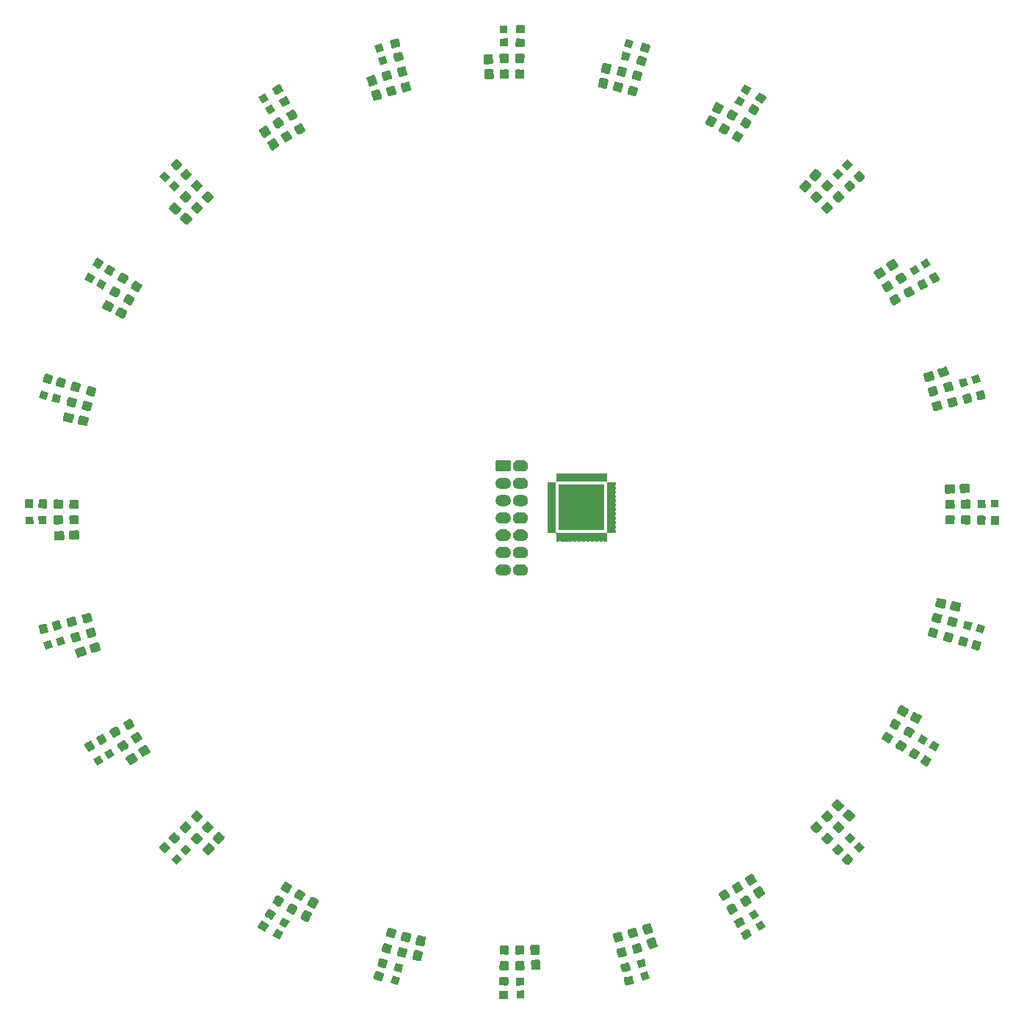
<source format=gts>
G04 #@! TF.GenerationSoftware,KiCad,Pcbnew,5.1.5+dfsg1-2build2*
G04 #@! TF.CreationDate,2022-01-30T22:27:44+01:00*
G04 #@! TF.ProjectId,Light_Ring_PCB,4c696768-745f-4526-996e-675f5043422e,rev?*
G04 #@! TF.SameCoordinates,Original*
G04 #@! TF.FileFunction,Soldermask,Top*
G04 #@! TF.FilePolarity,Negative*
%FSLAX46Y46*%
G04 Gerber Fmt 4.6, Leading zero omitted, Abs format (unit mm)*
G04 Created by KiCad (PCBNEW 5.1.5+dfsg1-2build2) date 2022-01-30 22:27:44*
%MOMM*%
%LPD*%
G04 APERTURE LIST*
%ADD10C,0.100000*%
G04 APERTURE END LIST*
D10*
G36*
X203884984Y-190028753D02*
G01*
X203884990Y-190028752D01*
X204448404Y-190038586D01*
X204448417Y-190038588D01*
X204504760Y-190039571D01*
X204546154Y-190044378D01*
X204579954Y-190055279D01*
X204610973Y-190072562D01*
X204638030Y-190095569D01*
X204660072Y-190123405D01*
X204676262Y-190155007D01*
X204685977Y-190189168D01*
X204689337Y-190230709D01*
X204688353Y-190287055D01*
X204688354Y-190287062D01*
X204680148Y-190757128D01*
X204678844Y-190831843D01*
X204674037Y-190873238D01*
X204663136Y-190907038D01*
X204645853Y-190938057D01*
X204622846Y-190965114D01*
X204595010Y-190987156D01*
X204563406Y-191003347D01*
X204529251Y-191013059D01*
X204487702Y-191016421D01*
X204431358Y-191015437D01*
X204431352Y-191015438D01*
X203867938Y-191005604D01*
X203867925Y-191005602D01*
X203811582Y-191004619D01*
X203770188Y-190999812D01*
X203736388Y-190988911D01*
X203705369Y-190971628D01*
X203678312Y-190948621D01*
X203656270Y-190920785D01*
X203640080Y-190889183D01*
X203630365Y-190855022D01*
X203627005Y-190813481D01*
X203627989Y-190757135D01*
X203627988Y-190757128D01*
X203636514Y-190268702D01*
X203636514Y-190268699D01*
X203637498Y-190212347D01*
X203642305Y-190170952D01*
X203653206Y-190137152D01*
X203670489Y-190106133D01*
X203693496Y-190079076D01*
X203721332Y-190057034D01*
X203752936Y-190040843D01*
X203787091Y-190031131D01*
X203828640Y-190027769D01*
X203884984Y-190028753D01*
G37*
G36*
X206560775Y-190927662D02*
G01*
X205674384Y-190943133D01*
X205658913Y-190943403D01*
X205658912Y-190943403D01*
X205643171Y-190041540D01*
X206529562Y-190026069D01*
X206545033Y-190025799D01*
X206545034Y-190025799D01*
X206560775Y-190927662D01*
G37*
G36*
X206534597Y-189427890D02*
G01*
X205648206Y-189443361D01*
X205632735Y-189443631D01*
X205632734Y-189443631D01*
X205616993Y-188541768D01*
X206503384Y-188526297D01*
X206518855Y-188526027D01*
X206518856Y-188526027D01*
X206534597Y-189427890D01*
G37*
G36*
X203912472Y-188453993D02*
G01*
X203912478Y-188453992D01*
X204475892Y-188463826D01*
X204475905Y-188463828D01*
X204532248Y-188464811D01*
X204573642Y-188469618D01*
X204607442Y-188480519D01*
X204638461Y-188497802D01*
X204665518Y-188520809D01*
X204687560Y-188548645D01*
X204703750Y-188580247D01*
X204713465Y-188614408D01*
X204716825Y-188655949D01*
X204715841Y-188712295D01*
X204715842Y-188712302D01*
X204710117Y-189040261D01*
X204706332Y-189257083D01*
X204701525Y-189298478D01*
X204690624Y-189332278D01*
X204673341Y-189363297D01*
X204650334Y-189390354D01*
X204622498Y-189412396D01*
X204590894Y-189428587D01*
X204556739Y-189438299D01*
X204515190Y-189441661D01*
X204458846Y-189440677D01*
X204458840Y-189440678D01*
X203895426Y-189430844D01*
X203895413Y-189430842D01*
X203839070Y-189429859D01*
X203797676Y-189425052D01*
X203763876Y-189414151D01*
X203732857Y-189396868D01*
X203705800Y-189373861D01*
X203683758Y-189346025D01*
X203667568Y-189314423D01*
X203657853Y-189280262D01*
X203654493Y-189238721D01*
X203655477Y-189182375D01*
X203655476Y-189182368D01*
X203664002Y-188693942D01*
X203664002Y-188693939D01*
X203664986Y-188637587D01*
X203669793Y-188596192D01*
X203680694Y-188562392D01*
X203697977Y-188531373D01*
X203720984Y-188504316D01*
X203748820Y-188482274D01*
X203780424Y-188466083D01*
X203814579Y-188456371D01*
X203856128Y-188453009D01*
X203912472Y-188453993D01*
G37*
G36*
X218893824Y-188315756D02*
G01*
X218928263Y-188324423D01*
X218960343Y-188339639D01*
X218988849Y-188360828D01*
X219012662Y-188387160D01*
X219030887Y-188417643D01*
X219044885Y-188456900D01*
X219058519Y-188511583D01*
X219058520Y-188511586D01*
X219176699Y-188985575D01*
X219176700Y-188985582D01*
X219190333Y-189040261D01*
X219196405Y-189081498D01*
X219194623Y-189116965D01*
X219185957Y-189151402D01*
X219170741Y-189183483D01*
X219149552Y-189211989D01*
X219123220Y-189235802D01*
X219092737Y-189254027D01*
X219053480Y-189268025D01*
X218998793Y-189281660D01*
X218452032Y-189417983D01*
X218452027Y-189417984D01*
X218397347Y-189431617D01*
X218356110Y-189437689D01*
X218320644Y-189435908D01*
X218286205Y-189427241D01*
X218254125Y-189412025D01*
X218225619Y-189390836D01*
X218201806Y-189364504D01*
X218183581Y-189334021D01*
X218169583Y-189294764D01*
X218146137Y-189200728D01*
X218037769Y-188766089D01*
X218037768Y-188766082D01*
X218024135Y-188711403D01*
X218018063Y-188670166D01*
X218019845Y-188634699D01*
X218028511Y-188600262D01*
X218043727Y-188568181D01*
X218064916Y-188539675D01*
X218091248Y-188515862D01*
X218121731Y-188497637D01*
X218160988Y-188483639D01*
X218394612Y-188425390D01*
X218762436Y-188333681D01*
X218762441Y-188333680D01*
X218817121Y-188320047D01*
X218858358Y-188313975D01*
X218893824Y-188315756D01*
G37*
G36*
X192209347Y-188510949D02*
G01*
X191991134Y-189386156D01*
X191115927Y-189167943D01*
X191334140Y-188292736D01*
X192209347Y-188510949D01*
G37*
G36*
X189584996Y-187809797D02*
G01*
X189639172Y-187825332D01*
X189639179Y-187825333D01*
X190180850Y-187980655D01*
X190180853Y-187980656D01*
X190235026Y-187996190D01*
X190273775Y-188011551D01*
X190303597Y-188030825D01*
X190329086Y-188055547D01*
X190349263Y-188084767D01*
X190363354Y-188117370D01*
X190370812Y-188152085D01*
X190371354Y-188187591D01*
X190363849Y-188228585D01*
X190348314Y-188282761D01*
X190348313Y-188282768D01*
X190214637Y-188748950D01*
X190198129Y-188806520D01*
X190182768Y-188845269D01*
X190163494Y-188875091D01*
X190138772Y-188900580D01*
X190109552Y-188920757D01*
X190076949Y-188934848D01*
X190042234Y-188942306D01*
X190006728Y-188942848D01*
X189965734Y-188935343D01*
X189911558Y-188919808D01*
X189911551Y-188919807D01*
X189369880Y-188764485D01*
X189369877Y-188764484D01*
X189315704Y-188748950D01*
X189276955Y-188733589D01*
X189247133Y-188714315D01*
X189221644Y-188689593D01*
X189201467Y-188660373D01*
X189187376Y-188627770D01*
X189179918Y-188593055D01*
X189179376Y-188557549D01*
X189186881Y-188516555D01*
X189202416Y-188462379D01*
X189202417Y-188462372D01*
X189337066Y-187992796D01*
X189337067Y-187992793D01*
X189352601Y-187938620D01*
X189367962Y-187899871D01*
X189387236Y-187870049D01*
X189411958Y-187844560D01*
X189441178Y-187824383D01*
X189473781Y-187810292D01*
X189508496Y-187802834D01*
X189544002Y-187802292D01*
X189584996Y-187809797D01*
G37*
G36*
X221032940Y-188645739D02*
G01*
X220165881Y-188894364D01*
X219917256Y-188027305D01*
X220784315Y-187778680D01*
X221032940Y-188645739D01*
G37*
G36*
X192572229Y-187055505D02*
G01*
X192354016Y-187930712D01*
X191478809Y-187712499D01*
X191697022Y-186837292D01*
X192572229Y-187055505D01*
G37*
G36*
X218512798Y-186787540D02*
G01*
X218547237Y-186796207D01*
X218579317Y-186811423D01*
X218607823Y-186832612D01*
X218631636Y-186858944D01*
X218649861Y-186889427D01*
X218663859Y-186928684D01*
X218677493Y-186983367D01*
X218677494Y-186983370D01*
X218795673Y-187457359D01*
X218795674Y-187457366D01*
X218809307Y-187512045D01*
X218815379Y-187553282D01*
X218813597Y-187588749D01*
X218804931Y-187623186D01*
X218789715Y-187655267D01*
X218768526Y-187683773D01*
X218742194Y-187707586D01*
X218711711Y-187725811D01*
X218672454Y-187739809D01*
X218617767Y-187753444D01*
X218071006Y-187889767D01*
X218071001Y-187889768D01*
X218016321Y-187903401D01*
X217975084Y-187909473D01*
X217939618Y-187907692D01*
X217905179Y-187899025D01*
X217873099Y-187883809D01*
X217844593Y-187862620D01*
X217820780Y-187836288D01*
X217802555Y-187805805D01*
X217788557Y-187766548D01*
X217773856Y-187707586D01*
X217656743Y-187237873D01*
X217656742Y-187237866D01*
X217643109Y-187183187D01*
X217637037Y-187141950D01*
X217638819Y-187106483D01*
X217647485Y-187072046D01*
X217662701Y-187039965D01*
X217683890Y-187011459D01*
X217710222Y-186987646D01*
X217740705Y-186969421D01*
X217779962Y-186955423D01*
X218016494Y-186896449D01*
X218381410Y-186805465D01*
X218381415Y-186805464D01*
X218436095Y-186791831D01*
X218477332Y-186785759D01*
X218512798Y-186787540D01*
G37*
G36*
X206399110Y-186622393D02*
G01*
X206436802Y-186633112D01*
X206471681Y-186650980D01*
X206502402Y-186675307D01*
X206527783Y-186705157D01*
X206546856Y-186739390D01*
X206558886Y-186776688D01*
X206564117Y-186821734D01*
X206565101Y-186878085D01*
X206565101Y-186878089D01*
X206574717Y-187429005D01*
X206574717Y-187429011D01*
X206575700Y-187485357D01*
X206572043Y-187530564D01*
X206561324Y-187568256D01*
X206543456Y-187603135D01*
X206519129Y-187633856D01*
X206489279Y-187659237D01*
X206455046Y-187678310D01*
X206417748Y-187690340D01*
X206372702Y-187695571D01*
X206316350Y-187696555D01*
X206316347Y-187696555D01*
X205790427Y-187705735D01*
X205790421Y-187705735D01*
X205734075Y-187706718D01*
X205688868Y-187703061D01*
X205651176Y-187692342D01*
X205616297Y-187674474D01*
X205585576Y-187650147D01*
X205560195Y-187620297D01*
X205541122Y-187586064D01*
X205529092Y-187548766D01*
X205523861Y-187503720D01*
X205522423Y-187421355D01*
X205513261Y-186896449D01*
X205513261Y-186896443D01*
X205512278Y-186840097D01*
X205515935Y-186794890D01*
X205526654Y-186757198D01*
X205544522Y-186722319D01*
X205568849Y-186691598D01*
X205598699Y-186666217D01*
X205632932Y-186647144D01*
X205670230Y-186635114D01*
X205715276Y-186629883D01*
X205771628Y-186628899D01*
X205771631Y-186628899D01*
X206297551Y-186619719D01*
X206297557Y-186619719D01*
X206353903Y-186618736D01*
X206399110Y-186622393D01*
G37*
G36*
X203963242Y-186619719D02*
G01*
X203963248Y-186619719D01*
X204489168Y-186628899D01*
X204489171Y-186628899D01*
X204545523Y-186629883D01*
X204590569Y-186635114D01*
X204627867Y-186647144D01*
X204662100Y-186666217D01*
X204691950Y-186691598D01*
X204716277Y-186722319D01*
X204734145Y-186757198D01*
X204744864Y-186794890D01*
X204748521Y-186840097D01*
X204747538Y-186896443D01*
X204747538Y-186896449D01*
X204738376Y-187421355D01*
X204736938Y-187503720D01*
X204731707Y-187548766D01*
X204719677Y-187586064D01*
X204700604Y-187620297D01*
X204675223Y-187650147D01*
X204644502Y-187674474D01*
X204609623Y-187692342D01*
X204571931Y-187703061D01*
X204526724Y-187706718D01*
X204470378Y-187705735D01*
X204470372Y-187705735D01*
X203944452Y-187696555D01*
X203944449Y-187696555D01*
X203888097Y-187695571D01*
X203843051Y-187690340D01*
X203805753Y-187678310D01*
X203771520Y-187659237D01*
X203741670Y-187633856D01*
X203717343Y-187603135D01*
X203699475Y-187568256D01*
X203688756Y-187530564D01*
X203685099Y-187485357D01*
X203686082Y-187429011D01*
X203686082Y-187429005D01*
X203695698Y-186878089D01*
X203695698Y-186878085D01*
X203696682Y-186821734D01*
X203701913Y-186776688D01*
X203713943Y-186739390D01*
X203733016Y-186705157D01*
X203758397Y-186675307D01*
X203789118Y-186650980D01*
X203823997Y-186633112D01*
X203861689Y-186622393D01*
X203906896Y-186618736D01*
X203963242Y-186619719D01*
G37*
G36*
X208200869Y-186446697D02*
G01*
X208238915Y-186456095D01*
X208274392Y-186472733D01*
X208305942Y-186495972D01*
X208332353Y-186524922D01*
X208352610Y-186558467D01*
X208365933Y-186595323D01*
X208372733Y-186640155D01*
X208375683Y-186696446D01*
X208409754Y-187346554D01*
X208409754Y-187346560D01*
X208412703Y-187402836D01*
X208410625Y-187448146D01*
X208401228Y-187486188D01*
X208384590Y-187521667D01*
X208361352Y-187553216D01*
X208332402Y-187579627D01*
X208298855Y-187599884D01*
X208262001Y-187613207D01*
X208217168Y-187620007D01*
X208160887Y-187622957D01*
X208160878Y-187622958D01*
X207723323Y-187645889D01*
X207579314Y-187653436D01*
X207534009Y-187651359D01*
X207495963Y-187641961D01*
X207460486Y-187625323D01*
X207428936Y-187602084D01*
X207402525Y-187573134D01*
X207382268Y-187539589D01*
X207368945Y-187502733D01*
X207362145Y-187457901D01*
X207352972Y-187282867D01*
X207325124Y-186751502D01*
X207325124Y-186751496D01*
X207322175Y-186695220D01*
X207324253Y-186649910D01*
X207333650Y-186611868D01*
X207350288Y-186576389D01*
X207373526Y-186544840D01*
X207402476Y-186518429D01*
X207436023Y-186498172D01*
X207472877Y-186484849D01*
X207517710Y-186478049D01*
X207573991Y-186475099D01*
X207574000Y-186475098D01*
X208011555Y-186452167D01*
X208155564Y-186444620D01*
X208200869Y-186446697D01*
G37*
G36*
X220619484Y-187203847D02*
G01*
X219752425Y-187452472D01*
X219503800Y-186585413D01*
X220370859Y-186336788D01*
X220619484Y-187203847D01*
G37*
G36*
X190019124Y-186295809D02*
G01*
X190073300Y-186311344D01*
X190073307Y-186311345D01*
X190614978Y-186466667D01*
X190614981Y-186466668D01*
X190669154Y-186482202D01*
X190707903Y-186497563D01*
X190737725Y-186516837D01*
X190763214Y-186541559D01*
X190783391Y-186570779D01*
X190797482Y-186603382D01*
X190804940Y-186638097D01*
X190805482Y-186673603D01*
X190797977Y-186714597D01*
X190782442Y-186768773D01*
X190782441Y-186768780D01*
X190648765Y-187234962D01*
X190632257Y-187292532D01*
X190616896Y-187331281D01*
X190597622Y-187361103D01*
X190572900Y-187386592D01*
X190543680Y-187406769D01*
X190511077Y-187420860D01*
X190476362Y-187428318D01*
X190440856Y-187428860D01*
X190399862Y-187421355D01*
X190345686Y-187405820D01*
X190345679Y-187405819D01*
X189804008Y-187250497D01*
X189804005Y-187250496D01*
X189749832Y-187234962D01*
X189711083Y-187219601D01*
X189681261Y-187200327D01*
X189655772Y-187175605D01*
X189635595Y-187146385D01*
X189621504Y-187113782D01*
X189614046Y-187079067D01*
X189613504Y-187043561D01*
X189621009Y-187002567D01*
X189636544Y-186948391D01*
X189636545Y-186948384D01*
X189771194Y-186478808D01*
X189771195Y-186478805D01*
X189786729Y-186424632D01*
X189802090Y-186385883D01*
X189821364Y-186356061D01*
X189846086Y-186330572D01*
X189875306Y-186310395D01*
X189907909Y-186296304D01*
X189942624Y-186288846D01*
X189978130Y-186288304D01*
X190019124Y-186295809D01*
G37*
G36*
X194067117Y-185335834D02*
G01*
X194691868Y-185468630D01*
X194735104Y-185482366D01*
X194769419Y-185501289D01*
X194799380Y-185526541D01*
X194823842Y-185557157D01*
X194841861Y-185591956D01*
X194852743Y-185629597D01*
X194856073Y-185668644D01*
X194851037Y-185713723D01*
X194768264Y-186103135D01*
X194703969Y-186405622D01*
X194703967Y-186405628D01*
X194692252Y-186460743D01*
X194678516Y-186503979D01*
X194659593Y-186538294D01*
X194634341Y-186568255D01*
X194603725Y-186592717D01*
X194568926Y-186610736D01*
X194531285Y-186621618D01*
X194492238Y-186624948D01*
X194447159Y-186619912D01*
X193822408Y-186487116D01*
X193779172Y-186473380D01*
X193744857Y-186454457D01*
X193714896Y-186429205D01*
X193690434Y-186398589D01*
X193672415Y-186363790D01*
X193661533Y-186326149D01*
X193658203Y-186287102D01*
X193663239Y-186242023D01*
X193761425Y-185780097D01*
X193810307Y-185550124D01*
X193810309Y-185550118D01*
X193822024Y-185495003D01*
X193835760Y-185451767D01*
X193854683Y-185417452D01*
X193879935Y-185387491D01*
X193910551Y-185363029D01*
X193945350Y-185345010D01*
X193982991Y-185334128D01*
X194022038Y-185330798D01*
X194067117Y-185335834D01*
G37*
G36*
X218058013Y-185011350D02*
G01*
X218096019Y-185020914D01*
X218131420Y-185037705D01*
X218162869Y-185061082D01*
X218189157Y-185090149D01*
X218209263Y-185123778D01*
X218224497Y-185166501D01*
X218238132Y-185221188D01*
X218368051Y-185742263D01*
X218385065Y-185810505D01*
X218391672Y-185855378D01*
X218389706Y-185894516D01*
X218380143Y-185932518D01*
X218363351Y-185967922D01*
X218339973Y-185999372D01*
X218310910Y-186025655D01*
X218277275Y-186045765D01*
X218234552Y-186060999D01*
X218179877Y-186074631D01*
X218179869Y-186074634D01*
X217731272Y-186186482D01*
X217614808Y-186215520D01*
X217569936Y-186222126D01*
X217530799Y-186220160D01*
X217492793Y-186210596D01*
X217457392Y-186193805D01*
X217425943Y-186170428D01*
X217399655Y-186141361D01*
X217379549Y-186107732D01*
X217364315Y-186065009D01*
X217347178Y-185996278D01*
X217217381Y-185475689D01*
X217217381Y-185475687D01*
X217203747Y-185421005D01*
X217197140Y-185376132D01*
X217199106Y-185336994D01*
X217208669Y-185298992D01*
X217225461Y-185263588D01*
X217248839Y-185232138D01*
X217277902Y-185205855D01*
X217311537Y-185185745D01*
X217354260Y-185170511D01*
X217408935Y-185156879D01*
X217408943Y-185156876D01*
X217857540Y-185045028D01*
X217974004Y-185015990D01*
X218018876Y-185009384D01*
X218058013Y-185011350D01*
G37*
G36*
X192286795Y-185015990D02*
G01*
X192403259Y-185045028D01*
X192851856Y-185156876D01*
X192851864Y-185156879D01*
X192906539Y-185170511D01*
X192949266Y-185185746D01*
X192982894Y-185205852D01*
X193011961Y-185232140D01*
X193035338Y-185263589D01*
X193052129Y-185298990D01*
X193061693Y-185336996D01*
X193063659Y-185376132D01*
X193057052Y-185421005D01*
X193043418Y-185475687D01*
X193043418Y-185475689D01*
X192913621Y-185996278D01*
X192896484Y-186065009D01*
X192881252Y-186107728D01*
X192861141Y-186141364D01*
X192834858Y-186170427D01*
X192803408Y-186193805D01*
X192768004Y-186210597D01*
X192730002Y-186220160D01*
X192690863Y-186222126D01*
X192645991Y-186215520D01*
X192529527Y-186186482D01*
X192080930Y-186074634D01*
X192080922Y-186074631D01*
X192026247Y-186060999D01*
X191983520Y-186045764D01*
X191949892Y-186025658D01*
X191920825Y-185999370D01*
X191897448Y-185967921D01*
X191880657Y-185932520D01*
X191871093Y-185894514D01*
X191869127Y-185855378D01*
X191875734Y-185810505D01*
X191892749Y-185742263D01*
X192022667Y-185221188D01*
X192036302Y-185166501D01*
X192051534Y-185123782D01*
X192071645Y-185090146D01*
X192097928Y-185061083D01*
X192129378Y-185037705D01*
X192164782Y-185020913D01*
X192202784Y-185011350D01*
X192241923Y-185009384D01*
X192286795Y-185015990D01*
G37*
G36*
X208110589Y-184724061D02*
G01*
X208148635Y-184733459D01*
X208184112Y-184750097D01*
X208215662Y-184773336D01*
X208242073Y-184802286D01*
X208262330Y-184835831D01*
X208275653Y-184872687D01*
X208282453Y-184917519D01*
X208287267Y-185009384D01*
X208319474Y-185623918D01*
X208319474Y-185623924D01*
X208322423Y-185680200D01*
X208320345Y-185725510D01*
X208310948Y-185763552D01*
X208294310Y-185799031D01*
X208271072Y-185830580D01*
X208242122Y-185856991D01*
X208208575Y-185877248D01*
X208171721Y-185890571D01*
X208126888Y-185897371D01*
X208070607Y-185900321D01*
X208070598Y-185900322D01*
X207633043Y-185923253D01*
X207489034Y-185930800D01*
X207443729Y-185928723D01*
X207405683Y-185919325D01*
X207370206Y-185902687D01*
X207338656Y-185879448D01*
X207312245Y-185850498D01*
X207291988Y-185816953D01*
X207278665Y-185780097D01*
X207271865Y-185735265D01*
X207263333Y-185572459D01*
X207234844Y-185028866D01*
X207234844Y-185028860D01*
X207231895Y-184972584D01*
X207233973Y-184927274D01*
X207243370Y-184889232D01*
X207260008Y-184853753D01*
X207283246Y-184822204D01*
X207312196Y-184795793D01*
X207345743Y-184775536D01*
X207382597Y-184762213D01*
X207427430Y-184755413D01*
X207483711Y-184752463D01*
X207483720Y-184752462D01*
X207921275Y-184729531D01*
X208065284Y-184721984D01*
X208110589Y-184724061D01*
G37*
G36*
X206367260Y-184797671D02*
G01*
X206404952Y-184808390D01*
X206439831Y-184826258D01*
X206470552Y-184850585D01*
X206495933Y-184880435D01*
X206515006Y-184914668D01*
X206527036Y-184951966D01*
X206532267Y-184997012D01*
X206533251Y-185053363D01*
X206533251Y-185053367D01*
X206542867Y-185604283D01*
X206542867Y-185604289D01*
X206543850Y-185660635D01*
X206540193Y-185705842D01*
X206529475Y-185743532D01*
X206511606Y-185778413D01*
X206487279Y-185809134D01*
X206457429Y-185834515D01*
X206423196Y-185853588D01*
X206385898Y-185865618D01*
X206340852Y-185870849D01*
X206284500Y-185871833D01*
X206284497Y-185871833D01*
X205758577Y-185881013D01*
X205758571Y-185881013D01*
X205702225Y-185881996D01*
X205657018Y-185878339D01*
X205619326Y-185867620D01*
X205584447Y-185849752D01*
X205553726Y-185825425D01*
X205528345Y-185795575D01*
X205509272Y-185761342D01*
X205497242Y-185724044D01*
X205492011Y-185678998D01*
X205491027Y-185622643D01*
X205481411Y-185071727D01*
X205481411Y-185071721D01*
X205480428Y-185015375D01*
X205484085Y-184970168D01*
X205494804Y-184932476D01*
X205512672Y-184897597D01*
X205536999Y-184866876D01*
X205566849Y-184841495D01*
X205601082Y-184822422D01*
X205638380Y-184810392D01*
X205683426Y-184805161D01*
X205739778Y-184804177D01*
X205739781Y-184804177D01*
X206265701Y-184794997D01*
X206265707Y-184794997D01*
X206322053Y-184794014D01*
X206367260Y-184797671D01*
G37*
G36*
X203995092Y-184794997D02*
G01*
X203995098Y-184794997D01*
X204521018Y-184804177D01*
X204521021Y-184804177D01*
X204577373Y-184805161D01*
X204622419Y-184810392D01*
X204659717Y-184822422D01*
X204693950Y-184841495D01*
X204723800Y-184866876D01*
X204748127Y-184897597D01*
X204765995Y-184932476D01*
X204776714Y-184970168D01*
X204780371Y-185015375D01*
X204779388Y-185071721D01*
X204779388Y-185071727D01*
X204769772Y-185622643D01*
X204768788Y-185678998D01*
X204763557Y-185724044D01*
X204751527Y-185761342D01*
X204732454Y-185795575D01*
X204707073Y-185825425D01*
X204676352Y-185849752D01*
X204641473Y-185867620D01*
X204603781Y-185878339D01*
X204558574Y-185881996D01*
X204502228Y-185881013D01*
X204502222Y-185881013D01*
X203976302Y-185871833D01*
X203976299Y-185871833D01*
X203919947Y-185870849D01*
X203874901Y-185865618D01*
X203837603Y-185853588D01*
X203803370Y-185834515D01*
X203773520Y-185809134D01*
X203749193Y-185778413D01*
X203731324Y-185743532D01*
X203720606Y-185705842D01*
X203716949Y-185660635D01*
X203717932Y-185604289D01*
X203717932Y-185604283D01*
X203727548Y-185053367D01*
X203727548Y-185053363D01*
X203728532Y-184997012D01*
X203733763Y-184951966D01*
X203745793Y-184914668D01*
X203764866Y-184880435D01*
X203790247Y-184850585D01*
X203820968Y-184826258D01*
X203855847Y-184808390D01*
X203893539Y-184797671D01*
X203938746Y-184794014D01*
X203995092Y-184794997D01*
G37*
G36*
X219801679Y-184529609D02*
G01*
X219839990Y-184537840D01*
X219875962Y-184553387D01*
X219908207Y-184575653D01*
X219935491Y-184603783D01*
X219956760Y-184636692D01*
X219973478Y-184678860D01*
X219989011Y-184733032D01*
X219989012Y-184733033D01*
X220133015Y-185235232D01*
X220156424Y-185316869D01*
X220164591Y-185361479D01*
X220163993Y-185400660D01*
X220155762Y-185438971D01*
X220140215Y-185474942D01*
X220117949Y-185507189D01*
X220089819Y-185534472D01*
X220056910Y-185555741D01*
X220014742Y-185572459D01*
X219400764Y-185748514D01*
X219356154Y-185756681D01*
X219316973Y-185756083D01*
X219278662Y-185747852D01*
X219242690Y-185732305D01*
X219210445Y-185710039D01*
X219183161Y-185681909D01*
X219161892Y-185649000D01*
X219145174Y-185606832D01*
X219123329Y-185530648D01*
X218977764Y-185023004D01*
X218977764Y-185023003D01*
X218962228Y-184968823D01*
X218954061Y-184924213D01*
X218954659Y-184885032D01*
X218962890Y-184846721D01*
X218978437Y-184810750D01*
X219000703Y-184778503D01*
X219028833Y-184751220D01*
X219061742Y-184729951D01*
X219103910Y-184713233D01*
X219717888Y-184537178D01*
X219762498Y-184529011D01*
X219801679Y-184529609D01*
G37*
G36*
X190542911Y-184537178D02*
G01*
X191156889Y-184713233D01*
X191199057Y-184729951D01*
X191231966Y-184751220D01*
X191260096Y-184778504D01*
X191282362Y-184810749D01*
X191297909Y-184846721D01*
X191306140Y-184885032D01*
X191306738Y-184924213D01*
X191298571Y-184968823D01*
X191283035Y-185023003D01*
X191283035Y-185023004D01*
X191137471Y-185530648D01*
X191115625Y-185606832D01*
X191098907Y-185649000D01*
X191077638Y-185681909D01*
X191050355Y-185710039D01*
X191018108Y-185732305D01*
X190982137Y-185747852D01*
X190943826Y-185756083D01*
X190904645Y-185756681D01*
X190860035Y-185748514D01*
X190246057Y-185572459D01*
X190203889Y-185555741D01*
X190170980Y-185534472D01*
X190142850Y-185507188D01*
X190120584Y-185474943D01*
X190105037Y-185438971D01*
X190096806Y-185400660D01*
X190096208Y-185361479D01*
X190104375Y-185316869D01*
X190127784Y-185235232D01*
X190271787Y-184733033D01*
X190271788Y-184733032D01*
X190287321Y-184678860D01*
X190304039Y-184636692D01*
X190325308Y-184603783D01*
X190352591Y-184575653D01*
X190384838Y-184553387D01*
X190420809Y-184537840D01*
X190459120Y-184529609D01*
X190498301Y-184529011D01*
X190542911Y-184537178D01*
G37*
G36*
X221535145Y-183899092D02*
G01*
X221571636Y-183913374D01*
X221604640Y-183934501D01*
X221632886Y-183961659D01*
X221655294Y-183993809D01*
X221673472Y-184035367D01*
X221690887Y-184088965D01*
X221892057Y-184708102D01*
X221892058Y-184708108D01*
X221909472Y-184761702D01*
X221919193Y-184806008D01*
X221919962Y-184845187D01*
X221913073Y-184883762D01*
X221898791Y-184920254D01*
X221877665Y-184953256D01*
X221850507Y-184981502D01*
X221818356Y-185003910D01*
X221776798Y-185022088D01*
X221169346Y-185219461D01*
X221125040Y-185229182D01*
X221085861Y-185229951D01*
X221047287Y-185223062D01*
X221010796Y-185208780D01*
X220977792Y-185187653D01*
X220949546Y-185160495D01*
X220927138Y-185128345D01*
X220908960Y-185086787D01*
X220855057Y-184920890D01*
X220690375Y-184414052D01*
X220690374Y-184414046D01*
X220672960Y-184360452D01*
X220663239Y-184316146D01*
X220662470Y-184276967D01*
X220669359Y-184238392D01*
X220683641Y-184201900D01*
X220704767Y-184168898D01*
X220731925Y-184140652D01*
X220764076Y-184118244D01*
X220805634Y-184100066D01*
X221413086Y-183902693D01*
X221457392Y-183892972D01*
X221496571Y-183892203D01*
X221535145Y-183899092D01*
G37*
G36*
X194425765Y-183648530D02*
G01*
X195050516Y-183781326D01*
X195093752Y-183795062D01*
X195128067Y-183813985D01*
X195158028Y-183839237D01*
X195182490Y-183869853D01*
X195200509Y-183904652D01*
X195211391Y-183942293D01*
X195214721Y-183981340D01*
X195209685Y-184026419D01*
X195125385Y-184423015D01*
X195062617Y-184718318D01*
X195062615Y-184718324D01*
X195050900Y-184773439D01*
X195037164Y-184816675D01*
X195018241Y-184850990D01*
X194992989Y-184880951D01*
X194962373Y-184905413D01*
X194927574Y-184923432D01*
X194889933Y-184934314D01*
X194850886Y-184937644D01*
X194805807Y-184932608D01*
X194181056Y-184799812D01*
X194137820Y-184786076D01*
X194103505Y-184767153D01*
X194073544Y-184741901D01*
X194049082Y-184711285D01*
X194031063Y-184676486D01*
X194020181Y-184638845D01*
X194016851Y-184599798D01*
X194021887Y-184554719D01*
X194118527Y-184100066D01*
X194168955Y-183862820D01*
X194168957Y-183862814D01*
X194180672Y-183807699D01*
X194194408Y-183764463D01*
X194213331Y-183730148D01*
X194238583Y-183700187D01*
X194269199Y-183675725D01*
X194303998Y-183657706D01*
X194341639Y-183646824D01*
X194380686Y-183643494D01*
X194425765Y-183648530D01*
G37*
G36*
X217616505Y-183240560D02*
G01*
X217654511Y-183250124D01*
X217689912Y-183266915D01*
X217721361Y-183290292D01*
X217747649Y-183319359D01*
X217767755Y-183352988D01*
X217782989Y-183395711D01*
X217796624Y-183450398D01*
X217929003Y-183981340D01*
X217943557Y-184039715D01*
X217950164Y-184084588D01*
X217948198Y-184123726D01*
X217938635Y-184161728D01*
X217921843Y-184197132D01*
X217898465Y-184228582D01*
X217869402Y-184254865D01*
X217835767Y-184274975D01*
X217793044Y-184290209D01*
X217738369Y-184303841D01*
X217738361Y-184303844D01*
X217296342Y-184414052D01*
X217173300Y-184444730D01*
X217128428Y-184451336D01*
X217089291Y-184449370D01*
X217051285Y-184439806D01*
X217015884Y-184423015D01*
X216984435Y-184399638D01*
X216958147Y-184370571D01*
X216938041Y-184336942D01*
X216922807Y-184294219D01*
X216899789Y-184201900D01*
X216775873Y-183704899D01*
X216775873Y-183704897D01*
X216762239Y-183650215D01*
X216755632Y-183605342D01*
X216757598Y-183566204D01*
X216767161Y-183528202D01*
X216783953Y-183492798D01*
X216807331Y-183461348D01*
X216836394Y-183435065D01*
X216870029Y-183414955D01*
X216912752Y-183399721D01*
X216967427Y-183386089D01*
X216967435Y-183386086D01*
X217477810Y-183258835D01*
X217477809Y-183258835D01*
X217532496Y-183245200D01*
X217577368Y-183238594D01*
X217616505Y-183240560D01*
G37*
G36*
X192728303Y-183245200D02*
G01*
X192782990Y-183258835D01*
X192782989Y-183258835D01*
X193293364Y-183386086D01*
X193293372Y-183386089D01*
X193348047Y-183399721D01*
X193390774Y-183414956D01*
X193424402Y-183435062D01*
X193453469Y-183461350D01*
X193476846Y-183492799D01*
X193493637Y-183528200D01*
X193503201Y-183566206D01*
X193505167Y-183605342D01*
X193498560Y-183650215D01*
X193484926Y-183704897D01*
X193484926Y-183704899D01*
X193361010Y-184201900D01*
X193337992Y-184294219D01*
X193322760Y-184336938D01*
X193302649Y-184370574D01*
X193276366Y-184399637D01*
X193244916Y-184423015D01*
X193209512Y-184439807D01*
X193171510Y-184449370D01*
X193132371Y-184451336D01*
X193087499Y-184444730D01*
X192964457Y-184414052D01*
X192522438Y-184303844D01*
X192522430Y-184303841D01*
X192467755Y-184290209D01*
X192425028Y-184274974D01*
X192391400Y-184254868D01*
X192362333Y-184228580D01*
X192338956Y-184197131D01*
X192322165Y-184161730D01*
X192312601Y-184123724D01*
X192310635Y-184084588D01*
X192317242Y-184039715D01*
X192331797Y-183981340D01*
X192464175Y-183450398D01*
X192477810Y-183395711D01*
X192493042Y-183352992D01*
X192513153Y-183319356D01*
X192539436Y-183290293D01*
X192570886Y-183266915D01*
X192606290Y-183250123D01*
X192644292Y-183240560D01*
X192683431Y-183238594D01*
X192728303Y-183245200D01*
G37*
G36*
X232340173Y-182936658D02*
G01*
X232373191Y-182949748D01*
X232403012Y-182969021D01*
X232428501Y-182993743D01*
X232452182Y-183028039D01*
X232479503Y-183077328D01*
X232479509Y-183077336D01*
X232716339Y-183504588D01*
X232716341Y-183504593D01*
X232743662Y-183553881D01*
X232760200Y-183592145D01*
X232767658Y-183626860D01*
X232768200Y-183662366D01*
X232761806Y-183697294D01*
X232748717Y-183730310D01*
X232729443Y-183760132D01*
X232704721Y-183785621D01*
X232670425Y-183809302D01*
X232621137Y-183836623D01*
X232621128Y-183836629D01*
X232128280Y-184109819D01*
X232128275Y-184109821D01*
X232078987Y-184137142D01*
X232040723Y-184153680D01*
X232006008Y-184161138D01*
X231970502Y-184161680D01*
X231935575Y-184155286D01*
X231902557Y-184142196D01*
X231872736Y-184122923D01*
X231847247Y-184098201D01*
X231823566Y-184063905D01*
X231796245Y-184014616D01*
X231796239Y-184014608D01*
X231559409Y-183587356D01*
X231559407Y-183587351D01*
X231532086Y-183538063D01*
X231515548Y-183499799D01*
X231508090Y-183465084D01*
X231507548Y-183429578D01*
X231513942Y-183394650D01*
X231527031Y-183361634D01*
X231546305Y-183331812D01*
X231571027Y-183306323D01*
X231605323Y-183282642D01*
X231654611Y-183255321D01*
X231654620Y-183255315D01*
X232147468Y-182982125D01*
X232147473Y-182982123D01*
X232196761Y-182954802D01*
X232235025Y-182938264D01*
X232269740Y-182930806D01*
X232305246Y-182930264D01*
X232340173Y-182936658D01*
G37*
G36*
X178754209Y-183337370D02*
G01*
X178316910Y-184126277D01*
X177528003Y-183688978D01*
X177965302Y-182900071D01*
X178754209Y-183337370D01*
G37*
G36*
X191045949Y-182782876D02*
G01*
X191659927Y-182958931D01*
X191702095Y-182975649D01*
X191735004Y-182996918D01*
X191763134Y-183024202D01*
X191785400Y-183056447D01*
X191800947Y-183092419D01*
X191809178Y-183130730D01*
X191809776Y-183169911D01*
X191801609Y-183214521D01*
X191786073Y-183268701D01*
X191786073Y-183268702D01*
X191639081Y-183781326D01*
X191618663Y-183852530D01*
X191601945Y-183894698D01*
X191580676Y-183927607D01*
X191553393Y-183955737D01*
X191521146Y-183978003D01*
X191485175Y-183993550D01*
X191446864Y-184001781D01*
X191407683Y-184002379D01*
X191363073Y-183994212D01*
X190749095Y-183818157D01*
X190706927Y-183801439D01*
X190674018Y-183780170D01*
X190645888Y-183752886D01*
X190623622Y-183720641D01*
X190608075Y-183684669D01*
X190599844Y-183646358D01*
X190599246Y-183607177D01*
X190607413Y-183562567D01*
X190626331Y-183496591D01*
X190774825Y-182978731D01*
X190774826Y-182978730D01*
X190790359Y-182924558D01*
X190807077Y-182882390D01*
X190828346Y-182849481D01*
X190855629Y-182821351D01*
X190887876Y-182799085D01*
X190923847Y-182783538D01*
X190962158Y-182775307D01*
X191001339Y-182774709D01*
X191045949Y-182782876D01*
G37*
G36*
X219298641Y-182775307D02*
G01*
X219336952Y-182783538D01*
X219372924Y-182799085D01*
X219405169Y-182821351D01*
X219432453Y-182849481D01*
X219453722Y-182882390D01*
X219470440Y-182924558D01*
X219485973Y-182978730D01*
X219485974Y-182978731D01*
X219634468Y-183496591D01*
X219653386Y-183562567D01*
X219661553Y-183607177D01*
X219660955Y-183646358D01*
X219652724Y-183684669D01*
X219637177Y-183720640D01*
X219614911Y-183752887D01*
X219586781Y-183780170D01*
X219553872Y-183801439D01*
X219511704Y-183818157D01*
X218897726Y-183994212D01*
X218853116Y-184002379D01*
X218813935Y-184001781D01*
X218775624Y-183993550D01*
X218739652Y-183978003D01*
X218707407Y-183955737D01*
X218680123Y-183927607D01*
X218658854Y-183894698D01*
X218642136Y-183852530D01*
X218621719Y-183781326D01*
X218474726Y-183268702D01*
X218474726Y-183268701D01*
X218459190Y-183214521D01*
X218451023Y-183169911D01*
X218451621Y-183130730D01*
X218459852Y-183092419D01*
X218475399Y-183056448D01*
X218497665Y-183024201D01*
X218525795Y-182996918D01*
X218558704Y-182975649D01*
X218600872Y-182958931D01*
X219214850Y-182782876D01*
X219259460Y-182774709D01*
X219298641Y-182775307D01*
G37*
G36*
X221002091Y-182258520D02*
G01*
X221038582Y-182272802D01*
X221071586Y-182293929D01*
X221099832Y-182321087D01*
X221122240Y-182353237D01*
X221140418Y-182394795D01*
X221157833Y-182448393D01*
X221359003Y-183067530D01*
X221359004Y-183067536D01*
X221376418Y-183121130D01*
X221386139Y-183165436D01*
X221386908Y-183204615D01*
X221380019Y-183243190D01*
X221365737Y-183279682D01*
X221344611Y-183312684D01*
X221317453Y-183340930D01*
X221285302Y-183363338D01*
X221243744Y-183381516D01*
X220636292Y-183578889D01*
X220591986Y-183588610D01*
X220552807Y-183589379D01*
X220514233Y-183582490D01*
X220477742Y-183568208D01*
X220444738Y-183547081D01*
X220416492Y-183519923D01*
X220394084Y-183487773D01*
X220375906Y-183446215D01*
X220334684Y-183319346D01*
X220157321Y-182773480D01*
X220157320Y-182773474D01*
X220139906Y-182719880D01*
X220130185Y-182675574D01*
X220129416Y-182636395D01*
X220136305Y-182597820D01*
X220150587Y-182561328D01*
X220171713Y-182528326D01*
X220198871Y-182500080D01*
X220231022Y-182477672D01*
X220272580Y-182459494D01*
X220880032Y-182262121D01*
X220924338Y-182252400D01*
X220963517Y-182251631D01*
X221002091Y-182258520D01*
G37*
G36*
X176328662Y-181954351D02*
G01*
X176363096Y-181963016D01*
X176400762Y-181980881D01*
X176570984Y-182083161D01*
X176932081Y-182300130D01*
X176932085Y-182300133D01*
X176980389Y-182329157D01*
X177013844Y-182354025D01*
X177037660Y-182380360D01*
X177055885Y-182410840D01*
X177067810Y-182444284D01*
X177072983Y-182479419D01*
X177071201Y-182514886D01*
X177062536Y-182549320D01*
X177044671Y-182586986D01*
X176978517Y-182697084D01*
X176764050Y-183054017D01*
X176764047Y-183054021D01*
X176735023Y-183102325D01*
X176710155Y-183135780D01*
X176683822Y-183159595D01*
X176653339Y-183177820D01*
X176619894Y-183189746D01*
X176584761Y-183194919D01*
X176549294Y-183193137D01*
X176514860Y-183184472D01*
X176477194Y-183166607D01*
X176170165Y-182982125D01*
X175945875Y-182847358D01*
X175945871Y-182847355D01*
X175897567Y-182818331D01*
X175864112Y-182793463D01*
X175840296Y-182767128D01*
X175822071Y-182736648D01*
X175810146Y-182703204D01*
X175804973Y-182668069D01*
X175806755Y-182632602D01*
X175815420Y-182598168D01*
X175833285Y-182560502D01*
X175975915Y-182323127D01*
X176113906Y-182093471D01*
X176113909Y-182093467D01*
X176142933Y-182045163D01*
X176167801Y-182011708D01*
X176194134Y-181987893D01*
X176224617Y-181969668D01*
X176258062Y-181957742D01*
X176293195Y-181952569D01*
X176328662Y-181954351D01*
G37*
G36*
X234421373Y-182695900D02*
G01*
X233648208Y-183160465D01*
X233183643Y-182387300D01*
X233956808Y-181922735D01*
X234421373Y-182695900D01*
G37*
G36*
X179481423Y-182025440D02*
G01*
X179044124Y-182814347D01*
X178255217Y-182377048D01*
X178692516Y-181588141D01*
X179481423Y-182025440D01*
G37*
G36*
X231576597Y-181559132D02*
G01*
X231609615Y-181572222D01*
X231639436Y-181591495D01*
X231664925Y-181616217D01*
X231688606Y-181650513D01*
X231715927Y-181699802D01*
X231715933Y-181699810D01*
X231952763Y-182127062D01*
X231952765Y-182127067D01*
X231980086Y-182176355D01*
X231996624Y-182214619D01*
X232004082Y-182249334D01*
X232004624Y-182284840D01*
X231998230Y-182319768D01*
X231985141Y-182352784D01*
X231965867Y-182382606D01*
X231941145Y-182408095D01*
X231906849Y-182431776D01*
X231857561Y-182459097D01*
X231857552Y-182459103D01*
X231364704Y-182732293D01*
X231364699Y-182732295D01*
X231315411Y-182759616D01*
X231277147Y-182776154D01*
X231242432Y-182783612D01*
X231206926Y-182784154D01*
X231171999Y-182777760D01*
X231138981Y-182764670D01*
X231109160Y-182745397D01*
X231083671Y-182720675D01*
X231059990Y-182686379D01*
X231032669Y-182637090D01*
X231032663Y-182637082D01*
X230795833Y-182209830D01*
X230795831Y-182209825D01*
X230768510Y-182160537D01*
X230751972Y-182122273D01*
X230744514Y-182087558D01*
X230743972Y-182052052D01*
X230750366Y-182017124D01*
X230763455Y-181984108D01*
X230782729Y-181954286D01*
X230807451Y-181928797D01*
X230841747Y-181905116D01*
X230891035Y-181877795D01*
X230891044Y-181877789D01*
X231383892Y-181604599D01*
X231383897Y-181604597D01*
X231433185Y-181577276D01*
X231471449Y-181560738D01*
X231506164Y-181553280D01*
X231541670Y-181552738D01*
X231576597Y-181559132D01*
G37*
G36*
X181328217Y-180734739D02*
G01*
X181370453Y-180751270D01*
X181420667Y-180776855D01*
X181420669Y-180776856D01*
X181547006Y-180841228D01*
X181939555Y-181041241D01*
X181977756Y-181065695D01*
X182006001Y-181092852D01*
X182028411Y-181125007D01*
X182044113Y-181160903D01*
X182052512Y-181199182D01*
X182053281Y-181238360D01*
X182046393Y-181276933D01*
X182029858Y-181319179D01*
X182004278Y-181369383D01*
X182004275Y-181369390D01*
X181708727Y-181949435D01*
X181708724Y-181949440D01*
X181683140Y-181999651D01*
X181658687Y-182037851D01*
X181631529Y-182066097D01*
X181599378Y-182088505D01*
X181563476Y-182104209D01*
X181525199Y-182112607D01*
X181486020Y-182113376D01*
X181447445Y-182106487D01*
X181405209Y-182089956D01*
X181302947Y-182037851D01*
X181042439Y-181905116D01*
X180836107Y-181799985D01*
X180797906Y-181775531D01*
X180769661Y-181748374D01*
X180747251Y-181716219D01*
X180731549Y-181680323D01*
X180723150Y-181642044D01*
X180722381Y-181602866D01*
X180729269Y-181564293D01*
X180745804Y-181522047D01*
X180771384Y-181471843D01*
X180771387Y-181471836D01*
X181066935Y-180891791D01*
X181066938Y-180891786D01*
X181092522Y-180841575D01*
X181116975Y-180803375D01*
X181144133Y-180775129D01*
X181176284Y-180752721D01*
X181212186Y-180737017D01*
X181250463Y-180728619D01*
X181289642Y-180727850D01*
X181328217Y-180734739D01*
G37*
G36*
X233648815Y-181410150D02*
G01*
X232875650Y-181874715D01*
X232411085Y-181101550D01*
X233184250Y-180636985D01*
X233648815Y-181410150D01*
G37*
G36*
X177139846Y-180604313D02*
G01*
X177174280Y-180612978D01*
X177211946Y-180630843D01*
X177388649Y-180737017D01*
X177743265Y-180950092D01*
X177743269Y-180950095D01*
X177791573Y-180979119D01*
X177825028Y-181003987D01*
X177848844Y-181030322D01*
X177867069Y-181060802D01*
X177878994Y-181094246D01*
X177884167Y-181129381D01*
X177882385Y-181164848D01*
X177873720Y-181199282D01*
X177855855Y-181236948D01*
X177765929Y-181386610D01*
X177575234Y-181703979D01*
X177575231Y-181703983D01*
X177546207Y-181752287D01*
X177521339Y-181785742D01*
X177495006Y-181809557D01*
X177464523Y-181827782D01*
X177431078Y-181839708D01*
X177395945Y-181844881D01*
X177360478Y-181843099D01*
X177326044Y-181834434D01*
X177288378Y-181816569D01*
X176997920Y-181642044D01*
X176757059Y-181497320D01*
X176757055Y-181497317D01*
X176708751Y-181468293D01*
X176675296Y-181443425D01*
X176651480Y-181417090D01*
X176633255Y-181386610D01*
X176621330Y-181353166D01*
X176616157Y-181318031D01*
X176617939Y-181282564D01*
X176626604Y-181248130D01*
X176644469Y-181210464D01*
X176840312Y-180884528D01*
X176925090Y-180743433D01*
X176925093Y-180743429D01*
X176954117Y-180695125D01*
X176978985Y-180661670D01*
X177005318Y-180637855D01*
X177035801Y-180619630D01*
X177069246Y-180607704D01*
X177104379Y-180602531D01*
X177139846Y-180604313D01*
G37*
G36*
X179653633Y-179955316D02*
G01*
X179691944Y-179963547D01*
X179733575Y-179981540D01*
X179782870Y-180008865D01*
X179782873Y-180008866D01*
X180242923Y-180263876D01*
X180242931Y-180263882D01*
X180292220Y-180291203D01*
X180329538Y-180316971D01*
X180356821Y-180345100D01*
X180378092Y-180378012D01*
X180392535Y-180414444D01*
X180399591Y-180452985D01*
X180398993Y-180492167D01*
X180390762Y-180530477D01*
X180372769Y-180572108D01*
X180345444Y-180621403D01*
X180345443Y-180621406D01*
X180078313Y-181103322D01*
X180078307Y-181103331D01*
X180050986Y-181152619D01*
X180025218Y-181189937D01*
X179997088Y-181217221D01*
X179964179Y-181238490D01*
X179927746Y-181252934D01*
X179889204Y-181259990D01*
X179850023Y-181259392D01*
X179811712Y-181251161D01*
X179770081Y-181233168D01*
X179720786Y-181205843D01*
X179720783Y-181205842D01*
X179260733Y-180950832D01*
X179260725Y-180950826D01*
X179211436Y-180923505D01*
X179174118Y-180897737D01*
X179146835Y-180869608D01*
X179125564Y-180836696D01*
X179111121Y-180800264D01*
X179104065Y-180761723D01*
X179104663Y-180722541D01*
X179112894Y-180684231D01*
X179130887Y-180642600D01*
X179158213Y-180593302D01*
X179425343Y-180111386D01*
X179425349Y-180111377D01*
X179452670Y-180062089D01*
X179478438Y-180024771D01*
X179506568Y-179997487D01*
X179539477Y-179976218D01*
X179575910Y-179961774D01*
X179614452Y-179954718D01*
X179653633Y-179955316D01*
G37*
G36*
X230684888Y-179961774D02*
G01*
X230721320Y-179976217D01*
X230754232Y-179997488D01*
X230782361Y-180024771D01*
X230808129Y-180062089D01*
X230835450Y-180111377D01*
X230835456Y-180111386D01*
X231102586Y-180593302D01*
X231129912Y-180642600D01*
X231147905Y-180684231D01*
X231156136Y-180722542D01*
X231156734Y-180761723D01*
X231149678Y-180800265D01*
X231135234Y-180836698D01*
X231113965Y-180869607D01*
X231086681Y-180897737D01*
X231049363Y-180923505D01*
X231000074Y-180950826D01*
X231000066Y-180950832D01*
X230540016Y-181205842D01*
X230540013Y-181205843D01*
X230490718Y-181233168D01*
X230449087Y-181251161D01*
X230410777Y-181259392D01*
X230371595Y-181259990D01*
X230333054Y-181252934D01*
X230296622Y-181238491D01*
X230263710Y-181217220D01*
X230235581Y-181189937D01*
X230209813Y-181152619D01*
X230182492Y-181103331D01*
X230182486Y-181103322D01*
X229915356Y-180621406D01*
X229915355Y-180621403D01*
X229888030Y-180572108D01*
X229870037Y-180530477D01*
X229861806Y-180492166D01*
X229861208Y-180452985D01*
X229868264Y-180414443D01*
X229882708Y-180378010D01*
X229903977Y-180345101D01*
X229931261Y-180316971D01*
X229968579Y-180291203D01*
X230017868Y-180263882D01*
X230017876Y-180263876D01*
X230477926Y-180008866D01*
X230477929Y-180008865D01*
X230527224Y-179981540D01*
X230568855Y-179963547D01*
X230607165Y-179955316D01*
X230646347Y-179954718D01*
X230684888Y-179961774D01*
G37*
G36*
X182111351Y-179197753D02*
G01*
X182153587Y-179214284D01*
X182203801Y-179239869D01*
X182203803Y-179239870D01*
X182408321Y-179344077D01*
X182722689Y-179504255D01*
X182760890Y-179528709D01*
X182789135Y-179555866D01*
X182811545Y-179588021D01*
X182827247Y-179623917D01*
X182835646Y-179662196D01*
X182836415Y-179701374D01*
X182829527Y-179739947D01*
X182812992Y-179782193D01*
X182787412Y-179832397D01*
X182787409Y-179832404D01*
X182491861Y-180412449D01*
X182491858Y-180412454D01*
X182466274Y-180462665D01*
X182441821Y-180500865D01*
X182414663Y-180529111D01*
X182382512Y-180551519D01*
X182346610Y-180567223D01*
X182308333Y-180575621D01*
X182269154Y-180576390D01*
X182230579Y-180569501D01*
X182188343Y-180552970D01*
X182086081Y-180500865D01*
X181903792Y-180407985D01*
X181619241Y-180262999D01*
X181581040Y-180238545D01*
X181552795Y-180211388D01*
X181530385Y-180179233D01*
X181514683Y-180143337D01*
X181506284Y-180105058D01*
X181505515Y-180065880D01*
X181512403Y-180027307D01*
X181528938Y-179985061D01*
X181554518Y-179934857D01*
X181554521Y-179934850D01*
X181850069Y-179354805D01*
X181850072Y-179354800D01*
X181875656Y-179304589D01*
X181900109Y-179266389D01*
X181927267Y-179238143D01*
X181959418Y-179215735D01*
X181995320Y-179200031D01*
X182033597Y-179191633D01*
X182072776Y-179190864D01*
X182111351Y-179197753D01*
G37*
G36*
X178094066Y-179038699D02*
G01*
X178132068Y-179048262D01*
X178173049Y-179067699D01*
X178221354Y-179096724D01*
X178221357Y-179096725D01*
X178656851Y-179358396D01*
X178720536Y-179396662D01*
X178756937Y-179423720D01*
X178783223Y-179452786D01*
X178803330Y-179486415D01*
X178816492Y-179523329D01*
X178822200Y-179562095D01*
X178820234Y-179601232D01*
X178810670Y-179639238D01*
X178791236Y-179680213D01*
X178762207Y-179728525D01*
X178478421Y-180200825D01*
X178478415Y-180200833D01*
X178449394Y-180249132D01*
X178422335Y-180285535D01*
X178393272Y-180311818D01*
X178359636Y-180331929D01*
X178322729Y-180345089D01*
X178283960Y-180350797D01*
X178244822Y-180348831D01*
X178206820Y-180339268D01*
X178165839Y-180319831D01*
X178117534Y-180290806D01*
X178117531Y-180290805D01*
X177666661Y-180019895D01*
X177618352Y-179990868D01*
X177581951Y-179963810D01*
X177555665Y-179934744D01*
X177535558Y-179901115D01*
X177522396Y-179864201D01*
X177516688Y-179825435D01*
X177518654Y-179786298D01*
X177528218Y-179748292D01*
X177547652Y-179707317D01*
X177620869Y-179585463D01*
X177860467Y-179186705D01*
X177860473Y-179186697D01*
X177889494Y-179138398D01*
X177916553Y-179101995D01*
X177945616Y-179075712D01*
X177979252Y-179055601D01*
X178016159Y-179042441D01*
X178054928Y-179036733D01*
X178094066Y-179038699D01*
G37*
G36*
X232244638Y-179042441D02*
G01*
X232281552Y-179055603D01*
X232315181Y-179075710D01*
X232344247Y-179101996D01*
X232371305Y-179138397D01*
X232400329Y-179186701D01*
X232400332Y-179186705D01*
X232649406Y-179601234D01*
X232713145Y-179707314D01*
X232732582Y-179748294D01*
X232742145Y-179786296D01*
X232744111Y-179825434D01*
X232738403Y-179864203D01*
X232725243Y-179901110D01*
X232705132Y-179934746D01*
X232678849Y-179963809D01*
X232642446Y-179990868D01*
X232594142Y-180019892D01*
X232594138Y-180019895D01*
X232143268Y-180290805D01*
X232143262Y-180290808D01*
X232094956Y-180319833D01*
X232053981Y-180339267D01*
X232015975Y-180348831D01*
X231976838Y-180350797D01*
X231938072Y-180345089D01*
X231901158Y-180331927D01*
X231867529Y-180311820D01*
X231838463Y-180285534D01*
X231811405Y-180249133D01*
X231782381Y-180200829D01*
X231782378Y-180200825D01*
X231498592Y-179728525D01*
X231469565Y-179680216D01*
X231450128Y-179639236D01*
X231440565Y-179601234D01*
X231438599Y-179562096D01*
X231444307Y-179523327D01*
X231457467Y-179486420D01*
X231477578Y-179452784D01*
X231503861Y-179423721D01*
X231540264Y-179396662D01*
X231588568Y-179367638D01*
X231588572Y-179367635D01*
X232039442Y-179096725D01*
X232039448Y-179096722D01*
X232087754Y-179067697D01*
X232128729Y-179048263D01*
X232166735Y-179038699D01*
X232205872Y-179036733D01*
X232244638Y-179042441D01*
G37*
G36*
X229800110Y-178365594D02*
G01*
X229836542Y-178380037D01*
X229869454Y-178401308D01*
X229897583Y-178428591D01*
X229923351Y-178465909D01*
X229950672Y-178515197D01*
X229950678Y-178515206D01*
X230205479Y-178974880D01*
X230245134Y-179046420D01*
X230263127Y-179088051D01*
X230271358Y-179126362D01*
X230271956Y-179165543D01*
X230264900Y-179204085D01*
X230250456Y-179240518D01*
X230229187Y-179273427D01*
X230201903Y-179301557D01*
X230164585Y-179327325D01*
X230115296Y-179354646D01*
X230115288Y-179354652D01*
X229655238Y-179609662D01*
X229655235Y-179609663D01*
X229605940Y-179636988D01*
X229564309Y-179654981D01*
X229525999Y-179663212D01*
X229486817Y-179663810D01*
X229448276Y-179656754D01*
X229411844Y-179642311D01*
X229378932Y-179621040D01*
X229350803Y-179593757D01*
X229325035Y-179556439D01*
X229297714Y-179507151D01*
X229297708Y-179507142D01*
X229030578Y-179025226D01*
X229030577Y-179025223D01*
X229003252Y-178975928D01*
X228985259Y-178934297D01*
X228977028Y-178895986D01*
X228976430Y-178856805D01*
X228983486Y-178818263D01*
X228997930Y-178781830D01*
X229019199Y-178748921D01*
X229046483Y-178720791D01*
X229083801Y-178695023D01*
X229133090Y-178667702D01*
X229133098Y-178667696D01*
X229593148Y-178412686D01*
X229593151Y-178412685D01*
X229642446Y-178385360D01*
X229684077Y-178367367D01*
X229722387Y-178359136D01*
X229761569Y-178358538D01*
X229800110Y-178365594D01*
G37*
G36*
X180538411Y-178359136D02*
G01*
X180576722Y-178367367D01*
X180618353Y-178385360D01*
X180667648Y-178412685D01*
X180667651Y-178412686D01*
X181127701Y-178667696D01*
X181127709Y-178667702D01*
X181176998Y-178695023D01*
X181214316Y-178720791D01*
X181241599Y-178748920D01*
X181262870Y-178781832D01*
X181277313Y-178818264D01*
X181284369Y-178856805D01*
X181283771Y-178895987D01*
X181275540Y-178934297D01*
X181257547Y-178975928D01*
X181230222Y-179025223D01*
X181230221Y-179025226D01*
X180963091Y-179507142D01*
X180963085Y-179507151D01*
X180935764Y-179556439D01*
X180909996Y-179593757D01*
X180881866Y-179621041D01*
X180848957Y-179642310D01*
X180812524Y-179656754D01*
X180773982Y-179663810D01*
X180734801Y-179663212D01*
X180696490Y-179654981D01*
X180654859Y-179636988D01*
X180605564Y-179609663D01*
X180605561Y-179609662D01*
X180145511Y-179354652D01*
X180145503Y-179354646D01*
X180096214Y-179327325D01*
X180058896Y-179301557D01*
X180031613Y-179273428D01*
X180010342Y-179240516D01*
X179995899Y-179204084D01*
X179988843Y-179165543D01*
X179989441Y-179126361D01*
X179997672Y-179088051D01*
X180015665Y-179046420D01*
X180055320Y-178974880D01*
X180310121Y-178515206D01*
X180310127Y-178515197D01*
X180337448Y-178465909D01*
X180363216Y-178428591D01*
X180391346Y-178401307D01*
X180424255Y-178380038D01*
X180460688Y-178365594D01*
X180499230Y-178358538D01*
X180538411Y-178359136D01*
G37*
G36*
X233716885Y-177985362D02*
G01*
X233754235Y-177997228D01*
X233788547Y-178016150D01*
X233818509Y-178041403D01*
X233846828Y-178076844D01*
X234262772Y-178717342D01*
X234283631Y-178757625D01*
X234294513Y-178795268D01*
X234297844Y-178834316D01*
X234293493Y-178873256D01*
X234281627Y-178910606D01*
X234262705Y-178944918D01*
X234237452Y-178974880D01*
X234202011Y-179003199D01*
X233666347Y-179351063D01*
X233626064Y-179371922D01*
X233588421Y-179382804D01*
X233549373Y-179386135D01*
X233510433Y-179381784D01*
X233473083Y-179369918D01*
X233438771Y-179350996D01*
X233408809Y-179325743D01*
X233380490Y-179290302D01*
X232964546Y-178649804D01*
X232943687Y-178609521D01*
X232932805Y-178571878D01*
X232929474Y-178532830D01*
X232933825Y-178493890D01*
X232945691Y-178456540D01*
X232964613Y-178422228D01*
X232989866Y-178392266D01*
X233025307Y-178363947D01*
X233560971Y-178016083D01*
X233601254Y-177995224D01*
X233638897Y-177984342D01*
X233677945Y-177981011D01*
X233716885Y-177985362D01*
G37*
G36*
X179034010Y-177474369D02*
G01*
X179072012Y-177483932D01*
X179112993Y-177503369D01*
X179161298Y-177532394D01*
X179161301Y-177532395D01*
X179600569Y-177796334D01*
X179660480Y-177832332D01*
X179696881Y-177859390D01*
X179723167Y-177888456D01*
X179743274Y-177922085D01*
X179756436Y-177958999D01*
X179762144Y-177997765D01*
X179760178Y-178036902D01*
X179750614Y-178074908D01*
X179731180Y-178115883D01*
X179702151Y-178164195D01*
X179418365Y-178636495D01*
X179418359Y-178636503D01*
X179389338Y-178684802D01*
X179362279Y-178721205D01*
X179333216Y-178747488D01*
X179299580Y-178767599D01*
X179262673Y-178780759D01*
X179223904Y-178786467D01*
X179184766Y-178784501D01*
X179146764Y-178774938D01*
X179105783Y-178755501D01*
X179057478Y-178726476D01*
X179057475Y-178726475D01*
X178606605Y-178455565D01*
X178558296Y-178426538D01*
X178521895Y-178399480D01*
X178495609Y-178370414D01*
X178475502Y-178336785D01*
X178462340Y-178299871D01*
X178456632Y-178261105D01*
X178458598Y-178221968D01*
X178468162Y-178183962D01*
X178487596Y-178142987D01*
X178584921Y-177981011D01*
X178800411Y-177622375D01*
X178800417Y-177622367D01*
X178829438Y-177574068D01*
X178856497Y-177537665D01*
X178885560Y-177511382D01*
X178919196Y-177491271D01*
X178956103Y-177478111D01*
X178994872Y-177472403D01*
X179034010Y-177474369D01*
G37*
G36*
X231304694Y-177478111D02*
G01*
X231341608Y-177491273D01*
X231375237Y-177511380D01*
X231404303Y-177537666D01*
X231431361Y-177574067D01*
X231460385Y-177622371D01*
X231460388Y-177622375D01*
X231709462Y-178036904D01*
X231773201Y-178142984D01*
X231792638Y-178183964D01*
X231802201Y-178221966D01*
X231804167Y-178261104D01*
X231798459Y-178299873D01*
X231785299Y-178336780D01*
X231765188Y-178370416D01*
X231738905Y-178399479D01*
X231702502Y-178426538D01*
X231654198Y-178455562D01*
X231654194Y-178455565D01*
X231203324Y-178726475D01*
X231203318Y-178726478D01*
X231155012Y-178755503D01*
X231114037Y-178774937D01*
X231076031Y-178784501D01*
X231036894Y-178786467D01*
X230998128Y-178780759D01*
X230961214Y-178767597D01*
X230927585Y-178747490D01*
X230898519Y-178721204D01*
X230871461Y-178684803D01*
X230842437Y-178636499D01*
X230842434Y-178636495D01*
X230558648Y-178164195D01*
X230529621Y-178115886D01*
X230510184Y-178074906D01*
X230500621Y-178036904D01*
X230498655Y-177997766D01*
X230504363Y-177958997D01*
X230517523Y-177922090D01*
X230537634Y-177888454D01*
X230563917Y-177859391D01*
X230600320Y-177832332D01*
X230648624Y-177803308D01*
X230648628Y-177803305D01*
X231099498Y-177532395D01*
X231099504Y-177532392D01*
X231147810Y-177503367D01*
X231188785Y-177483933D01*
X231226791Y-177474369D01*
X231265928Y-177472403D01*
X231304694Y-177478111D01*
G37*
G36*
X232777383Y-176538656D02*
G01*
X232814733Y-176550522D01*
X232849045Y-176569444D01*
X232879007Y-176594697D01*
X232907326Y-176630138D01*
X233323270Y-177270636D01*
X233344129Y-177310919D01*
X233355011Y-177348562D01*
X233358342Y-177387610D01*
X233353991Y-177426550D01*
X233342125Y-177463900D01*
X233323203Y-177498212D01*
X233297950Y-177528174D01*
X233262509Y-177556493D01*
X232726845Y-177904357D01*
X232686562Y-177925216D01*
X232648919Y-177936098D01*
X232609871Y-177939429D01*
X232570931Y-177935078D01*
X232533581Y-177923212D01*
X232499269Y-177904290D01*
X232469307Y-177879037D01*
X232440988Y-177843596D01*
X232025044Y-177203098D01*
X232004185Y-177162815D01*
X231993303Y-177125172D01*
X231989972Y-177086124D01*
X231994323Y-177047184D01*
X232006189Y-177009834D01*
X232025111Y-176975522D01*
X232050364Y-176945560D01*
X232085805Y-176917241D01*
X232621469Y-176569377D01*
X232661752Y-176548518D01*
X232699395Y-176537636D01*
X232738443Y-176534305D01*
X232777383Y-176538656D01*
G37*
G36*
X243900975Y-174258919D02*
G01*
X243934774Y-174269820D01*
X243965796Y-174287104D01*
X243997547Y-174314103D01*
X244036695Y-174354641D01*
X244036700Y-174354646D01*
X244081292Y-174400823D01*
X244415197Y-174746591D01*
X244441066Y-174779261D01*
X244457257Y-174810865D01*
X244466970Y-174845020D01*
X244469833Y-174880421D01*
X244465738Y-174915688D01*
X244454837Y-174949488D01*
X244437554Y-174980507D01*
X244410553Y-175012261D01*
X244370015Y-175051408D01*
X244370011Y-175051413D01*
X244171257Y-175243347D01*
X243924120Y-175482006D01*
X243891446Y-175507880D01*
X243859841Y-175524070D01*
X243825687Y-175533783D01*
X243790286Y-175536646D01*
X243755019Y-175532551D01*
X243721220Y-175521650D01*
X243690198Y-175504366D01*
X243658447Y-175477367D01*
X243619299Y-175436829D01*
X243619294Y-175436824D01*
X243460853Y-175272753D01*
X243240797Y-175044879D01*
X243214928Y-175012209D01*
X243198737Y-174980605D01*
X243189024Y-174946450D01*
X243186161Y-174911049D01*
X243190256Y-174875782D01*
X243201157Y-174841982D01*
X243218440Y-174810963D01*
X243245441Y-174779209D01*
X243285979Y-174740062D01*
X243285983Y-174740057D01*
X243484737Y-174548123D01*
X243731874Y-174309464D01*
X243764548Y-174283590D01*
X243796153Y-174267400D01*
X243830307Y-174257687D01*
X243865708Y-174254824D01*
X243900975Y-174258919D01*
G37*
G36*
X167096564Y-174857629D02*
G01*
X166469982Y-175506473D01*
X165821138Y-174879891D01*
X166447720Y-174231047D01*
X167096564Y-174857629D01*
G37*
G36*
X168138552Y-173778619D02*
G01*
X167511970Y-174427463D01*
X166863126Y-173800881D01*
X167489708Y-173152037D01*
X168138552Y-173778619D01*
G37*
G36*
X242806889Y-173125959D02*
G01*
X242840688Y-173136860D01*
X242871710Y-173154144D01*
X242903461Y-173181143D01*
X242942609Y-173221681D01*
X242942614Y-173221686D01*
X243065145Y-173348571D01*
X243321111Y-173613631D01*
X243346980Y-173646301D01*
X243363171Y-173677905D01*
X243372884Y-173712060D01*
X243375747Y-173747461D01*
X243371652Y-173782728D01*
X243360751Y-173816528D01*
X243343468Y-173847547D01*
X243316467Y-173879301D01*
X243275929Y-173918448D01*
X243275925Y-173918453D01*
X243126438Y-174062811D01*
X242830034Y-174349046D01*
X242797360Y-174374920D01*
X242765755Y-174391110D01*
X242731601Y-174400823D01*
X242696200Y-174403686D01*
X242660933Y-174399591D01*
X242627134Y-174388690D01*
X242596112Y-174371406D01*
X242564361Y-174344407D01*
X242525213Y-174303869D01*
X242525208Y-174303864D01*
X242357652Y-174130354D01*
X242146711Y-173911919D01*
X242120842Y-173879249D01*
X242104651Y-173847645D01*
X242094938Y-173813490D01*
X242092075Y-173778089D01*
X242096170Y-173742822D01*
X242107071Y-173709022D01*
X242124354Y-173678003D01*
X242151355Y-173646249D01*
X242191893Y-173607102D01*
X242191897Y-173607097D01*
X242456837Y-173351247D01*
X242637788Y-173176504D01*
X242670462Y-173150630D01*
X242702067Y-173134440D01*
X242736221Y-173124727D01*
X242771622Y-173121864D01*
X242806889Y-173125959D01*
G37*
G36*
X170182953Y-172983847D02*
G01*
X170220999Y-172993245D01*
X170256476Y-173009883D01*
X170292994Y-173036782D01*
X170334875Y-173074492D01*
X170334878Y-173074494D01*
X170711959Y-173414020D01*
X170767653Y-173464167D01*
X170798224Y-173497676D01*
X170818481Y-173531221D01*
X170831804Y-173568077D01*
X170837679Y-173606813D01*
X170835885Y-173645960D01*
X170826487Y-173684006D01*
X170809849Y-173719483D01*
X170782950Y-173756001D01*
X170745240Y-173797882D01*
X170745238Y-173797885D01*
X170311047Y-174280103D01*
X170271924Y-174323553D01*
X170238415Y-174354124D01*
X170204870Y-174374381D01*
X170168014Y-174387704D01*
X170129278Y-174393579D01*
X170090131Y-174391785D01*
X170052085Y-174382387D01*
X170016608Y-174365749D01*
X169980090Y-174338850D01*
X169938209Y-174301140D01*
X169938206Y-174301138D01*
X169547312Y-173949175D01*
X169547311Y-173949174D01*
X169505431Y-173911465D01*
X169474860Y-173877956D01*
X169454603Y-173844411D01*
X169441280Y-173807555D01*
X169435405Y-173768819D01*
X169437199Y-173729672D01*
X169446597Y-173691626D01*
X169463235Y-173656149D01*
X169490134Y-173619631D01*
X169527844Y-173577750D01*
X169527846Y-173577747D01*
X169963450Y-173093960D01*
X169963451Y-173093959D01*
X170001160Y-173052079D01*
X170034669Y-173021508D01*
X170068214Y-173001251D01*
X170105070Y-172987928D01*
X170143806Y-172982053D01*
X170182953Y-172983847D01*
G37*
G36*
X165077817Y-172883056D02*
G01*
X165111617Y-172893957D01*
X165142636Y-172911240D01*
X165174390Y-172938241D01*
X165213537Y-172978779D01*
X165213542Y-172978783D01*
X165379493Y-173150630D01*
X165644135Y-173424674D01*
X165670009Y-173457348D01*
X165686199Y-173488953D01*
X165695912Y-173523107D01*
X165698775Y-173558508D01*
X165694680Y-173593775D01*
X165683779Y-173627574D01*
X165666495Y-173658596D01*
X165639496Y-173690347D01*
X165598958Y-173729495D01*
X165598953Y-173729500D01*
X165484372Y-173840149D01*
X165207008Y-174107997D01*
X165174338Y-174133866D01*
X165142734Y-174150057D01*
X165108579Y-174159770D01*
X165073178Y-174162633D01*
X165037911Y-174158538D01*
X165004111Y-174147637D01*
X164973092Y-174130354D01*
X164941338Y-174103353D01*
X164902191Y-174062815D01*
X164902186Y-174062811D01*
X164694308Y-173847547D01*
X164471593Y-173616920D01*
X164445719Y-173584246D01*
X164429529Y-173552641D01*
X164419816Y-173518487D01*
X164416953Y-173483086D01*
X164421048Y-173447819D01*
X164431949Y-173414020D01*
X164449233Y-173382998D01*
X164476232Y-173351247D01*
X164516770Y-173312099D01*
X164516775Y-173312094D01*
X164683976Y-173150630D01*
X164908720Y-172933597D01*
X164941390Y-172907728D01*
X164972994Y-172891537D01*
X165007149Y-172881824D01*
X165042550Y-172878961D01*
X165077817Y-172883056D01*
G37*
G36*
X245813673Y-173483617D02*
G01*
X245187091Y-174132461D01*
X244538247Y-173505879D01*
X245164829Y-172857035D01*
X245813673Y-173483617D01*
G37*
G36*
X241535791Y-171814247D02*
G01*
X241573089Y-171826277D01*
X241607318Y-171845348D01*
X241641871Y-171874729D01*
X241681022Y-171915271D01*
X241681023Y-171915272D01*
X242063780Y-172311628D01*
X242063784Y-172311633D01*
X242102932Y-172352172D01*
X242131087Y-172387726D01*
X242148955Y-172422606D01*
X242159674Y-172460296D01*
X242162834Y-172499358D01*
X242158314Y-172538277D01*
X242146285Y-172575573D01*
X242127210Y-172609808D01*
X242097831Y-172644359D01*
X242057289Y-172683509D01*
X242057289Y-172683510D01*
X241850653Y-172883056D01*
X241638377Y-173088048D01*
X241602814Y-173116210D01*
X241567943Y-173134072D01*
X241530246Y-173144793D01*
X241491186Y-173147953D01*
X241452267Y-173143433D01*
X241414969Y-173131403D01*
X241380740Y-173112332D01*
X241346187Y-173082951D01*
X241301106Y-173036268D01*
X240924278Y-172646052D01*
X240924274Y-172646047D01*
X240885126Y-172605508D01*
X240856971Y-172569954D01*
X240839103Y-172535074D01*
X240828384Y-172497384D01*
X240825224Y-172458322D01*
X240829744Y-172419403D01*
X240841773Y-172382107D01*
X240860848Y-172347872D01*
X240890227Y-172313321D01*
X240951154Y-172254485D01*
X241309142Y-171908780D01*
X241349681Y-171869632D01*
X241385244Y-171841470D01*
X241420115Y-171823608D01*
X241457812Y-171812887D01*
X241496872Y-171809727D01*
X241535791Y-171814247D01*
G37*
G36*
X168802989Y-171812887D02*
G01*
X168840679Y-171823606D01*
X168875559Y-171841474D01*
X168911118Y-171869632D01*
X169370568Y-172313317D01*
X169399954Y-172347876D01*
X169419025Y-172382105D01*
X169431055Y-172419403D01*
X169435575Y-172458322D01*
X169432415Y-172497382D01*
X169421694Y-172535079D01*
X169403832Y-172569950D01*
X169375674Y-172605508D01*
X168914608Y-173082956D01*
X168880063Y-173112329D01*
X168845828Y-173131404D01*
X168808532Y-173143433D01*
X168769613Y-173147953D01*
X168730551Y-173144793D01*
X168692861Y-173134074D01*
X168657981Y-173116206D01*
X168622422Y-173088048D01*
X168162972Y-172644363D01*
X168133586Y-172609804D01*
X168114515Y-172575575D01*
X168102485Y-172538277D01*
X168097965Y-172499358D01*
X168101125Y-172460298D01*
X168111846Y-172422601D01*
X168129708Y-172387730D01*
X168157866Y-172352172D01*
X168618932Y-171874724D01*
X168653477Y-171845351D01*
X168687712Y-171826276D01*
X168725008Y-171814247D01*
X168763927Y-171809727D01*
X168802989Y-171812887D01*
G37*
G36*
X171337203Y-171701923D02*
G01*
X171375249Y-171711321D01*
X171410726Y-171727959D01*
X171447244Y-171754858D01*
X171489125Y-171792568D01*
X171489128Y-171792570D01*
X171584749Y-171878668D01*
X171921903Y-172182243D01*
X171952474Y-172215752D01*
X171972731Y-172249297D01*
X171986054Y-172286153D01*
X171991929Y-172324889D01*
X171990135Y-172364036D01*
X171980737Y-172402082D01*
X171964099Y-172437559D01*
X171937200Y-172474077D01*
X171899490Y-172515958D01*
X171899488Y-172515961D01*
X171478201Y-172983847D01*
X171426174Y-173041629D01*
X171392665Y-173072200D01*
X171359120Y-173092457D01*
X171322264Y-173105780D01*
X171283528Y-173111655D01*
X171244381Y-173109861D01*
X171206335Y-173100463D01*
X171170858Y-173083825D01*
X171134340Y-173056926D01*
X171092459Y-173019216D01*
X171092456Y-173019214D01*
X170701562Y-172667251D01*
X170701561Y-172667250D01*
X170659681Y-172629541D01*
X170629110Y-172596032D01*
X170608853Y-172562487D01*
X170595530Y-172525631D01*
X170589655Y-172486895D01*
X170591449Y-172447748D01*
X170600847Y-172409702D01*
X170617485Y-172374225D01*
X170644384Y-172337707D01*
X170682094Y-172295826D01*
X170682096Y-172295823D01*
X171117700Y-171812036D01*
X171117701Y-171812035D01*
X171155410Y-171770155D01*
X171188919Y-171739584D01*
X171222464Y-171719327D01*
X171259320Y-171706004D01*
X171298056Y-171700129D01*
X171337203Y-171701923D01*
G37*
G36*
X244734663Y-172441629D02*
G01*
X244108081Y-173090473D01*
X243459237Y-172463891D01*
X244085819Y-171815047D01*
X244734663Y-172441629D01*
G37*
G36*
X166210777Y-171788970D02*
G01*
X166244577Y-171799871D01*
X166275596Y-171817154D01*
X166307350Y-171844155D01*
X166346497Y-171884693D01*
X166346502Y-171884697D01*
X166538436Y-172083451D01*
X166777095Y-172330588D01*
X166802969Y-172363262D01*
X166819159Y-172394867D01*
X166828872Y-172429021D01*
X166831735Y-172464422D01*
X166827640Y-172499689D01*
X166816739Y-172533488D01*
X166799455Y-172564510D01*
X166772456Y-172596261D01*
X166731918Y-172635409D01*
X166731913Y-172635414D01*
X166567842Y-172793855D01*
X166339968Y-173013911D01*
X166307298Y-173039780D01*
X166275694Y-173055971D01*
X166241539Y-173065684D01*
X166206138Y-173068547D01*
X166170871Y-173064452D01*
X166137071Y-173053551D01*
X166106052Y-173036268D01*
X166074298Y-173009267D01*
X166035151Y-172968729D01*
X166035146Y-172968725D01*
X165721909Y-172644359D01*
X165604553Y-172522834D01*
X165578679Y-172490160D01*
X165562489Y-172458555D01*
X165552776Y-172424401D01*
X165549913Y-172389000D01*
X165554008Y-172353733D01*
X165564909Y-172319934D01*
X165582193Y-172288912D01*
X165609192Y-172257161D01*
X165649730Y-172218013D01*
X165649735Y-172218008D01*
X165813806Y-172059567D01*
X166041680Y-171839511D01*
X166074350Y-171813642D01*
X166105954Y-171797451D01*
X166140109Y-171787738D01*
X166175510Y-171784875D01*
X166210777Y-171788970D01*
G37*
G36*
X167534196Y-170522544D02*
G01*
X167571492Y-170534573D01*
X167605727Y-170553648D01*
X167640278Y-170583027D01*
X168083967Y-171042481D01*
X168112129Y-171078044D01*
X168129991Y-171112915D01*
X168140712Y-171150612D01*
X168143872Y-171189672D01*
X168139352Y-171228591D01*
X168127322Y-171265889D01*
X168108251Y-171300118D01*
X168078870Y-171334671D01*
X168038328Y-171373822D01*
X168038327Y-171373823D01*
X167641971Y-171756580D01*
X167641966Y-171756584D01*
X167601427Y-171795732D01*
X167565873Y-171823887D01*
X167530993Y-171841755D01*
X167493303Y-171852474D01*
X167454241Y-171855634D01*
X167415322Y-171851114D01*
X167378026Y-171839085D01*
X167343791Y-171820010D01*
X167309240Y-171790631D01*
X167259945Y-171739584D01*
X166904699Y-171371716D01*
X166865551Y-171331177D01*
X166837389Y-171295614D01*
X166819527Y-171260743D01*
X166808806Y-171223046D01*
X166805646Y-171183986D01*
X166810166Y-171145067D01*
X166822196Y-171107769D01*
X166841267Y-171073540D01*
X166870648Y-171038987D01*
X166912230Y-170998832D01*
X167307547Y-170617078D01*
X167307552Y-170617074D01*
X167348091Y-170577926D01*
X167383645Y-170549771D01*
X167418525Y-170531903D01*
X167456215Y-170521184D01*
X167495277Y-170518024D01*
X167534196Y-170522544D01*
G37*
G36*
X242804582Y-170521184D02*
G01*
X242842279Y-170531905D01*
X242877150Y-170549767D01*
X242912708Y-170577925D01*
X243390156Y-171038991D01*
X243419529Y-171073536D01*
X243438604Y-171107771D01*
X243450633Y-171145067D01*
X243455153Y-171183986D01*
X243451993Y-171223048D01*
X243441274Y-171260738D01*
X243423406Y-171295618D01*
X243395248Y-171331177D01*
X242951563Y-171790627D01*
X242917004Y-171820013D01*
X242882775Y-171839084D01*
X242845477Y-171851114D01*
X242806558Y-171855634D01*
X242767498Y-171852474D01*
X242729801Y-171841753D01*
X242694930Y-171823891D01*
X242659372Y-171795733D01*
X242181924Y-171334667D01*
X242152551Y-171300122D01*
X242133476Y-171265887D01*
X242121447Y-171228591D01*
X242116927Y-171189672D01*
X242120087Y-171150610D01*
X242130806Y-171112920D01*
X242148674Y-171078040D01*
X242176832Y-171042481D01*
X242620517Y-170583031D01*
X242655076Y-170553645D01*
X242689305Y-170534574D01*
X242726603Y-170522544D01*
X242765522Y-170518024D01*
X242804582Y-170521184D01*
G37*
G36*
X170070741Y-170500091D02*
G01*
X170108431Y-170510810D01*
X170143311Y-170528678D01*
X170178870Y-170556836D01*
X170638320Y-171000521D01*
X170667706Y-171035080D01*
X170686777Y-171069309D01*
X170698807Y-171106607D01*
X170703327Y-171145526D01*
X170700167Y-171184586D01*
X170689446Y-171222283D01*
X170671584Y-171257154D01*
X170643426Y-171292712D01*
X170182360Y-171770160D01*
X170147815Y-171799533D01*
X170113580Y-171818608D01*
X170076284Y-171830637D01*
X170037365Y-171835157D01*
X169998303Y-171831997D01*
X169960613Y-171821278D01*
X169925733Y-171803410D01*
X169890174Y-171775252D01*
X169430724Y-171331567D01*
X169401338Y-171297008D01*
X169382267Y-171262779D01*
X169370237Y-171225481D01*
X169365717Y-171186562D01*
X169368877Y-171147502D01*
X169379598Y-171109805D01*
X169397460Y-171074934D01*
X169425618Y-171039376D01*
X169886684Y-170561928D01*
X169921229Y-170532555D01*
X169955464Y-170513480D01*
X169992760Y-170501451D01*
X170031679Y-170496931D01*
X170070741Y-170500091D01*
G37*
G36*
X240268039Y-170501451D02*
G01*
X240305337Y-170513481D01*
X240339566Y-170532552D01*
X240374119Y-170561933D01*
X240413270Y-170602475D01*
X240413271Y-170602476D01*
X240796028Y-170998832D01*
X240796032Y-170998837D01*
X240835180Y-171039376D01*
X240863335Y-171074930D01*
X240881203Y-171109810D01*
X240891922Y-171147500D01*
X240895082Y-171186562D01*
X240890562Y-171225481D01*
X240878533Y-171262777D01*
X240859458Y-171297012D01*
X240830079Y-171331563D01*
X240789537Y-171370713D01*
X240789537Y-171370714D01*
X240436828Y-171711321D01*
X240370625Y-171775252D01*
X240335062Y-171803414D01*
X240300191Y-171821276D01*
X240262494Y-171831997D01*
X240223434Y-171835157D01*
X240184515Y-171830637D01*
X240147217Y-171818607D01*
X240112988Y-171799536D01*
X240078435Y-171770155D01*
X240010812Y-171700129D01*
X239656526Y-171333256D01*
X239656522Y-171333251D01*
X239617374Y-171292712D01*
X239589219Y-171257158D01*
X239571351Y-171222278D01*
X239560632Y-171184588D01*
X239557472Y-171145526D01*
X239561992Y-171106607D01*
X239574021Y-171069311D01*
X239593096Y-171035076D01*
X239622475Y-171000525D01*
X240019547Y-170617078D01*
X240041390Y-170595984D01*
X240081929Y-170556836D01*
X240117492Y-170528674D01*
X240152363Y-170510812D01*
X240190060Y-170500091D01*
X240229120Y-170496931D01*
X240268039Y-170501451D01*
G37*
G36*
X168846992Y-169254792D02*
G01*
X168884288Y-169266821D01*
X168918523Y-169285896D01*
X168953074Y-169315275D01*
X169396763Y-169774729D01*
X169424925Y-169810292D01*
X169442787Y-169845163D01*
X169453508Y-169882860D01*
X169456668Y-169921920D01*
X169452148Y-169960839D01*
X169440118Y-169998137D01*
X169421047Y-170032366D01*
X169391666Y-170066919D01*
X169351124Y-170106070D01*
X169351123Y-170106071D01*
X168954767Y-170488828D01*
X168954762Y-170488832D01*
X168914223Y-170527980D01*
X168878669Y-170556135D01*
X168843789Y-170574003D01*
X168806099Y-170584722D01*
X168767037Y-170587882D01*
X168728118Y-170583362D01*
X168690822Y-170571333D01*
X168656587Y-170552258D01*
X168622036Y-170522879D01*
X168579411Y-170478739D01*
X168217495Y-170103964D01*
X168178347Y-170063425D01*
X168150185Y-170027862D01*
X168132323Y-169992991D01*
X168121602Y-169955294D01*
X168118442Y-169916234D01*
X168122962Y-169877315D01*
X168134992Y-169840017D01*
X168154063Y-169805788D01*
X168183444Y-169771235D01*
X168223987Y-169732083D01*
X168620343Y-169349326D01*
X168620348Y-169349322D01*
X168660887Y-169310174D01*
X168696441Y-169282019D01*
X168731321Y-169264151D01*
X168769011Y-169253432D01*
X168808073Y-169250272D01*
X168846992Y-169254792D01*
G37*
G36*
X241491786Y-169253432D02*
G01*
X241529483Y-169264153D01*
X241564354Y-169282015D01*
X241599912Y-169310173D01*
X242077360Y-169771239D01*
X242106733Y-169805784D01*
X242125808Y-169840019D01*
X242137837Y-169877315D01*
X242142357Y-169916234D01*
X242139197Y-169955296D01*
X242128478Y-169992986D01*
X242110610Y-170027866D01*
X242082452Y-170063425D01*
X241638767Y-170522875D01*
X241604208Y-170552261D01*
X241569979Y-170571332D01*
X241532681Y-170583362D01*
X241493762Y-170587882D01*
X241454702Y-170584722D01*
X241417005Y-170574001D01*
X241382134Y-170556139D01*
X241346576Y-170527981D01*
X240869128Y-170066915D01*
X240839755Y-170032370D01*
X240820680Y-169998135D01*
X240808651Y-169960839D01*
X240804131Y-169921920D01*
X240807291Y-169882858D01*
X240818010Y-169845168D01*
X240835878Y-169810288D01*
X240864036Y-169774729D01*
X241307721Y-169315279D01*
X241342280Y-169285893D01*
X241376509Y-169266822D01*
X241413807Y-169254792D01*
X241452726Y-169250272D01*
X241491786Y-169253432D01*
G37*
G36*
X243953160Y-169117714D02*
G01*
X243991206Y-169127112D01*
X244026683Y-169143750D01*
X244063201Y-169170649D01*
X244105082Y-169208359D01*
X244105085Y-169208361D01*
X244588872Y-169643965D01*
X244630753Y-169681675D01*
X244661324Y-169715184D01*
X244681581Y-169748729D01*
X244694904Y-169785585D01*
X244700779Y-169824321D01*
X244698985Y-169863468D01*
X244689587Y-169901514D01*
X244672949Y-169936991D01*
X244646050Y-169973509D01*
X244608340Y-170015390D01*
X244608338Y-170015393D01*
X244528588Y-170103964D01*
X244218665Y-170448168D01*
X244185156Y-170478739D01*
X244151611Y-170498996D01*
X244114755Y-170512319D01*
X244076019Y-170518194D01*
X244036872Y-170516400D01*
X243998826Y-170507002D01*
X243963349Y-170490364D01*
X243926831Y-170463465D01*
X243884950Y-170425755D01*
X243884947Y-170425753D01*
X243401160Y-169990149D01*
X243401159Y-169990148D01*
X243359279Y-169952439D01*
X243328708Y-169918930D01*
X243308451Y-169885385D01*
X243295128Y-169848529D01*
X243289253Y-169809793D01*
X243291047Y-169770646D01*
X243300445Y-169732600D01*
X243317083Y-169697123D01*
X243343982Y-169660605D01*
X243381692Y-169618724D01*
X243381694Y-169618721D01*
X243733657Y-169227827D01*
X243733658Y-169227826D01*
X243771367Y-169185946D01*
X243804876Y-169155375D01*
X243838421Y-169135118D01*
X243875277Y-169121795D01*
X243914013Y-169115920D01*
X243953160Y-169117714D01*
G37*
G36*
X242671236Y-167963464D02*
G01*
X242709282Y-167972862D01*
X242744759Y-167989500D01*
X242781277Y-168016399D01*
X242823158Y-168054109D01*
X242823161Y-168054111D01*
X243306948Y-168489715D01*
X243348829Y-168527425D01*
X243379400Y-168560934D01*
X243399657Y-168594479D01*
X243412980Y-168631335D01*
X243418855Y-168670071D01*
X243417061Y-168709218D01*
X243407663Y-168747264D01*
X243391025Y-168782741D01*
X243364126Y-168819259D01*
X243326416Y-168861140D01*
X243326414Y-168861143D01*
X243027538Y-169193078D01*
X242936741Y-169293918D01*
X242903232Y-169324489D01*
X242869687Y-169344746D01*
X242832831Y-169358069D01*
X242794095Y-169363944D01*
X242754948Y-169362150D01*
X242716902Y-169352752D01*
X242681425Y-169336114D01*
X242644907Y-169309215D01*
X242603026Y-169271505D01*
X242603023Y-169271503D01*
X242119236Y-168835899D01*
X242119235Y-168835898D01*
X242077355Y-168798189D01*
X242046784Y-168764680D01*
X242026527Y-168731135D01*
X242013204Y-168694279D01*
X242007329Y-168655543D01*
X242009123Y-168616396D01*
X242018521Y-168578350D01*
X242035159Y-168542873D01*
X242062058Y-168506355D01*
X242099768Y-168464474D01*
X242099770Y-168464471D01*
X242451733Y-168073577D01*
X242451734Y-168073576D01*
X242489443Y-168031696D01*
X242522952Y-168001125D01*
X242556497Y-167980868D01*
X242593353Y-167967545D01*
X242632089Y-167961670D01*
X242671236Y-167963464D01*
G37*
G36*
X252822086Y-162882398D02*
G01*
X252856520Y-162891063D01*
X252894186Y-162908928D01*
X253103159Y-163034492D01*
X253361217Y-163189549D01*
X253361221Y-163189552D01*
X253409525Y-163218576D01*
X253442980Y-163243444D01*
X253466795Y-163269777D01*
X253485020Y-163300260D01*
X253496946Y-163333705D01*
X253502119Y-163368838D01*
X253500337Y-163404305D01*
X253491672Y-163438739D01*
X253473807Y-163476405D01*
X253384560Y-163624937D01*
X253154558Y-164007724D01*
X253154555Y-164007728D01*
X253125531Y-164056032D01*
X253100663Y-164089487D01*
X253074328Y-164113303D01*
X253043848Y-164131528D01*
X253010404Y-164143453D01*
X252975269Y-164148626D01*
X252939802Y-164146844D01*
X252905368Y-164138179D01*
X252867702Y-164120314D01*
X252624906Y-163974427D01*
X252400671Y-163839693D01*
X252400667Y-163839690D01*
X252352363Y-163810666D01*
X252318908Y-163785798D01*
X252295093Y-163759465D01*
X252276868Y-163728982D01*
X252264942Y-163695537D01*
X252259769Y-163660404D01*
X252261551Y-163624937D01*
X252270216Y-163590503D01*
X252288081Y-163552837D01*
X252473140Y-163244848D01*
X252607330Y-163021518D01*
X252607333Y-163021514D01*
X252636357Y-162973210D01*
X252661225Y-162939755D01*
X252687560Y-162915939D01*
X252718040Y-162897714D01*
X252751484Y-162885789D01*
X252786619Y-162880616D01*
X252822086Y-162882398D01*
G37*
G36*
X158030864Y-163649608D02*
G01*
X157257699Y-164114173D01*
X156793134Y-163341008D01*
X157566299Y-162876443D01*
X158030864Y-163649608D01*
G37*
G36*
X161459709Y-162626625D02*
G01*
X161497059Y-162638491D01*
X161531371Y-162657413D01*
X161561333Y-162682666D01*
X161589652Y-162718107D01*
X161937516Y-163253771D01*
X161958375Y-163294054D01*
X161969257Y-163331697D01*
X161972588Y-163370745D01*
X161968237Y-163409685D01*
X161956371Y-163447035D01*
X161937449Y-163481347D01*
X161912196Y-163511309D01*
X161876755Y-163539628D01*
X161236257Y-163955572D01*
X161195974Y-163976431D01*
X161158331Y-163987313D01*
X161119283Y-163990644D01*
X161080343Y-163986293D01*
X161042993Y-163974427D01*
X161008681Y-163955505D01*
X160978719Y-163930252D01*
X160950400Y-163894811D01*
X160602536Y-163359147D01*
X160581677Y-163318864D01*
X160570795Y-163281221D01*
X160567464Y-163242173D01*
X160571815Y-163203233D01*
X160583681Y-163165883D01*
X160602603Y-163131571D01*
X160627856Y-163101609D01*
X160663297Y-163073290D01*
X161303795Y-162657346D01*
X161344078Y-162636487D01*
X161381721Y-162625605D01*
X161420769Y-162622274D01*
X161459709Y-162626625D01*
G37*
G36*
X159316614Y-162877050D02*
G01*
X158543449Y-163341615D01*
X158078884Y-162568450D01*
X158852049Y-162103885D01*
X159316614Y-162877050D01*
G37*
G36*
X251472048Y-162071214D02*
G01*
X251506482Y-162079879D01*
X251544148Y-162097744D01*
X251747364Y-162219849D01*
X252011179Y-162378365D01*
X252011183Y-162378368D01*
X252059487Y-162407392D01*
X252092942Y-162432260D01*
X252116757Y-162458593D01*
X252134982Y-162489076D01*
X252146908Y-162522521D01*
X252152081Y-162557654D01*
X252150299Y-162593121D01*
X252141634Y-162627555D01*
X252123769Y-162665221D01*
X251992101Y-162884353D01*
X251804520Y-163196540D01*
X251804517Y-163196544D01*
X251775493Y-163244848D01*
X251750625Y-163278303D01*
X251724290Y-163302119D01*
X251693810Y-163320344D01*
X251660366Y-163332269D01*
X251625231Y-163337442D01*
X251589764Y-163335660D01*
X251555330Y-163326995D01*
X251517664Y-163309130D01*
X251222157Y-163131571D01*
X251050633Y-163028509D01*
X251050629Y-163028506D01*
X251002325Y-162999482D01*
X250968870Y-162974614D01*
X250945055Y-162948281D01*
X250926830Y-162917798D01*
X250914904Y-162884353D01*
X250909731Y-162849220D01*
X250911513Y-162813753D01*
X250920178Y-162779319D01*
X250938043Y-162741653D01*
X251101159Y-162470183D01*
X251257292Y-162210334D01*
X251257295Y-162210330D01*
X251286319Y-162162026D01*
X251311187Y-162128571D01*
X251337522Y-162104755D01*
X251368002Y-162086530D01*
X251401446Y-162074605D01*
X251436581Y-162069432D01*
X251472048Y-162071214D01*
G37*
G36*
X162906415Y-161687123D02*
G01*
X162943765Y-161698989D01*
X162978077Y-161717911D01*
X163008039Y-161743164D01*
X163036358Y-161778605D01*
X163384222Y-162314269D01*
X163405081Y-162354552D01*
X163415963Y-162392195D01*
X163419294Y-162431243D01*
X163414943Y-162470183D01*
X163403077Y-162507533D01*
X163384155Y-162541845D01*
X163358902Y-162571807D01*
X163323461Y-162600126D01*
X162682963Y-163016070D01*
X162642680Y-163036929D01*
X162605037Y-163047811D01*
X162565989Y-163051142D01*
X162527049Y-163046791D01*
X162489699Y-163034925D01*
X162455387Y-163016003D01*
X162425425Y-162990750D01*
X162397106Y-162955309D01*
X162049242Y-162419645D01*
X162028383Y-162379362D01*
X162017501Y-162341719D01*
X162014170Y-162302671D01*
X162018521Y-162263731D01*
X162030387Y-162226381D01*
X162049309Y-162192069D01*
X162074562Y-162162107D01*
X162110003Y-162133788D01*
X162750501Y-161717844D01*
X162790784Y-161696985D01*
X162828427Y-161686103D01*
X162867475Y-161682772D01*
X162906415Y-161687123D01*
G37*
G36*
X156558949Y-161206742D02*
G01*
X156591965Y-161219831D01*
X156621787Y-161239105D01*
X156647276Y-161263827D01*
X156670957Y-161298123D01*
X156698278Y-161347411D01*
X156698284Y-161347420D01*
X156971474Y-161840268D01*
X156971476Y-161840273D01*
X156998797Y-161889561D01*
X157015335Y-161927825D01*
X157022793Y-161962540D01*
X157023335Y-161998046D01*
X157016941Y-162032973D01*
X157003851Y-162065991D01*
X156984578Y-162095812D01*
X156959856Y-162121301D01*
X156925560Y-162144982D01*
X156876271Y-162172303D01*
X156876263Y-162172309D01*
X156449011Y-162409139D01*
X156449006Y-162409141D01*
X156399718Y-162436462D01*
X156361454Y-162453000D01*
X156326739Y-162460458D01*
X156291233Y-162461000D01*
X156256305Y-162454606D01*
X156223289Y-162441517D01*
X156193467Y-162422243D01*
X156167978Y-162397521D01*
X156144297Y-162363225D01*
X156116976Y-162313937D01*
X156116970Y-162313928D01*
X155843780Y-161821080D01*
X155843778Y-161821075D01*
X155816457Y-161771787D01*
X155799919Y-161733523D01*
X155792461Y-161698808D01*
X155791919Y-161663302D01*
X155798313Y-161628375D01*
X155811403Y-161595357D01*
X155830676Y-161565536D01*
X155855398Y-161540047D01*
X155889694Y-161516366D01*
X155938983Y-161489045D01*
X155938991Y-161489039D01*
X156366243Y-161252209D01*
X156366248Y-161252207D01*
X156415536Y-161224886D01*
X156453800Y-161208348D01*
X156488515Y-161200890D01*
X156524021Y-161200348D01*
X156558949Y-161206742D01*
G37*
G36*
X249908432Y-161133365D02*
G01*
X249946438Y-161142929D01*
X249987413Y-161162363D01*
X250059060Y-161205413D01*
X250508025Y-161475178D01*
X250508033Y-161475184D01*
X250556332Y-161504205D01*
X250592735Y-161531264D01*
X250619018Y-161560327D01*
X250639129Y-161593963D01*
X250652289Y-161630870D01*
X250657997Y-161669639D01*
X250656031Y-161708777D01*
X250646468Y-161746779D01*
X250627031Y-161787760D01*
X250598006Y-161836065D01*
X250598005Y-161836068D01*
X250435663Y-162106250D01*
X250298068Y-162335247D01*
X250271010Y-162371648D01*
X250241944Y-162397934D01*
X250208315Y-162418041D01*
X250171401Y-162431203D01*
X250132635Y-162436911D01*
X250093498Y-162434945D01*
X250055492Y-162425381D01*
X250014517Y-162405947D01*
X249871852Y-162320225D01*
X249493905Y-162093132D01*
X249493897Y-162093126D01*
X249445598Y-162064105D01*
X249409195Y-162037046D01*
X249382912Y-162007983D01*
X249362801Y-161974347D01*
X249349641Y-161937440D01*
X249343933Y-161898671D01*
X249345899Y-161859533D01*
X249355462Y-161821531D01*
X249374899Y-161780550D01*
X249406796Y-161727465D01*
X249674835Y-161281372D01*
X249703862Y-161233063D01*
X249730920Y-161196662D01*
X249759986Y-161170376D01*
X249793615Y-161150269D01*
X249830529Y-161137107D01*
X249869295Y-161131399D01*
X249908432Y-161133365D01*
G37*
G36*
X160430272Y-161137107D02*
G01*
X160467179Y-161150267D01*
X160500815Y-161170378D01*
X160529878Y-161196661D01*
X160556937Y-161233064D01*
X160585961Y-161281368D01*
X160585964Y-161281372D01*
X160856874Y-161732242D01*
X160856877Y-161732248D01*
X160885902Y-161780554D01*
X160905336Y-161821529D01*
X160914900Y-161859535D01*
X160916866Y-161898672D01*
X160911158Y-161937438D01*
X160897996Y-161974352D01*
X160877889Y-162007981D01*
X160851603Y-162037047D01*
X160815202Y-162064105D01*
X160766898Y-162093129D01*
X160766894Y-162093132D01*
X160388947Y-162320225D01*
X160246285Y-162405945D01*
X160205305Y-162425382D01*
X160167303Y-162434945D01*
X160128165Y-162436911D01*
X160089396Y-162431203D01*
X160052489Y-162418043D01*
X160018853Y-162397932D01*
X159989790Y-162371649D01*
X159962731Y-162335246D01*
X159933707Y-162286942D01*
X159933704Y-162286938D01*
X159662794Y-161836068D01*
X159662791Y-161836062D01*
X159633766Y-161787756D01*
X159614332Y-161746781D01*
X159604768Y-161708775D01*
X159602802Y-161669638D01*
X159608510Y-161630872D01*
X159621672Y-161593958D01*
X159641779Y-161560329D01*
X159668065Y-161531263D01*
X159704466Y-161504205D01*
X159752770Y-161475181D01*
X159752774Y-161475178D01*
X160225074Y-161191392D01*
X160273383Y-161162365D01*
X160314363Y-161142928D01*
X160352365Y-161133365D01*
X160391503Y-161131399D01*
X160430272Y-161137107D01*
G37*
G36*
X254433477Y-161636689D02*
G01*
X253996178Y-162425596D01*
X253207271Y-161988297D01*
X253644570Y-161199390D01*
X254433477Y-161636689D01*
G37*
G36*
X253121547Y-160909475D02*
G01*
X252684248Y-161698382D01*
X251895341Y-161261083D01*
X252332640Y-160472176D01*
X253121547Y-160909475D01*
G37*
G36*
X157936475Y-160443166D02*
G01*
X157969491Y-160456255D01*
X157999313Y-160475529D01*
X158024802Y-160500251D01*
X158048483Y-160534547D01*
X158075804Y-160583835D01*
X158075810Y-160583844D01*
X158349000Y-161076692D01*
X158349002Y-161076697D01*
X158376323Y-161125985D01*
X158392861Y-161164249D01*
X158400319Y-161198964D01*
X158400861Y-161234470D01*
X158394467Y-161269397D01*
X158381377Y-161302415D01*
X158362104Y-161332236D01*
X158337382Y-161357725D01*
X158303086Y-161381406D01*
X158253797Y-161408727D01*
X158253789Y-161408733D01*
X157826537Y-161645563D01*
X157826532Y-161645565D01*
X157777244Y-161672886D01*
X157738980Y-161689424D01*
X157704265Y-161696882D01*
X157668759Y-161697424D01*
X157633831Y-161691030D01*
X157600815Y-161677941D01*
X157570993Y-161658667D01*
X157545504Y-161633945D01*
X157521823Y-161599649D01*
X157494502Y-161550361D01*
X157494496Y-161550352D01*
X157221306Y-161057504D01*
X157221304Y-161057499D01*
X157193983Y-161008211D01*
X157177445Y-160969947D01*
X157169987Y-160935232D01*
X157169445Y-160899726D01*
X157175839Y-160864799D01*
X157188929Y-160831781D01*
X157208202Y-160801960D01*
X157232924Y-160776471D01*
X157267220Y-160752790D01*
X157316509Y-160725469D01*
X157316517Y-160725463D01*
X157743769Y-160488633D01*
X157743774Y-160488631D01*
X157793062Y-160461310D01*
X157831326Y-160444772D01*
X157866041Y-160437314D01*
X157901547Y-160436772D01*
X157936475Y-160443166D01*
G37*
G36*
X161994602Y-160197163D02*
G01*
X162031509Y-160210323D01*
X162065145Y-160230434D01*
X162094208Y-160256717D01*
X162121267Y-160293120D01*
X162150291Y-160341424D01*
X162150294Y-160341428D01*
X162421204Y-160792298D01*
X162421207Y-160792304D01*
X162450232Y-160840610D01*
X162469666Y-160881585D01*
X162479230Y-160919591D01*
X162481196Y-160958728D01*
X162475488Y-160997494D01*
X162462326Y-161034408D01*
X162442219Y-161068037D01*
X162415933Y-161097103D01*
X162379532Y-161124161D01*
X162331228Y-161153185D01*
X162331224Y-161153188D01*
X161951405Y-161381406D01*
X161810615Y-161466001D01*
X161769635Y-161485438D01*
X161731633Y-161495001D01*
X161692495Y-161496967D01*
X161653726Y-161491259D01*
X161616819Y-161478099D01*
X161583183Y-161457988D01*
X161554120Y-161431705D01*
X161527061Y-161395302D01*
X161498037Y-161346998D01*
X161498034Y-161346994D01*
X161227124Y-160896124D01*
X161227121Y-160896118D01*
X161198096Y-160847812D01*
X161178662Y-160806837D01*
X161169098Y-160768831D01*
X161167132Y-160729694D01*
X161172840Y-160690928D01*
X161186002Y-160654014D01*
X161206109Y-160620385D01*
X161232395Y-160591319D01*
X161268796Y-160564261D01*
X161317100Y-160535237D01*
X161317104Y-160535234D01*
X161789404Y-160251448D01*
X161837713Y-160222421D01*
X161878693Y-160202984D01*
X161916695Y-160193421D01*
X161955833Y-160191455D01*
X161994602Y-160197163D01*
G37*
G36*
X248344102Y-160193421D02*
G01*
X248382108Y-160202985D01*
X248423083Y-160222419D01*
X248471395Y-160251448D01*
X248943695Y-160535234D01*
X248943703Y-160535240D01*
X248992002Y-160564261D01*
X249028405Y-160591320D01*
X249054688Y-160620383D01*
X249074799Y-160654019D01*
X249087959Y-160690926D01*
X249093667Y-160729695D01*
X249091701Y-160768833D01*
X249082138Y-160806835D01*
X249062701Y-160847816D01*
X249033676Y-160896121D01*
X249033675Y-160896124D01*
X248762765Y-161346994D01*
X248733738Y-161395303D01*
X248706680Y-161431704D01*
X248677614Y-161457990D01*
X248643985Y-161478097D01*
X248607071Y-161491259D01*
X248568305Y-161496967D01*
X248529168Y-161495001D01*
X248491162Y-161485437D01*
X248450187Y-161466003D01*
X248309394Y-161381406D01*
X247929575Y-161153188D01*
X247929567Y-161153182D01*
X247881268Y-161124161D01*
X247844865Y-161097102D01*
X247818582Y-161068039D01*
X247798471Y-161034403D01*
X247785311Y-160997496D01*
X247779603Y-160958727D01*
X247781569Y-160919589D01*
X247791132Y-160881587D01*
X247810569Y-160840606D01*
X247842755Y-160787040D01*
X248110505Y-160341428D01*
X248139532Y-160293119D01*
X248166590Y-160256718D01*
X248195656Y-160230432D01*
X248229285Y-160210325D01*
X248266199Y-160197163D01*
X248304965Y-160191455D01*
X248344102Y-160193421D01*
G37*
G36*
X159539156Y-159561064D02*
G01*
X159575589Y-159575508D01*
X159608498Y-159596777D01*
X159636628Y-159624061D01*
X159662396Y-159661379D01*
X159689717Y-159710668D01*
X159689723Y-159710676D01*
X159928747Y-160141887D01*
X159972059Y-160220024D01*
X159990052Y-160261655D01*
X159998283Y-160299965D01*
X159998881Y-160339147D01*
X159991825Y-160377688D01*
X159977382Y-160414120D01*
X159956111Y-160447032D01*
X159928828Y-160475161D01*
X159891510Y-160500929D01*
X159842222Y-160528250D01*
X159842213Y-160528256D01*
X159360297Y-160795386D01*
X159360294Y-160795387D01*
X159310999Y-160822712D01*
X159269368Y-160840705D01*
X159231057Y-160848936D01*
X159191876Y-160849534D01*
X159153334Y-160842478D01*
X159116901Y-160828034D01*
X159083992Y-160806765D01*
X159055862Y-160779481D01*
X159030094Y-160742163D01*
X159002773Y-160692874D01*
X159002767Y-160692866D01*
X158747757Y-160232816D01*
X158747756Y-160232813D01*
X158720431Y-160183518D01*
X158702438Y-160141887D01*
X158694207Y-160103577D01*
X158693609Y-160064395D01*
X158700665Y-160025854D01*
X158715108Y-159989422D01*
X158736379Y-159956510D01*
X158763662Y-159928381D01*
X158800980Y-159902613D01*
X158850268Y-159875292D01*
X158850277Y-159875286D01*
X159332193Y-159608156D01*
X159332196Y-159608155D01*
X159381491Y-159580830D01*
X159423122Y-159562837D01*
X159461433Y-159554606D01*
X159500614Y-159554008D01*
X159539156Y-159561064D01*
G37*
G36*
X250799367Y-159554606D02*
G01*
X250837677Y-159562837D01*
X250879308Y-159580830D01*
X250928603Y-159608155D01*
X250928606Y-159608156D01*
X251410522Y-159875286D01*
X251410531Y-159875292D01*
X251459819Y-159902613D01*
X251497137Y-159928381D01*
X251524421Y-159956511D01*
X251545690Y-159989420D01*
X251560134Y-160025853D01*
X251567190Y-160064395D01*
X251566592Y-160103576D01*
X251558361Y-160141887D01*
X251540368Y-160183518D01*
X251513043Y-160232813D01*
X251513042Y-160232816D01*
X251258032Y-160692866D01*
X251258026Y-160692874D01*
X251230705Y-160742163D01*
X251204937Y-160779481D01*
X251176808Y-160806764D01*
X251143896Y-160828035D01*
X251107464Y-160842478D01*
X251068923Y-160849534D01*
X251029741Y-160848936D01*
X250991431Y-160840705D01*
X250949800Y-160822712D01*
X250900505Y-160795387D01*
X250900502Y-160795386D01*
X250418586Y-160528256D01*
X250418577Y-160528250D01*
X250369289Y-160500929D01*
X250331971Y-160475161D01*
X250304687Y-160447031D01*
X250283418Y-160414122D01*
X250268974Y-160377689D01*
X250261918Y-160339147D01*
X250262516Y-160299966D01*
X250270747Y-160261655D01*
X250288740Y-160220024D01*
X250332052Y-160141887D01*
X250571076Y-159710676D01*
X250571082Y-159710668D01*
X250598403Y-159661379D01*
X250624171Y-159624061D01*
X250652300Y-159596778D01*
X250685212Y-159575507D01*
X250721644Y-159561064D01*
X250760185Y-159554008D01*
X250799367Y-159554606D01*
G37*
G36*
X161135336Y-158676286D02*
G01*
X161171769Y-158690730D01*
X161204678Y-158711999D01*
X161232808Y-158739283D01*
X161258576Y-158776601D01*
X161285897Y-158825890D01*
X161285903Y-158825898D01*
X161524927Y-159257109D01*
X161568239Y-159335246D01*
X161586232Y-159376877D01*
X161594463Y-159415187D01*
X161595061Y-159454369D01*
X161588005Y-159492910D01*
X161573562Y-159529342D01*
X161552291Y-159562254D01*
X161525008Y-159590383D01*
X161487690Y-159616151D01*
X161438402Y-159643472D01*
X161438393Y-159643478D01*
X160956477Y-159910608D01*
X160956474Y-159910609D01*
X160907179Y-159937934D01*
X160865548Y-159955927D01*
X160827237Y-159964158D01*
X160788056Y-159964756D01*
X160749514Y-159957700D01*
X160713081Y-159943256D01*
X160680172Y-159921987D01*
X160652042Y-159894703D01*
X160626274Y-159857385D01*
X160598953Y-159808096D01*
X160598947Y-159808088D01*
X160343937Y-159348038D01*
X160343936Y-159348035D01*
X160316611Y-159298740D01*
X160298618Y-159257109D01*
X160290387Y-159218799D01*
X160289789Y-159179617D01*
X160296845Y-159141076D01*
X160311288Y-159104644D01*
X160332559Y-159071732D01*
X160359842Y-159043603D01*
X160397160Y-159017835D01*
X160446448Y-158990514D01*
X160446457Y-158990508D01*
X160928373Y-158723378D01*
X160928376Y-158723377D01*
X160977671Y-158696052D01*
X161019302Y-158678059D01*
X161057613Y-158669828D01*
X161096794Y-158669230D01*
X161135336Y-158676286D01*
G37*
G36*
X249203187Y-158669828D02*
G01*
X249241497Y-158678059D01*
X249283128Y-158696052D01*
X249332423Y-158723377D01*
X249332426Y-158723378D01*
X249814342Y-158990508D01*
X249814351Y-158990514D01*
X249863639Y-159017835D01*
X249900957Y-159043603D01*
X249928241Y-159071733D01*
X249949510Y-159104642D01*
X249963954Y-159141075D01*
X249971010Y-159179617D01*
X249970412Y-159218798D01*
X249962181Y-159257109D01*
X249944188Y-159298740D01*
X249916863Y-159348035D01*
X249916862Y-159348038D01*
X249661852Y-159808088D01*
X249661846Y-159808096D01*
X249634525Y-159857385D01*
X249608757Y-159894703D01*
X249580628Y-159921986D01*
X249547716Y-159943257D01*
X249511284Y-159957700D01*
X249472743Y-159964756D01*
X249433561Y-159964158D01*
X249395251Y-159955927D01*
X249353620Y-159937934D01*
X249304325Y-159910609D01*
X249304322Y-159910608D01*
X248822406Y-159643478D01*
X248822397Y-159643472D01*
X248773109Y-159616151D01*
X248735791Y-159590383D01*
X248708507Y-159562253D01*
X248687238Y-159529344D01*
X248672794Y-159492911D01*
X248665738Y-159454369D01*
X248666336Y-159415188D01*
X248674567Y-159376877D01*
X248692560Y-159335246D01*
X248735872Y-159257109D01*
X248974896Y-158825898D01*
X248974902Y-158825890D01*
X249002223Y-158776601D01*
X249027991Y-158739283D01*
X249056120Y-158712000D01*
X249089032Y-158690729D01*
X249125464Y-158676286D01*
X249164005Y-158669230D01*
X249203187Y-158669828D01*
G37*
G36*
X251584133Y-157907206D02*
G01*
X251626379Y-157923741D01*
X251676583Y-157949321D01*
X251676590Y-157949324D01*
X252256635Y-158244872D01*
X252256640Y-158244875D01*
X252306851Y-158270459D01*
X252345051Y-158294912D01*
X252373297Y-158322070D01*
X252395705Y-158354221D01*
X252411409Y-158390123D01*
X252419807Y-158428400D01*
X252420576Y-158467579D01*
X252413687Y-158506154D01*
X252397156Y-158548390D01*
X252371571Y-158598604D01*
X252371570Y-158598606D01*
X252280877Y-158776601D01*
X252107185Y-159117492D01*
X252082731Y-159155693D01*
X252055574Y-159183938D01*
X252023419Y-159206348D01*
X251987523Y-159222050D01*
X251949244Y-159230449D01*
X251910066Y-159231218D01*
X251871493Y-159224330D01*
X251829247Y-159207795D01*
X251779043Y-159182215D01*
X251779036Y-159182212D01*
X251198991Y-158886664D01*
X251198986Y-158886661D01*
X251148775Y-158861077D01*
X251110575Y-158836624D01*
X251082329Y-158809466D01*
X251059921Y-158777315D01*
X251044217Y-158741413D01*
X251035819Y-158703136D01*
X251035050Y-158663957D01*
X251041939Y-158625382D01*
X251058470Y-158583146D01*
X251131959Y-158438916D01*
X251322855Y-158064260D01*
X251348441Y-158014044D01*
X251372895Y-157975843D01*
X251400052Y-157947598D01*
X251432207Y-157925188D01*
X251468103Y-157909486D01*
X251506382Y-157901087D01*
X251545560Y-157900318D01*
X251584133Y-157907206D01*
G37*
G36*
X250047147Y-157124072D02*
G01*
X250089393Y-157140607D01*
X250139597Y-157166187D01*
X250139604Y-157166190D01*
X250719649Y-157461738D01*
X250719654Y-157461741D01*
X250769865Y-157487325D01*
X250808065Y-157511778D01*
X250836311Y-157538936D01*
X250858719Y-157571087D01*
X250874423Y-157606989D01*
X250882821Y-157645266D01*
X250883590Y-157684445D01*
X250876701Y-157723020D01*
X250860170Y-157765256D01*
X250834585Y-157815470D01*
X250834584Y-157815472D01*
X250766383Y-157949324D01*
X250570199Y-158334358D01*
X250545745Y-158372559D01*
X250518588Y-158400804D01*
X250486433Y-158423214D01*
X250450537Y-158438916D01*
X250412258Y-158447315D01*
X250373080Y-158448084D01*
X250334507Y-158441196D01*
X250292261Y-158424661D01*
X250242057Y-158399081D01*
X250242050Y-158399078D01*
X249662005Y-158103530D01*
X249662000Y-158103527D01*
X249611789Y-158077943D01*
X249573589Y-158053490D01*
X249545343Y-158026332D01*
X249522935Y-157994181D01*
X249507231Y-157958279D01*
X249498833Y-157920002D01*
X249498064Y-157880823D01*
X249504953Y-157842248D01*
X249521484Y-157800012D01*
X249811455Y-157230910D01*
X249835909Y-157192709D01*
X249863066Y-157164464D01*
X249895221Y-157142054D01*
X249931117Y-157126352D01*
X249969396Y-157117953D01*
X250008574Y-157117184D01*
X250047147Y-157124072D01*
G37*
G36*
X155715207Y-150362159D02*
G01*
X155751699Y-150376441D01*
X155784701Y-150397567D01*
X155812947Y-150424725D01*
X155835355Y-150456876D01*
X155853533Y-150498434D01*
X156050906Y-151105886D01*
X156060627Y-151150192D01*
X156061396Y-151189371D01*
X156054507Y-151227945D01*
X156040225Y-151264436D01*
X156019098Y-151297440D01*
X155991940Y-151325686D01*
X155959790Y-151348094D01*
X155918232Y-151366272D01*
X155864634Y-151383687D01*
X155245497Y-151584857D01*
X155245491Y-151584858D01*
X155191897Y-151602272D01*
X155147591Y-151611993D01*
X155108412Y-151612762D01*
X155069837Y-151605873D01*
X155033345Y-151591591D01*
X155000343Y-151570465D01*
X154972097Y-151543307D01*
X154949689Y-151511156D01*
X154931511Y-151469598D01*
X154734138Y-150862146D01*
X154724417Y-150817840D01*
X154723648Y-150778661D01*
X154730537Y-150740087D01*
X154744819Y-150703596D01*
X154765946Y-150670592D01*
X154793104Y-150642346D01*
X154825254Y-150619938D01*
X154866812Y-150601760D01*
X155019859Y-150552032D01*
X155539547Y-150383175D01*
X155539553Y-150383174D01*
X155593147Y-150365760D01*
X155637453Y-150356039D01*
X155676632Y-150355270D01*
X155715207Y-150362159D01*
G37*
G36*
X157355779Y-149829105D02*
G01*
X157392271Y-149843387D01*
X157425273Y-149864513D01*
X157453519Y-149891671D01*
X157475927Y-149923822D01*
X157494105Y-149965380D01*
X157691478Y-150572832D01*
X157701199Y-150617138D01*
X157701968Y-150656317D01*
X157695079Y-150694891D01*
X157680797Y-150731382D01*
X157659670Y-150764386D01*
X157632512Y-150792632D01*
X157600362Y-150815040D01*
X157558804Y-150833218D01*
X157505206Y-150850633D01*
X156886069Y-151051803D01*
X156886063Y-151051804D01*
X156832469Y-151069218D01*
X156788163Y-151078939D01*
X156748984Y-151079708D01*
X156710409Y-151072819D01*
X156673917Y-151058537D01*
X156640915Y-151037411D01*
X156612669Y-151010253D01*
X156590261Y-150978102D01*
X156572083Y-150936544D01*
X156374710Y-150329092D01*
X156364989Y-150284786D01*
X156364220Y-150245607D01*
X156371109Y-150207033D01*
X156385391Y-150170542D01*
X156406518Y-150137538D01*
X156433676Y-150109292D01*
X156465826Y-150086884D01*
X156507384Y-150068706D01*
X156734385Y-149994949D01*
X157180119Y-149850121D01*
X157180125Y-149850120D01*
X157233719Y-149832706D01*
X157278025Y-149822985D01*
X157317204Y-149822216D01*
X157355779Y-149829105D01*
G37*
G36*
X258535785Y-149589750D02*
G01*
X258589961Y-149605285D01*
X258589968Y-149605286D01*
X259059544Y-149739935D01*
X259059547Y-149739936D01*
X259113720Y-149755470D01*
X259152469Y-149770831D01*
X259182291Y-149790105D01*
X259207780Y-149814827D01*
X259227957Y-149844047D01*
X259242048Y-149876650D01*
X259249506Y-149911365D01*
X259250048Y-149946871D01*
X259242543Y-149987865D01*
X259227008Y-150042041D01*
X259227007Y-150042048D01*
X259074807Y-150572832D01*
X259056150Y-150637895D01*
X259040789Y-150676644D01*
X259021515Y-150706466D01*
X258996793Y-150731955D01*
X258967573Y-150752132D01*
X258934970Y-150766223D01*
X258900255Y-150773681D01*
X258864749Y-150774223D01*
X258823755Y-150766718D01*
X258769579Y-150751183D01*
X258769572Y-150751182D01*
X258299996Y-150616533D01*
X258299993Y-150616532D01*
X258245820Y-150600998D01*
X258207071Y-150585637D01*
X258177249Y-150566363D01*
X258151760Y-150541641D01*
X258131583Y-150512421D01*
X258117492Y-150479818D01*
X258110034Y-150445103D01*
X258109492Y-150409597D01*
X258116997Y-150368603D01*
X258132532Y-150314427D01*
X258132533Y-150314420D01*
X258287855Y-149772749D01*
X258287856Y-149772746D01*
X258303390Y-149718573D01*
X258318751Y-149679824D01*
X258338025Y-149650002D01*
X258362747Y-149624513D01*
X258391967Y-149604336D01*
X258424570Y-149590245D01*
X258459285Y-149582787D01*
X258494791Y-149582245D01*
X258535785Y-149589750D01*
G37*
G36*
X152174919Y-150477115D02*
G01*
X151307860Y-150725740D01*
X151059235Y-149858681D01*
X151926294Y-149610056D01*
X152174919Y-150477115D01*
G37*
G36*
X257021797Y-149155622D02*
G01*
X257075973Y-149171157D01*
X257075980Y-149171158D01*
X257545556Y-149305807D01*
X257545559Y-149305808D01*
X257599732Y-149321342D01*
X257638481Y-149336703D01*
X257668303Y-149355977D01*
X257693792Y-149380699D01*
X257713969Y-149409919D01*
X257728060Y-149442522D01*
X257735518Y-149477237D01*
X257736060Y-149512743D01*
X257728555Y-149553737D01*
X257713020Y-149607913D01*
X257713019Y-149607920D01*
X257561153Y-150137538D01*
X257542162Y-150203767D01*
X257526801Y-150242516D01*
X257507527Y-150272338D01*
X257482805Y-150297827D01*
X257453585Y-150318004D01*
X257420982Y-150332095D01*
X257386267Y-150339553D01*
X257350761Y-150340095D01*
X257309767Y-150332590D01*
X257255591Y-150317055D01*
X257255584Y-150317054D01*
X256786008Y-150182405D01*
X256786005Y-150182404D01*
X256731832Y-150166870D01*
X256693083Y-150151509D01*
X256663261Y-150132235D01*
X256637772Y-150107513D01*
X256617595Y-150078293D01*
X256603504Y-150045690D01*
X256596046Y-150010975D01*
X256595504Y-149975469D01*
X256603009Y-149934475D01*
X256618544Y-149880299D01*
X256618545Y-149880292D01*
X256773867Y-149338621D01*
X256773868Y-149338618D01*
X256789402Y-149284445D01*
X256804763Y-149245696D01*
X256824037Y-149215874D01*
X256848759Y-149190385D01*
X256877979Y-149170208D01*
X256910582Y-149156117D01*
X256945297Y-149148659D01*
X256980803Y-149148117D01*
X257021797Y-149155622D01*
G37*
G36*
X153616811Y-150063659D02*
G01*
X152749752Y-150312284D01*
X152501127Y-149445225D01*
X153368186Y-149196600D01*
X153616811Y-150063659D01*
G37*
G36*
X155068567Y-148647459D02*
G01*
X155106878Y-148655690D01*
X155142849Y-148671237D01*
X155175096Y-148693503D01*
X155202379Y-148721633D01*
X155223648Y-148754542D01*
X155240366Y-148796710D01*
X155416421Y-149410688D01*
X155424588Y-149455298D01*
X155423990Y-149494479D01*
X155415759Y-149532790D01*
X155400212Y-149568762D01*
X155377946Y-149601007D01*
X155349816Y-149628291D01*
X155316907Y-149649560D01*
X155274739Y-149666278D01*
X155220567Y-149681811D01*
X155220566Y-149681812D01*
X154693258Y-149833015D01*
X154636730Y-149849224D01*
X154592120Y-149857391D01*
X154552939Y-149856793D01*
X154514628Y-149848562D01*
X154478657Y-149833015D01*
X154446410Y-149810749D01*
X154419127Y-149782619D01*
X154397858Y-149749710D01*
X154381140Y-149707542D01*
X154205085Y-149093564D01*
X154196918Y-149048954D01*
X154197516Y-149009773D01*
X154205747Y-148971462D01*
X154221294Y-148935490D01*
X154243560Y-148903245D01*
X154271690Y-148875961D01*
X154304599Y-148854692D01*
X154346767Y-148837974D01*
X154400939Y-148822441D01*
X154400940Y-148822440D01*
X154930595Y-148670564D01*
X154930596Y-148670564D01*
X154984776Y-148655028D01*
X155029386Y-148646861D01*
X155068567Y-148647459D01*
G37*
G36*
X255276023Y-148655028D02*
G01*
X255330203Y-148670564D01*
X255330204Y-148670564D01*
X255859859Y-148822440D01*
X255859860Y-148822441D01*
X255914032Y-148837974D01*
X255956200Y-148854692D01*
X255989109Y-148875961D01*
X256017239Y-148903244D01*
X256039505Y-148935491D01*
X256055052Y-148971462D01*
X256063283Y-149009773D01*
X256063881Y-149048954D01*
X256055714Y-149093564D01*
X255879659Y-149707542D01*
X255862941Y-149749710D01*
X255841672Y-149782619D01*
X255814388Y-149810749D01*
X255782143Y-149833015D01*
X255746171Y-149848562D01*
X255707860Y-149856793D01*
X255668679Y-149857391D01*
X255624069Y-149849224D01*
X255567541Y-149833015D01*
X255040233Y-149681812D01*
X255040232Y-149681811D01*
X254986060Y-149666278D01*
X254943892Y-149649560D01*
X254910983Y-149628291D01*
X254882853Y-149601008D01*
X254860587Y-149568761D01*
X254845040Y-149532790D01*
X254836809Y-149494479D01*
X254836211Y-149455298D01*
X254844378Y-149410688D01*
X255020433Y-148796710D01*
X255037151Y-148754542D01*
X255058420Y-148721633D01*
X255085704Y-148693503D01*
X255117949Y-148671237D01*
X255153921Y-148655690D01*
X255192232Y-148647459D01*
X255231413Y-148646861D01*
X255276023Y-148655028D01*
G37*
G36*
X156822869Y-148144421D02*
G01*
X156861180Y-148152652D01*
X156897151Y-148168199D01*
X156929398Y-148190465D01*
X156956681Y-148218595D01*
X156977950Y-148251504D01*
X156994668Y-148293672D01*
X157170723Y-148907650D01*
X157178890Y-148952260D01*
X157178292Y-148991441D01*
X157170061Y-149029752D01*
X157154514Y-149065724D01*
X157132248Y-149097969D01*
X157104118Y-149125253D01*
X157071209Y-149146522D01*
X157029041Y-149163240D01*
X156974869Y-149178773D01*
X156974868Y-149178774D01*
X156447560Y-149329977D01*
X156391032Y-149346186D01*
X156346422Y-149354353D01*
X156307241Y-149353755D01*
X156268930Y-149345524D01*
X156232959Y-149329977D01*
X156200712Y-149307711D01*
X156173429Y-149279581D01*
X156152160Y-149246672D01*
X156135442Y-149204504D01*
X155959387Y-148590526D01*
X155951220Y-148545916D01*
X155951818Y-148506735D01*
X155960049Y-148468424D01*
X155975596Y-148432452D01*
X155997862Y-148400207D01*
X156025992Y-148372923D01*
X156058901Y-148351654D01*
X156101069Y-148334936D01*
X156155241Y-148319403D01*
X156155242Y-148319402D01*
X156684897Y-148167526D01*
X156684898Y-148167526D01*
X156739078Y-148151990D01*
X156783688Y-148143823D01*
X156822869Y-148144421D01*
G37*
G36*
X253521721Y-148151990D02*
G01*
X253575901Y-148167526D01*
X253575902Y-148167526D01*
X254105557Y-148319402D01*
X254105558Y-148319403D01*
X254159730Y-148334936D01*
X254201898Y-148351654D01*
X254234807Y-148372923D01*
X254262937Y-148400206D01*
X254285203Y-148432453D01*
X254300750Y-148468424D01*
X254308981Y-148506735D01*
X254309579Y-148545916D01*
X254301412Y-148590526D01*
X254125357Y-149204504D01*
X254108639Y-149246672D01*
X254087370Y-149279581D01*
X254060086Y-149307711D01*
X254027841Y-149329977D01*
X253991869Y-149345524D01*
X253953558Y-149353755D01*
X253914377Y-149354353D01*
X253869767Y-149346186D01*
X253813239Y-149329977D01*
X253285931Y-149178774D01*
X253285930Y-149178773D01*
X253231758Y-149163240D01*
X253189590Y-149146522D01*
X253156681Y-149125253D01*
X253128551Y-149097970D01*
X253106285Y-149065723D01*
X253090738Y-149029752D01*
X253082507Y-148991441D01*
X253081909Y-148952260D01*
X253090076Y-148907650D01*
X253266131Y-148293672D01*
X253282849Y-148251504D01*
X253304118Y-148218595D01*
X253331402Y-148190465D01*
X253363647Y-148168199D01*
X253399619Y-148152652D01*
X253437930Y-148144421D01*
X253477111Y-148143823D01*
X253521721Y-148151990D01*
G37*
G36*
X151318900Y-147712645D02*
G01*
X151353337Y-147721311D01*
X151385418Y-147736527D01*
X151413924Y-147757716D01*
X151437737Y-147784048D01*
X151455962Y-147814531D01*
X151469960Y-147853788D01*
X151483595Y-147908475D01*
X151614238Y-148432453D01*
X151633552Y-148509921D01*
X151639624Y-148551158D01*
X151637843Y-148586624D01*
X151629176Y-148621063D01*
X151613960Y-148653143D01*
X151592771Y-148681649D01*
X151566439Y-148705462D01*
X151535956Y-148723687D01*
X151496699Y-148737685D01*
X151442016Y-148751319D01*
X151442013Y-148751320D01*
X150968024Y-148869499D01*
X150968017Y-148869500D01*
X150913338Y-148883133D01*
X150872101Y-148889205D01*
X150836634Y-148887423D01*
X150802197Y-148878757D01*
X150770116Y-148863541D01*
X150741610Y-148842352D01*
X150717797Y-148816020D01*
X150699572Y-148785537D01*
X150685574Y-148746280D01*
X150625849Y-148506735D01*
X150535616Y-148144832D01*
X150535615Y-148144827D01*
X150521982Y-148090147D01*
X150515910Y-148048910D01*
X150517691Y-148013444D01*
X150526358Y-147979005D01*
X150541574Y-147946925D01*
X150562763Y-147918419D01*
X150589095Y-147894606D01*
X150619578Y-147876381D01*
X150658835Y-147862383D01*
X150713518Y-147848749D01*
X150713521Y-147848748D01*
X151187510Y-147730569D01*
X151187517Y-147730568D01*
X151242196Y-147716935D01*
X151283433Y-147710863D01*
X151318900Y-147712645D01*
G37*
G36*
X259693356Y-147962465D02*
G01*
X259475143Y-148837672D01*
X258599936Y-148619459D01*
X258818149Y-147744252D01*
X259693356Y-147962465D01*
G37*
G36*
X152847116Y-147331619D02*
G01*
X152881553Y-147340285D01*
X152913634Y-147355501D01*
X152942140Y-147376690D01*
X152965953Y-147403022D01*
X152984178Y-147433505D01*
X152998176Y-147472762D01*
X153011811Y-147527449D01*
X153147818Y-148072942D01*
X153161768Y-148128895D01*
X153167840Y-148170132D01*
X153166059Y-148205598D01*
X153157392Y-148240037D01*
X153142176Y-148272117D01*
X153120987Y-148300623D01*
X153094655Y-148324436D01*
X153064172Y-148342661D01*
X153024915Y-148356659D01*
X152970232Y-148370293D01*
X152970229Y-148370294D01*
X152496240Y-148488473D01*
X152496233Y-148488474D01*
X152441554Y-148502107D01*
X152400317Y-148508179D01*
X152364850Y-148506397D01*
X152330413Y-148497731D01*
X152298332Y-148482515D01*
X152269826Y-148461326D01*
X152246013Y-148434994D01*
X152227788Y-148404511D01*
X152213790Y-148365254D01*
X152140909Y-148072943D01*
X152063832Y-147763806D01*
X152063831Y-147763801D01*
X152050198Y-147709121D01*
X152044126Y-147667884D01*
X152045907Y-147632418D01*
X152054574Y-147597979D01*
X152069790Y-147565899D01*
X152090979Y-147537393D01*
X152117311Y-147513580D01*
X152147794Y-147495355D01*
X152187051Y-147481357D01*
X152241734Y-147467723D01*
X152241737Y-147467722D01*
X152715726Y-147349543D01*
X152715733Y-147349542D01*
X152770412Y-147335909D01*
X152811649Y-147329837D01*
X152847116Y-147331619D01*
G37*
G36*
X258237912Y-147599583D02*
G01*
X258019699Y-148474790D01*
X257144492Y-148256577D01*
X257362705Y-147381370D01*
X258237912Y-147599583D01*
G37*
G36*
X154616605Y-146891906D02*
G01*
X154654607Y-146901469D01*
X154690011Y-146918261D01*
X154721461Y-146941639D01*
X154747744Y-146970702D01*
X154767854Y-147004337D01*
X154783088Y-147047060D01*
X154796720Y-147101735D01*
X154796723Y-147101743D01*
X154891619Y-147482348D01*
X154937609Y-147666804D01*
X154944215Y-147711676D01*
X154942249Y-147750813D01*
X154932685Y-147788819D01*
X154915894Y-147824220D01*
X154892517Y-147855669D01*
X154863450Y-147881957D01*
X154829821Y-147902063D01*
X154787098Y-147917297D01*
X154732411Y-147930932D01*
X154197778Y-148064231D01*
X154197776Y-148064231D01*
X154143094Y-148077865D01*
X154098221Y-148084472D01*
X154059083Y-148082506D01*
X154021081Y-148072943D01*
X153985677Y-148056151D01*
X153954227Y-148032773D01*
X153927944Y-148003710D01*
X153907834Y-147970075D01*
X153892600Y-147927352D01*
X153878968Y-147872677D01*
X153878965Y-147872669D01*
X153751714Y-147362294D01*
X153738079Y-147307608D01*
X153731473Y-147262736D01*
X153733439Y-147223599D01*
X153743003Y-147185593D01*
X153759794Y-147150192D01*
X153783171Y-147118743D01*
X153812238Y-147092455D01*
X153845867Y-147072349D01*
X153888590Y-147057115D01*
X153943277Y-147043480D01*
X154477910Y-146910181D01*
X154477912Y-146910181D01*
X154532594Y-146896547D01*
X154577467Y-146889940D01*
X154616605Y-146891906D01*
G37*
G36*
X255728205Y-146896547D02*
G01*
X255782887Y-146910181D01*
X255782889Y-146910181D01*
X256317522Y-147043480D01*
X256372209Y-147057115D01*
X256414928Y-147072347D01*
X256448564Y-147092458D01*
X256477627Y-147118741D01*
X256501005Y-147150191D01*
X256517797Y-147185595D01*
X256527360Y-147223597D01*
X256529326Y-147262736D01*
X256522720Y-147307608D01*
X256509085Y-147362294D01*
X256381834Y-147872669D01*
X256381831Y-147872677D01*
X256368199Y-147927352D01*
X256352964Y-147970079D01*
X256332858Y-148003707D01*
X256306570Y-148032774D01*
X256275121Y-148056151D01*
X256239720Y-148072942D01*
X256201714Y-148082506D01*
X256162578Y-148084472D01*
X256117705Y-148077865D01*
X256063023Y-148064231D01*
X256063021Y-148064231D01*
X255528388Y-147930932D01*
X255473701Y-147917297D01*
X255430982Y-147902065D01*
X255397346Y-147881954D01*
X255368283Y-147855671D01*
X255344905Y-147824221D01*
X255328113Y-147788817D01*
X255318550Y-147750815D01*
X255316584Y-147711676D01*
X255323190Y-147666804D01*
X255369180Y-147482348D01*
X255464076Y-147101743D01*
X255464079Y-147101735D01*
X255477711Y-147047060D01*
X255492946Y-147004333D01*
X255513052Y-146970705D01*
X255539340Y-146941638D01*
X255570789Y-146918261D01*
X255606190Y-146901470D01*
X255644196Y-146891906D01*
X255683332Y-146889940D01*
X255728205Y-146896547D01*
G37*
G36*
X156387395Y-146450398D02*
G01*
X156425397Y-146459961D01*
X156460801Y-146476753D01*
X156492251Y-146500131D01*
X156518534Y-146529194D01*
X156538644Y-146562829D01*
X156553878Y-146605552D01*
X156567510Y-146660227D01*
X156567513Y-146660235D01*
X156644921Y-146970702D01*
X156708399Y-147225296D01*
X156715005Y-147270168D01*
X156713039Y-147309305D01*
X156703475Y-147347311D01*
X156686684Y-147382712D01*
X156663307Y-147414161D01*
X156634240Y-147440449D01*
X156600611Y-147460555D01*
X156557888Y-147475789D01*
X156503201Y-147489424D01*
X155968568Y-147622723D01*
X155968566Y-147622723D01*
X155913884Y-147636357D01*
X155869011Y-147642964D01*
X155829873Y-147640998D01*
X155791871Y-147631435D01*
X155756467Y-147614643D01*
X155725017Y-147591265D01*
X155698734Y-147562202D01*
X155678624Y-147528567D01*
X155663390Y-147485844D01*
X155649758Y-147431169D01*
X155649755Y-147431161D01*
X155522504Y-146920786D01*
X155508869Y-146866100D01*
X155502263Y-146821228D01*
X155504229Y-146782091D01*
X155513793Y-146744085D01*
X155530584Y-146708684D01*
X155553961Y-146677235D01*
X155583028Y-146650947D01*
X155616657Y-146630841D01*
X155659380Y-146615607D01*
X155714067Y-146601972D01*
X156248700Y-146468673D01*
X156248702Y-146468673D01*
X156303384Y-146455039D01*
X156348257Y-146448432D01*
X156387395Y-146450398D01*
G37*
G36*
X253957415Y-146455039D02*
G01*
X254012097Y-146468673D01*
X254012099Y-146468673D01*
X254546732Y-146601972D01*
X254601419Y-146615607D01*
X254644138Y-146630839D01*
X254677774Y-146650950D01*
X254706837Y-146677233D01*
X254730215Y-146708683D01*
X254747007Y-146744087D01*
X254756570Y-146782089D01*
X254758536Y-146821228D01*
X254751930Y-146866100D01*
X254738295Y-146920786D01*
X254611044Y-147431161D01*
X254611041Y-147431169D01*
X254597409Y-147485844D01*
X254582174Y-147528571D01*
X254562068Y-147562199D01*
X254535780Y-147591266D01*
X254504331Y-147614643D01*
X254468930Y-147631434D01*
X254430924Y-147640998D01*
X254391788Y-147642964D01*
X254346915Y-147636357D01*
X254292233Y-147622723D01*
X254292231Y-147622723D01*
X253757598Y-147489424D01*
X253702911Y-147475789D01*
X253660192Y-147460557D01*
X253626556Y-147440446D01*
X253597493Y-147414163D01*
X253574115Y-147382713D01*
X253557323Y-147347309D01*
X253547760Y-147309307D01*
X253545794Y-147270168D01*
X253552400Y-147225296D01*
X253615878Y-146970702D01*
X253693286Y-146660235D01*
X253693289Y-146660227D01*
X253706921Y-146605552D01*
X253722156Y-146562825D01*
X253742262Y-146529197D01*
X253768550Y-146500130D01*
X253799999Y-146476753D01*
X253835400Y-146459962D01*
X253873406Y-146450398D01*
X253912542Y-146448432D01*
X253957415Y-146455039D01*
G37*
G36*
X256020923Y-145102562D02*
G01*
X256400034Y-145183145D01*
X256712822Y-145249630D01*
X256712828Y-145249632D01*
X256767943Y-145261347D01*
X256811179Y-145275083D01*
X256845494Y-145294006D01*
X256875455Y-145319258D01*
X256899917Y-145349874D01*
X256917936Y-145384673D01*
X256928818Y-145422314D01*
X256932148Y-145461361D01*
X256927112Y-145506440D01*
X256794316Y-146131191D01*
X256780580Y-146174427D01*
X256761657Y-146208742D01*
X256736405Y-146238703D01*
X256705789Y-146263165D01*
X256670990Y-146281184D01*
X256633349Y-146292066D01*
X256594302Y-146295396D01*
X256549223Y-146290360D01*
X256140182Y-146203415D01*
X255857324Y-146143292D01*
X255857318Y-146143290D01*
X255802203Y-146131575D01*
X255758967Y-146117839D01*
X255724652Y-146098916D01*
X255694691Y-146073664D01*
X255670229Y-146043048D01*
X255652210Y-146008249D01*
X255641328Y-145970608D01*
X255637998Y-145931561D01*
X255643034Y-145886482D01*
X255775830Y-145261731D01*
X255789566Y-145218495D01*
X255808489Y-145184180D01*
X255833741Y-145154219D01*
X255864357Y-145129757D01*
X255899156Y-145111738D01*
X255936797Y-145100856D01*
X255975844Y-145097526D01*
X256020923Y-145102562D01*
G37*
G36*
X254333619Y-144743914D02*
G01*
X254712730Y-144824497D01*
X255025518Y-144890982D01*
X255025524Y-144890984D01*
X255080639Y-144902699D01*
X255123875Y-144916435D01*
X255158190Y-144935358D01*
X255188151Y-144960610D01*
X255212613Y-144991226D01*
X255230632Y-145026025D01*
X255241514Y-145063666D01*
X255244844Y-145102713D01*
X255239808Y-145147792D01*
X255107012Y-145772543D01*
X255093276Y-145815779D01*
X255074353Y-145850094D01*
X255049101Y-145880055D01*
X255018485Y-145904517D01*
X254983686Y-145922536D01*
X254946045Y-145933418D01*
X254906998Y-145936748D01*
X254861919Y-145931712D01*
X254452878Y-145844767D01*
X254170020Y-145784644D01*
X254170014Y-145784642D01*
X254114899Y-145772927D01*
X254071663Y-145759191D01*
X254037348Y-145740268D01*
X254007387Y-145715016D01*
X253982925Y-145684400D01*
X253964906Y-145649601D01*
X253954024Y-145611960D01*
X253950694Y-145572913D01*
X253955730Y-145527834D01*
X254088526Y-144903083D01*
X254102262Y-144859847D01*
X254121185Y-144825532D01*
X254146437Y-144795571D01*
X254177053Y-144771109D01*
X254211852Y-144753090D01*
X254249493Y-144742208D01*
X254288540Y-144738878D01*
X254333619Y-144743914D01*
G37*
G36*
X206400955Y-140849940D02*
G01*
X206464718Y-140856220D01*
X206555504Y-140883760D01*
X206587436Y-140893446D01*
X206700525Y-140953894D01*
X206799654Y-141035246D01*
X206881006Y-141134375D01*
X206941454Y-141247464D01*
X206941455Y-141247468D01*
X206978680Y-141370182D01*
X206991249Y-141497800D01*
X206978680Y-141625418D01*
X206951140Y-141716204D01*
X206941454Y-141748136D01*
X206881006Y-141861225D01*
X206799654Y-141960354D01*
X206700525Y-142041706D01*
X206587436Y-142102154D01*
X206555504Y-142111840D01*
X206464718Y-142139380D01*
X206400955Y-142145660D01*
X206369074Y-142148800D01*
X205855126Y-142148800D01*
X205823245Y-142145660D01*
X205759482Y-142139380D01*
X205668696Y-142111840D01*
X205636764Y-142102154D01*
X205523675Y-142041706D01*
X205424546Y-141960354D01*
X205343194Y-141861225D01*
X205282746Y-141748136D01*
X205273060Y-141716204D01*
X205245520Y-141625418D01*
X205236497Y-141533805D01*
X205231717Y-141509771D01*
X205226758Y-141497800D01*
X205231717Y-141485828D01*
X205236497Y-141461795D01*
X205245520Y-141370184D01*
X205245520Y-141370182D01*
X205282745Y-141247468D01*
X205282746Y-141247464D01*
X205343194Y-141134375D01*
X205424546Y-141035246D01*
X205523675Y-140953894D01*
X205636764Y-140893446D01*
X205668696Y-140883760D01*
X205759482Y-140856220D01*
X205823245Y-140849940D01*
X205855126Y-140846800D01*
X206369074Y-140846800D01*
X206400955Y-140849940D01*
G37*
G36*
X204400955Y-140849940D02*
G01*
X204464718Y-140856220D01*
X204555504Y-140883760D01*
X204587436Y-140893446D01*
X204700525Y-140953894D01*
X204799654Y-141035246D01*
X204881006Y-141134375D01*
X204941454Y-141247464D01*
X204941455Y-141247468D01*
X204978680Y-141370182D01*
X204978680Y-141370184D01*
X204987703Y-141461795D01*
X204992483Y-141485829D01*
X204997442Y-141497800D01*
X204992483Y-141509772D01*
X204987703Y-141533805D01*
X204978680Y-141625418D01*
X204951140Y-141716204D01*
X204941454Y-141748136D01*
X204881006Y-141861225D01*
X204799654Y-141960354D01*
X204700525Y-142041706D01*
X204587436Y-142102154D01*
X204555504Y-142111840D01*
X204464718Y-142139380D01*
X204400955Y-142145660D01*
X204369074Y-142148800D01*
X203855126Y-142148800D01*
X203823245Y-142145660D01*
X203759482Y-142139380D01*
X203668696Y-142111840D01*
X203636764Y-142102154D01*
X203523675Y-142041706D01*
X203424546Y-141960354D01*
X203343194Y-141861225D01*
X203282746Y-141748136D01*
X203273060Y-141716204D01*
X203245520Y-141625418D01*
X203232951Y-141497800D01*
X203245520Y-141370182D01*
X203282745Y-141247468D01*
X203282746Y-141247464D01*
X203343194Y-141134375D01*
X203424546Y-141035246D01*
X203523675Y-140953894D01*
X203636764Y-140893446D01*
X203668696Y-140883760D01*
X203759482Y-140856220D01*
X203823245Y-140849940D01*
X203855126Y-140846800D01*
X204369074Y-140846800D01*
X204400955Y-140849940D01*
G37*
G36*
X206400955Y-138849940D02*
G01*
X206464718Y-138856220D01*
X206555504Y-138883760D01*
X206587436Y-138893446D01*
X206700525Y-138953894D01*
X206799654Y-139035246D01*
X206881006Y-139134375D01*
X206941454Y-139247464D01*
X206941455Y-139247468D01*
X206978680Y-139370182D01*
X206991249Y-139497800D01*
X206978680Y-139625418D01*
X206951140Y-139716204D01*
X206941454Y-139748136D01*
X206881006Y-139861225D01*
X206799654Y-139960354D01*
X206700525Y-140041706D01*
X206587436Y-140102154D01*
X206555504Y-140111840D01*
X206464718Y-140139380D01*
X206400955Y-140145660D01*
X206369074Y-140148800D01*
X205855126Y-140148800D01*
X205823245Y-140145660D01*
X205759482Y-140139380D01*
X205668696Y-140111840D01*
X205636764Y-140102154D01*
X205523675Y-140041706D01*
X205424546Y-139960354D01*
X205343194Y-139861225D01*
X205282746Y-139748136D01*
X205273060Y-139716204D01*
X205245520Y-139625418D01*
X205236497Y-139533805D01*
X205231717Y-139509771D01*
X205226758Y-139497800D01*
X205231717Y-139485828D01*
X205236497Y-139461795D01*
X205245520Y-139370184D01*
X205245520Y-139370182D01*
X205282745Y-139247468D01*
X205282746Y-139247464D01*
X205343194Y-139134375D01*
X205424546Y-139035246D01*
X205523675Y-138953894D01*
X205636764Y-138893446D01*
X205668696Y-138883760D01*
X205759482Y-138856220D01*
X205823245Y-138849940D01*
X205855126Y-138846800D01*
X206369074Y-138846800D01*
X206400955Y-138849940D01*
G37*
G36*
X204400955Y-138849940D02*
G01*
X204464718Y-138856220D01*
X204555504Y-138883760D01*
X204587436Y-138893446D01*
X204700525Y-138953894D01*
X204799654Y-139035246D01*
X204881006Y-139134375D01*
X204941454Y-139247464D01*
X204941455Y-139247468D01*
X204978680Y-139370182D01*
X204978680Y-139370184D01*
X204987703Y-139461795D01*
X204992483Y-139485829D01*
X204997442Y-139497800D01*
X204992483Y-139509772D01*
X204987703Y-139533805D01*
X204978680Y-139625418D01*
X204951140Y-139716204D01*
X204941454Y-139748136D01*
X204881006Y-139861225D01*
X204799654Y-139960354D01*
X204700525Y-140041706D01*
X204587436Y-140102154D01*
X204555504Y-140111840D01*
X204464718Y-140139380D01*
X204400955Y-140145660D01*
X204369074Y-140148800D01*
X203855126Y-140148800D01*
X203823245Y-140145660D01*
X203759482Y-140139380D01*
X203668696Y-140111840D01*
X203636764Y-140102154D01*
X203523675Y-140041706D01*
X203424546Y-139960354D01*
X203343194Y-139861225D01*
X203282746Y-139748136D01*
X203273060Y-139716204D01*
X203245520Y-139625418D01*
X203232951Y-139497800D01*
X203245520Y-139370182D01*
X203282745Y-139247468D01*
X203282746Y-139247464D01*
X203343194Y-139134375D01*
X203424546Y-139035246D01*
X203523675Y-138953894D01*
X203636764Y-138893446D01*
X203668696Y-138883760D01*
X203759482Y-138856220D01*
X203823245Y-138849940D01*
X203855126Y-138846800D01*
X204369074Y-138846800D01*
X204400955Y-138849940D01*
G37*
G36*
X210549455Y-130364883D02*
G01*
X210554129Y-130366301D01*
X210558430Y-130368600D01*
X210564802Y-130373829D01*
X210585176Y-130387443D01*
X210607815Y-130396820D01*
X210631849Y-130401600D01*
X210656353Y-130401600D01*
X210680386Y-130396819D01*
X210703025Y-130387442D01*
X210723398Y-130373829D01*
X210729770Y-130368600D01*
X210734071Y-130366301D01*
X210738745Y-130364883D01*
X210749741Y-130363800D01*
X211038459Y-130363800D01*
X211049455Y-130364883D01*
X211054129Y-130366301D01*
X211058430Y-130368600D01*
X211064802Y-130373829D01*
X211085176Y-130387443D01*
X211107815Y-130396820D01*
X211131849Y-130401600D01*
X211156353Y-130401600D01*
X211180386Y-130396819D01*
X211203025Y-130387442D01*
X211223398Y-130373829D01*
X211229770Y-130368600D01*
X211234071Y-130366301D01*
X211238745Y-130364883D01*
X211249741Y-130363800D01*
X211538459Y-130363800D01*
X211549455Y-130364883D01*
X211554129Y-130366301D01*
X211558430Y-130368600D01*
X211564802Y-130373829D01*
X211585176Y-130387443D01*
X211607815Y-130396820D01*
X211631849Y-130401600D01*
X211656353Y-130401600D01*
X211680386Y-130396819D01*
X211703025Y-130387442D01*
X211723398Y-130373829D01*
X211729770Y-130368600D01*
X211734071Y-130366301D01*
X211738745Y-130364883D01*
X211749741Y-130363800D01*
X212038459Y-130363800D01*
X212049455Y-130364883D01*
X212054129Y-130366301D01*
X212058430Y-130368600D01*
X212064802Y-130373829D01*
X212085176Y-130387443D01*
X212107815Y-130396820D01*
X212131849Y-130401600D01*
X212156353Y-130401600D01*
X212180386Y-130396819D01*
X212203025Y-130387442D01*
X212223398Y-130373829D01*
X212229770Y-130368600D01*
X212234071Y-130366301D01*
X212238745Y-130364883D01*
X212249741Y-130363800D01*
X212538459Y-130363800D01*
X212549455Y-130364883D01*
X212554129Y-130366301D01*
X212558430Y-130368600D01*
X212564802Y-130373829D01*
X212585176Y-130387443D01*
X212607815Y-130396820D01*
X212631849Y-130401600D01*
X212656353Y-130401600D01*
X212680386Y-130396819D01*
X212703025Y-130387442D01*
X212723398Y-130373829D01*
X212729770Y-130368600D01*
X212734071Y-130366301D01*
X212738745Y-130364883D01*
X212749741Y-130363800D01*
X213038459Y-130363800D01*
X213049455Y-130364883D01*
X213054129Y-130366301D01*
X213058430Y-130368600D01*
X213064802Y-130373829D01*
X213085176Y-130387443D01*
X213107815Y-130396820D01*
X213131849Y-130401600D01*
X213156353Y-130401600D01*
X213180386Y-130396819D01*
X213203025Y-130387442D01*
X213223398Y-130373829D01*
X213229770Y-130368600D01*
X213234071Y-130366301D01*
X213238745Y-130364883D01*
X213249741Y-130363800D01*
X213538459Y-130363800D01*
X213549455Y-130364883D01*
X213554129Y-130366301D01*
X213558430Y-130368600D01*
X213564802Y-130373829D01*
X213585176Y-130387443D01*
X213607815Y-130396820D01*
X213631849Y-130401600D01*
X213656353Y-130401600D01*
X213680386Y-130396819D01*
X213703025Y-130387442D01*
X213723398Y-130373829D01*
X213729770Y-130368600D01*
X213734071Y-130366301D01*
X213738745Y-130364883D01*
X213749741Y-130363800D01*
X214038459Y-130363800D01*
X214049455Y-130364883D01*
X214054129Y-130366301D01*
X214058430Y-130368600D01*
X214064802Y-130373829D01*
X214085176Y-130387443D01*
X214107815Y-130396820D01*
X214131849Y-130401600D01*
X214156353Y-130401600D01*
X214180386Y-130396819D01*
X214203025Y-130387442D01*
X214223398Y-130373829D01*
X214229770Y-130368600D01*
X214234071Y-130366301D01*
X214238745Y-130364883D01*
X214249741Y-130363800D01*
X214538459Y-130363800D01*
X214549455Y-130364883D01*
X214554129Y-130366301D01*
X214558430Y-130368600D01*
X214564802Y-130373829D01*
X214585176Y-130387443D01*
X214607815Y-130396820D01*
X214631849Y-130401600D01*
X214656353Y-130401600D01*
X214680386Y-130396819D01*
X214703025Y-130387442D01*
X214723398Y-130373829D01*
X214729770Y-130368600D01*
X214734071Y-130366301D01*
X214738745Y-130364883D01*
X214749741Y-130363800D01*
X215038459Y-130363800D01*
X215049455Y-130364883D01*
X215054129Y-130366301D01*
X215058430Y-130368600D01*
X215064802Y-130373829D01*
X215085176Y-130387443D01*
X215107815Y-130396820D01*
X215131849Y-130401600D01*
X215156353Y-130401600D01*
X215180386Y-130396819D01*
X215203025Y-130387442D01*
X215223398Y-130373829D01*
X215229770Y-130368600D01*
X215234071Y-130366301D01*
X215238745Y-130364883D01*
X215249741Y-130363800D01*
X215538459Y-130363800D01*
X215549455Y-130364883D01*
X215554129Y-130366301D01*
X215558430Y-130368600D01*
X215564802Y-130373829D01*
X215585176Y-130387443D01*
X215607815Y-130396820D01*
X215631849Y-130401600D01*
X215656353Y-130401600D01*
X215680386Y-130396819D01*
X215703025Y-130387442D01*
X215723398Y-130373829D01*
X215729770Y-130368600D01*
X215734071Y-130366301D01*
X215738745Y-130364883D01*
X215749741Y-130363800D01*
X216038459Y-130363800D01*
X216049455Y-130364883D01*
X216054129Y-130366301D01*
X216058431Y-130368600D01*
X216062204Y-130371696D01*
X216065300Y-130375469D01*
X216067599Y-130379771D01*
X216069017Y-130384445D01*
X216070100Y-130395441D01*
X216070100Y-131238801D01*
X216072502Y-131263187D01*
X216079615Y-131286636D01*
X216091166Y-131308247D01*
X216106711Y-131327189D01*
X216125653Y-131342734D01*
X216147264Y-131354285D01*
X216170713Y-131361398D01*
X216195099Y-131363800D01*
X217038459Y-131363800D01*
X217049455Y-131364883D01*
X217054129Y-131366301D01*
X217058431Y-131368600D01*
X217062204Y-131371696D01*
X217065300Y-131375469D01*
X217067599Y-131379771D01*
X217069017Y-131384445D01*
X217070100Y-131395441D01*
X217070100Y-131684159D01*
X217069017Y-131695155D01*
X217067599Y-131699829D01*
X217065300Y-131704130D01*
X217060071Y-131710502D01*
X217046457Y-131730876D01*
X217037080Y-131753515D01*
X217032300Y-131777549D01*
X217032300Y-131802053D01*
X217037081Y-131826086D01*
X217046458Y-131848725D01*
X217060071Y-131869098D01*
X217065300Y-131875470D01*
X217067599Y-131879771D01*
X217069017Y-131884445D01*
X217070100Y-131895441D01*
X217070100Y-132184159D01*
X217069017Y-132195155D01*
X217067599Y-132199829D01*
X217065300Y-132204130D01*
X217060071Y-132210502D01*
X217046457Y-132230876D01*
X217037080Y-132253515D01*
X217032300Y-132277549D01*
X217032300Y-132302053D01*
X217037081Y-132326086D01*
X217046458Y-132348725D01*
X217060071Y-132369098D01*
X217065300Y-132375470D01*
X217067599Y-132379771D01*
X217069017Y-132384445D01*
X217070100Y-132395441D01*
X217070100Y-132684159D01*
X217069017Y-132695155D01*
X217067599Y-132699829D01*
X217065300Y-132704130D01*
X217060071Y-132710502D01*
X217046457Y-132730876D01*
X217037080Y-132753515D01*
X217032300Y-132777549D01*
X217032300Y-132802053D01*
X217037081Y-132826086D01*
X217046458Y-132848725D01*
X217060071Y-132869098D01*
X217065300Y-132875470D01*
X217067599Y-132879771D01*
X217069017Y-132884445D01*
X217070100Y-132895441D01*
X217070100Y-133184159D01*
X217069017Y-133195155D01*
X217067599Y-133199829D01*
X217065300Y-133204130D01*
X217060071Y-133210502D01*
X217046457Y-133230876D01*
X217037080Y-133253515D01*
X217032300Y-133277549D01*
X217032300Y-133302053D01*
X217037081Y-133326086D01*
X217046458Y-133348725D01*
X217060071Y-133369098D01*
X217065300Y-133375470D01*
X217067599Y-133379771D01*
X217069017Y-133384445D01*
X217070100Y-133395441D01*
X217070100Y-133684159D01*
X217069017Y-133695155D01*
X217067599Y-133699829D01*
X217065300Y-133704130D01*
X217060071Y-133710502D01*
X217046457Y-133730876D01*
X217037080Y-133753515D01*
X217032300Y-133777549D01*
X217032300Y-133802053D01*
X217037081Y-133826086D01*
X217046458Y-133848725D01*
X217060071Y-133869098D01*
X217065300Y-133875470D01*
X217067599Y-133879771D01*
X217069017Y-133884445D01*
X217070100Y-133895441D01*
X217070100Y-134184159D01*
X217069017Y-134195155D01*
X217067599Y-134199829D01*
X217065300Y-134204130D01*
X217060071Y-134210502D01*
X217046457Y-134230876D01*
X217037080Y-134253515D01*
X217032300Y-134277549D01*
X217032300Y-134302053D01*
X217037081Y-134326086D01*
X217046458Y-134348725D01*
X217060071Y-134369098D01*
X217065300Y-134375470D01*
X217067599Y-134379771D01*
X217069017Y-134384445D01*
X217070100Y-134395441D01*
X217070100Y-134684159D01*
X217069017Y-134695155D01*
X217067599Y-134699829D01*
X217065300Y-134704130D01*
X217060071Y-134710502D01*
X217046457Y-134730876D01*
X217037080Y-134753515D01*
X217032300Y-134777549D01*
X217032300Y-134802053D01*
X217037081Y-134826086D01*
X217046458Y-134848725D01*
X217060071Y-134869098D01*
X217065300Y-134875470D01*
X217067599Y-134879771D01*
X217069017Y-134884445D01*
X217070100Y-134895441D01*
X217070100Y-135184159D01*
X217069017Y-135195155D01*
X217067599Y-135199829D01*
X217065300Y-135204130D01*
X217060071Y-135210502D01*
X217046457Y-135230876D01*
X217037080Y-135253515D01*
X217032300Y-135277549D01*
X217032300Y-135302053D01*
X217037081Y-135326086D01*
X217046458Y-135348725D01*
X217060071Y-135369098D01*
X217065300Y-135375470D01*
X217067599Y-135379771D01*
X217069017Y-135384445D01*
X217070100Y-135395441D01*
X217070100Y-135684159D01*
X217069017Y-135695155D01*
X217067599Y-135699829D01*
X217065300Y-135704130D01*
X217060071Y-135710502D01*
X217046457Y-135730876D01*
X217037080Y-135753515D01*
X217032300Y-135777549D01*
X217032300Y-135802053D01*
X217037081Y-135826086D01*
X217046458Y-135848725D01*
X217060071Y-135869098D01*
X217065300Y-135875470D01*
X217067599Y-135879771D01*
X217069017Y-135884445D01*
X217070100Y-135895441D01*
X217070100Y-136184159D01*
X217069017Y-136195155D01*
X217067599Y-136199829D01*
X217065300Y-136204130D01*
X217060071Y-136210502D01*
X217046457Y-136230876D01*
X217037080Y-136253515D01*
X217032300Y-136277549D01*
X217032300Y-136302053D01*
X217037081Y-136326086D01*
X217046458Y-136348725D01*
X217060071Y-136369098D01*
X217065300Y-136375470D01*
X217067599Y-136379771D01*
X217069017Y-136384445D01*
X217070100Y-136395441D01*
X217070100Y-136684159D01*
X217069017Y-136695155D01*
X217067599Y-136699829D01*
X217065300Y-136704130D01*
X217060071Y-136710502D01*
X217046457Y-136730876D01*
X217037080Y-136753515D01*
X217032300Y-136777549D01*
X217032300Y-136802053D01*
X217037081Y-136826086D01*
X217046458Y-136848725D01*
X217060071Y-136869098D01*
X217065300Y-136875470D01*
X217067599Y-136879771D01*
X217069017Y-136884445D01*
X217070100Y-136895441D01*
X217070100Y-137184159D01*
X217069017Y-137195155D01*
X217067599Y-137199829D01*
X217065300Y-137204131D01*
X217062204Y-137207904D01*
X217058431Y-137211000D01*
X217054129Y-137213299D01*
X217049455Y-137214717D01*
X217038459Y-137215800D01*
X216195099Y-137215800D01*
X216170713Y-137218202D01*
X216147264Y-137225315D01*
X216125653Y-137236866D01*
X216106711Y-137252411D01*
X216091166Y-137271353D01*
X216079615Y-137292964D01*
X216072502Y-137316413D01*
X216070100Y-137340799D01*
X216070100Y-138184159D01*
X216069017Y-138195155D01*
X216067599Y-138199829D01*
X216065300Y-138204131D01*
X216062204Y-138207904D01*
X216058431Y-138211000D01*
X216054129Y-138213299D01*
X216049455Y-138214717D01*
X216038459Y-138215800D01*
X215749741Y-138215800D01*
X215738745Y-138214717D01*
X215734071Y-138213299D01*
X215729770Y-138211000D01*
X215723398Y-138205771D01*
X215703024Y-138192157D01*
X215680385Y-138182780D01*
X215656351Y-138178000D01*
X215631847Y-138178000D01*
X215607814Y-138182781D01*
X215585175Y-138192158D01*
X215564802Y-138205771D01*
X215558430Y-138211000D01*
X215554129Y-138213299D01*
X215549455Y-138214717D01*
X215538459Y-138215800D01*
X215249741Y-138215800D01*
X215238745Y-138214717D01*
X215234071Y-138213299D01*
X215229770Y-138211000D01*
X215223398Y-138205771D01*
X215203024Y-138192157D01*
X215180385Y-138182780D01*
X215156351Y-138178000D01*
X215131847Y-138178000D01*
X215107814Y-138182781D01*
X215085175Y-138192158D01*
X215064802Y-138205771D01*
X215058430Y-138211000D01*
X215054129Y-138213299D01*
X215049455Y-138214717D01*
X215038459Y-138215800D01*
X214749741Y-138215800D01*
X214738745Y-138214717D01*
X214734071Y-138213299D01*
X214729770Y-138211000D01*
X214723398Y-138205771D01*
X214703024Y-138192157D01*
X214680385Y-138182780D01*
X214656351Y-138178000D01*
X214631847Y-138178000D01*
X214607814Y-138182781D01*
X214585175Y-138192158D01*
X214564802Y-138205771D01*
X214558430Y-138211000D01*
X214554129Y-138213299D01*
X214549455Y-138214717D01*
X214538459Y-138215800D01*
X214249741Y-138215800D01*
X214238745Y-138214717D01*
X214234071Y-138213299D01*
X214229770Y-138211000D01*
X214223398Y-138205771D01*
X214203024Y-138192157D01*
X214180385Y-138182780D01*
X214156351Y-138178000D01*
X214131847Y-138178000D01*
X214107814Y-138182781D01*
X214085175Y-138192158D01*
X214064802Y-138205771D01*
X214058430Y-138211000D01*
X214054129Y-138213299D01*
X214049455Y-138214717D01*
X214038459Y-138215800D01*
X213749741Y-138215800D01*
X213738745Y-138214717D01*
X213734071Y-138213299D01*
X213729770Y-138211000D01*
X213723398Y-138205771D01*
X213703024Y-138192157D01*
X213680385Y-138182780D01*
X213656351Y-138178000D01*
X213631847Y-138178000D01*
X213607814Y-138182781D01*
X213585175Y-138192158D01*
X213564802Y-138205771D01*
X213558430Y-138211000D01*
X213554129Y-138213299D01*
X213549455Y-138214717D01*
X213538459Y-138215800D01*
X213249741Y-138215800D01*
X213238745Y-138214717D01*
X213234071Y-138213299D01*
X213229770Y-138211000D01*
X213223398Y-138205771D01*
X213203024Y-138192157D01*
X213180385Y-138182780D01*
X213156351Y-138178000D01*
X213131847Y-138178000D01*
X213107814Y-138182781D01*
X213085175Y-138192158D01*
X213064802Y-138205771D01*
X213058430Y-138211000D01*
X213054129Y-138213299D01*
X213049455Y-138214717D01*
X213038459Y-138215800D01*
X212749741Y-138215800D01*
X212738745Y-138214717D01*
X212734071Y-138213299D01*
X212729770Y-138211000D01*
X212723398Y-138205771D01*
X212703024Y-138192157D01*
X212680385Y-138182780D01*
X212656351Y-138178000D01*
X212631847Y-138178000D01*
X212607814Y-138182781D01*
X212585175Y-138192158D01*
X212564802Y-138205771D01*
X212558430Y-138211000D01*
X212554129Y-138213299D01*
X212549455Y-138214717D01*
X212538459Y-138215800D01*
X212249741Y-138215800D01*
X212238745Y-138214717D01*
X212234071Y-138213299D01*
X212229770Y-138211000D01*
X212223398Y-138205771D01*
X212203024Y-138192157D01*
X212180385Y-138182780D01*
X212156351Y-138178000D01*
X212131847Y-138178000D01*
X212107814Y-138182781D01*
X212085175Y-138192158D01*
X212064802Y-138205771D01*
X212058430Y-138211000D01*
X212054129Y-138213299D01*
X212049455Y-138214717D01*
X212038459Y-138215800D01*
X211749741Y-138215800D01*
X211738745Y-138214717D01*
X211734071Y-138213299D01*
X211729770Y-138211000D01*
X211723398Y-138205771D01*
X211703024Y-138192157D01*
X211680385Y-138182780D01*
X211656351Y-138178000D01*
X211631847Y-138178000D01*
X211607814Y-138182781D01*
X211585175Y-138192158D01*
X211564802Y-138205771D01*
X211558430Y-138211000D01*
X211554129Y-138213299D01*
X211549455Y-138214717D01*
X211538459Y-138215800D01*
X211249741Y-138215800D01*
X211238745Y-138214717D01*
X211234071Y-138213299D01*
X211229770Y-138211000D01*
X211223398Y-138205771D01*
X211203024Y-138192157D01*
X211180385Y-138182780D01*
X211156351Y-138178000D01*
X211131847Y-138178000D01*
X211107814Y-138182781D01*
X211085175Y-138192158D01*
X211064802Y-138205771D01*
X211058430Y-138211000D01*
X211054129Y-138213299D01*
X211049455Y-138214717D01*
X211038459Y-138215800D01*
X210749741Y-138215800D01*
X210738745Y-138214717D01*
X210734071Y-138213299D01*
X210729770Y-138211000D01*
X210723398Y-138205771D01*
X210703024Y-138192157D01*
X210680385Y-138182780D01*
X210656351Y-138178000D01*
X210631847Y-138178000D01*
X210607814Y-138182781D01*
X210585175Y-138192158D01*
X210564802Y-138205771D01*
X210558430Y-138211000D01*
X210554129Y-138213299D01*
X210549455Y-138214717D01*
X210538459Y-138215800D01*
X210249741Y-138215800D01*
X210238745Y-138214717D01*
X210234071Y-138213299D01*
X210229769Y-138211000D01*
X210225996Y-138207904D01*
X210222900Y-138204131D01*
X210220601Y-138199829D01*
X210219183Y-138195155D01*
X210218100Y-138184159D01*
X210218100Y-137340799D01*
X210215698Y-137316413D01*
X210208585Y-137292964D01*
X210197034Y-137271353D01*
X210181489Y-137252411D01*
X210162547Y-137236866D01*
X210140936Y-137225315D01*
X210117487Y-137218202D01*
X210093101Y-137215800D01*
X209249741Y-137215800D01*
X209238745Y-137214717D01*
X209234071Y-137213299D01*
X209229769Y-137211000D01*
X209225996Y-137207904D01*
X209222900Y-137204131D01*
X209220601Y-137199829D01*
X209219183Y-137195155D01*
X209218100Y-137184159D01*
X209218100Y-136895441D01*
X209219183Y-136884445D01*
X209220601Y-136879771D01*
X209222900Y-136875470D01*
X209228129Y-136869098D01*
X209241743Y-136848724D01*
X209251120Y-136826085D01*
X209255900Y-136802051D01*
X209255900Y-136777547D01*
X209251119Y-136753514D01*
X209241742Y-136730875D01*
X209228129Y-136710502D01*
X209222900Y-136704130D01*
X209220601Y-136699829D01*
X209219183Y-136695155D01*
X209218100Y-136684159D01*
X209218100Y-136395441D01*
X209219183Y-136384445D01*
X209220601Y-136379771D01*
X209222900Y-136375470D01*
X209228129Y-136369098D01*
X209241743Y-136348724D01*
X209251120Y-136326085D01*
X209255900Y-136302051D01*
X209255900Y-136277547D01*
X209251119Y-136253514D01*
X209241742Y-136230875D01*
X209228129Y-136210502D01*
X209222900Y-136204130D01*
X209220601Y-136199829D01*
X209219183Y-136195155D01*
X209218100Y-136184159D01*
X209218100Y-135895441D01*
X209219183Y-135884445D01*
X209220601Y-135879771D01*
X209222900Y-135875470D01*
X209228129Y-135869098D01*
X209241743Y-135848724D01*
X209251120Y-135826085D01*
X209255900Y-135802051D01*
X209255900Y-135777547D01*
X209251119Y-135753514D01*
X209241742Y-135730875D01*
X209228129Y-135710502D01*
X209222900Y-135704130D01*
X209220601Y-135699829D01*
X209219183Y-135695155D01*
X209218100Y-135684159D01*
X209218100Y-135395441D01*
X209219183Y-135384445D01*
X209220601Y-135379771D01*
X209222900Y-135375470D01*
X209228129Y-135369098D01*
X209241743Y-135348724D01*
X209251120Y-135326085D01*
X209255900Y-135302051D01*
X209255900Y-135277547D01*
X209251119Y-135253514D01*
X209241742Y-135230875D01*
X209228129Y-135210502D01*
X209222900Y-135204130D01*
X209220601Y-135199829D01*
X209219183Y-135195155D01*
X209218100Y-135184159D01*
X209218100Y-134895441D01*
X209219183Y-134884445D01*
X209220601Y-134879771D01*
X209222900Y-134875470D01*
X209228129Y-134869098D01*
X209241743Y-134848724D01*
X209251120Y-134826085D01*
X209255900Y-134802051D01*
X209255900Y-134777547D01*
X209251119Y-134753514D01*
X209241742Y-134730875D01*
X209228129Y-134710502D01*
X209222900Y-134704130D01*
X209220601Y-134699829D01*
X209219183Y-134695155D01*
X209218100Y-134684159D01*
X209218100Y-134395441D01*
X209219183Y-134384445D01*
X209220601Y-134379771D01*
X209222900Y-134375470D01*
X209228129Y-134369098D01*
X209241743Y-134348724D01*
X209251120Y-134326085D01*
X209255900Y-134302051D01*
X209255900Y-134277547D01*
X209251119Y-134253514D01*
X209241742Y-134230875D01*
X209228129Y-134210502D01*
X209222900Y-134204130D01*
X209220601Y-134199829D01*
X209219183Y-134195155D01*
X209218100Y-134184159D01*
X209218100Y-133895441D01*
X209219183Y-133884445D01*
X209220601Y-133879771D01*
X209222900Y-133875470D01*
X209228129Y-133869098D01*
X209241743Y-133848724D01*
X209251120Y-133826085D01*
X209255900Y-133802051D01*
X209255900Y-133777547D01*
X209251119Y-133753514D01*
X209241742Y-133730875D01*
X209228129Y-133710502D01*
X209222900Y-133704130D01*
X209220601Y-133699829D01*
X209219183Y-133695155D01*
X209218100Y-133684159D01*
X209218100Y-133395441D01*
X209219183Y-133384445D01*
X209220601Y-133379771D01*
X209222900Y-133375470D01*
X209228129Y-133369098D01*
X209241743Y-133348724D01*
X209251120Y-133326085D01*
X209255900Y-133302051D01*
X209255900Y-133277547D01*
X209251119Y-133253514D01*
X209241742Y-133230875D01*
X209228129Y-133210502D01*
X209222900Y-133204130D01*
X209220601Y-133199829D01*
X209219183Y-133195155D01*
X209218100Y-133184159D01*
X209218100Y-132895441D01*
X209219183Y-132884445D01*
X209220601Y-132879771D01*
X209222900Y-132875470D01*
X209228129Y-132869098D01*
X209241743Y-132848724D01*
X209251120Y-132826085D01*
X209255900Y-132802051D01*
X209255900Y-132777547D01*
X209251119Y-132753514D01*
X209241742Y-132730875D01*
X209228129Y-132710502D01*
X209222900Y-132704130D01*
X209220601Y-132699829D01*
X209219183Y-132695155D01*
X209218100Y-132684159D01*
X209218100Y-132395441D01*
X209219183Y-132384445D01*
X209220601Y-132379771D01*
X209222900Y-132375470D01*
X209228129Y-132369098D01*
X209241743Y-132348724D01*
X209251120Y-132326085D01*
X209255900Y-132302051D01*
X209255900Y-132277547D01*
X209251119Y-132253514D01*
X209241742Y-132230875D01*
X209228129Y-132210502D01*
X209222900Y-132204130D01*
X209220601Y-132199829D01*
X209219183Y-132195155D01*
X209218100Y-132184159D01*
X209218100Y-131895441D01*
X209219183Y-131884445D01*
X209220601Y-131879771D01*
X209222900Y-131875470D01*
X209228129Y-131869098D01*
X209241743Y-131848724D01*
X209251120Y-131826085D01*
X209255900Y-131802051D01*
X209255900Y-131777549D01*
X210157300Y-131777549D01*
X210157300Y-131802053D01*
X210162081Y-131826086D01*
X210171458Y-131848725D01*
X210185071Y-131869098D01*
X210190300Y-131875470D01*
X210192599Y-131879771D01*
X210194017Y-131884445D01*
X210195100Y-131895441D01*
X210195100Y-132184159D01*
X210194017Y-132195155D01*
X210192599Y-132199829D01*
X210190300Y-132204130D01*
X210185071Y-132210502D01*
X210171457Y-132230876D01*
X210162080Y-132253515D01*
X210157300Y-132277549D01*
X210157300Y-132302053D01*
X210162081Y-132326086D01*
X210171458Y-132348725D01*
X210185071Y-132369098D01*
X210190300Y-132375470D01*
X210192599Y-132379771D01*
X210194017Y-132384445D01*
X210195100Y-132395441D01*
X210195100Y-132684159D01*
X210194017Y-132695155D01*
X210192599Y-132699829D01*
X210190300Y-132704130D01*
X210185071Y-132710502D01*
X210171457Y-132730876D01*
X210162080Y-132753515D01*
X210157300Y-132777549D01*
X210157300Y-132802053D01*
X210162081Y-132826086D01*
X210171458Y-132848725D01*
X210185071Y-132869098D01*
X210190300Y-132875470D01*
X210192599Y-132879771D01*
X210194017Y-132884445D01*
X210195100Y-132895441D01*
X210195100Y-133184159D01*
X210194017Y-133195155D01*
X210192599Y-133199829D01*
X210190300Y-133204130D01*
X210185071Y-133210502D01*
X210171457Y-133230876D01*
X210162080Y-133253515D01*
X210157300Y-133277549D01*
X210157300Y-133302053D01*
X210162081Y-133326086D01*
X210171458Y-133348725D01*
X210185071Y-133369098D01*
X210190300Y-133375470D01*
X210192599Y-133379771D01*
X210194017Y-133384445D01*
X210195100Y-133395441D01*
X210195100Y-133684159D01*
X210194017Y-133695155D01*
X210192599Y-133699829D01*
X210190300Y-133704130D01*
X210185071Y-133710502D01*
X210171457Y-133730876D01*
X210162080Y-133753515D01*
X210157300Y-133777549D01*
X210157300Y-133802053D01*
X210162081Y-133826086D01*
X210171458Y-133848725D01*
X210185071Y-133869098D01*
X210190300Y-133875470D01*
X210192599Y-133879771D01*
X210194017Y-133884445D01*
X210195100Y-133895441D01*
X210195100Y-134184159D01*
X210194017Y-134195155D01*
X210192599Y-134199829D01*
X210190300Y-134204130D01*
X210185071Y-134210502D01*
X210171457Y-134230876D01*
X210162080Y-134253515D01*
X210157300Y-134277549D01*
X210157300Y-134302053D01*
X210162081Y-134326086D01*
X210171458Y-134348725D01*
X210185071Y-134369098D01*
X210190300Y-134375470D01*
X210192599Y-134379771D01*
X210194017Y-134384445D01*
X210195100Y-134395441D01*
X210195100Y-134684159D01*
X210194017Y-134695155D01*
X210192599Y-134699829D01*
X210190300Y-134704130D01*
X210185071Y-134710502D01*
X210171457Y-134730876D01*
X210162080Y-134753515D01*
X210157300Y-134777549D01*
X210157300Y-134802053D01*
X210162081Y-134826086D01*
X210171458Y-134848725D01*
X210185071Y-134869098D01*
X210190300Y-134875470D01*
X210192599Y-134879771D01*
X210194017Y-134884445D01*
X210195100Y-134895441D01*
X210195100Y-135184159D01*
X210194017Y-135195155D01*
X210192599Y-135199829D01*
X210190300Y-135204130D01*
X210185071Y-135210502D01*
X210171457Y-135230876D01*
X210162080Y-135253515D01*
X210157300Y-135277549D01*
X210157300Y-135302053D01*
X210162081Y-135326086D01*
X210171458Y-135348725D01*
X210185071Y-135369098D01*
X210190300Y-135375470D01*
X210192599Y-135379771D01*
X210194017Y-135384445D01*
X210195100Y-135395441D01*
X210195100Y-135684159D01*
X210194017Y-135695155D01*
X210192599Y-135699829D01*
X210190300Y-135704130D01*
X210185071Y-135710502D01*
X210171457Y-135730876D01*
X210162080Y-135753515D01*
X210157300Y-135777549D01*
X210157300Y-135802053D01*
X210162081Y-135826086D01*
X210171458Y-135848725D01*
X210185071Y-135869098D01*
X210190300Y-135875470D01*
X210192599Y-135879771D01*
X210194017Y-135884445D01*
X210195100Y-135895441D01*
X210195100Y-136184159D01*
X210194017Y-136195155D01*
X210192599Y-136199829D01*
X210190300Y-136204130D01*
X210185071Y-136210502D01*
X210171457Y-136230876D01*
X210162080Y-136253515D01*
X210157300Y-136277549D01*
X210157300Y-136302053D01*
X210162081Y-136326086D01*
X210171458Y-136348725D01*
X210185071Y-136369098D01*
X210190300Y-136375470D01*
X210192599Y-136379771D01*
X210194017Y-136384445D01*
X210195100Y-136395441D01*
X210195100Y-136684159D01*
X210194017Y-136695155D01*
X210192599Y-136699829D01*
X210190300Y-136704130D01*
X210185071Y-136710502D01*
X210171457Y-136730876D01*
X210162080Y-136753515D01*
X210157300Y-136777549D01*
X210157300Y-136802053D01*
X210162081Y-136826086D01*
X210171458Y-136848725D01*
X210185071Y-136869098D01*
X210190300Y-136875470D01*
X210192599Y-136879771D01*
X210194017Y-136884445D01*
X210195100Y-136895441D01*
X210195100Y-137113801D01*
X210197502Y-137138187D01*
X210204615Y-137161636D01*
X210216166Y-137183247D01*
X210231711Y-137202189D01*
X210250653Y-137217734D01*
X210272264Y-137229285D01*
X210295713Y-137236398D01*
X210320099Y-137238800D01*
X210538459Y-137238800D01*
X210549455Y-137239883D01*
X210554129Y-137241301D01*
X210558430Y-137243600D01*
X210564802Y-137248829D01*
X210585176Y-137262443D01*
X210607815Y-137271820D01*
X210631849Y-137276600D01*
X210656353Y-137276600D01*
X210680386Y-137271819D01*
X210703025Y-137262442D01*
X210723398Y-137248829D01*
X210729770Y-137243600D01*
X210734071Y-137241301D01*
X210738745Y-137239883D01*
X210749741Y-137238800D01*
X211038459Y-137238800D01*
X211049455Y-137239883D01*
X211054129Y-137241301D01*
X211058430Y-137243600D01*
X211064802Y-137248829D01*
X211085176Y-137262443D01*
X211107815Y-137271820D01*
X211131849Y-137276600D01*
X211156353Y-137276600D01*
X211180386Y-137271819D01*
X211203025Y-137262442D01*
X211223398Y-137248829D01*
X211229770Y-137243600D01*
X211234071Y-137241301D01*
X211238745Y-137239883D01*
X211249741Y-137238800D01*
X211538459Y-137238800D01*
X211549455Y-137239883D01*
X211554129Y-137241301D01*
X211558430Y-137243600D01*
X211564802Y-137248829D01*
X211585176Y-137262443D01*
X211607815Y-137271820D01*
X211631849Y-137276600D01*
X211656353Y-137276600D01*
X211680386Y-137271819D01*
X211703025Y-137262442D01*
X211723398Y-137248829D01*
X211729770Y-137243600D01*
X211734071Y-137241301D01*
X211738745Y-137239883D01*
X211749741Y-137238800D01*
X212038459Y-137238800D01*
X212049455Y-137239883D01*
X212054129Y-137241301D01*
X212058430Y-137243600D01*
X212064802Y-137248829D01*
X212085176Y-137262443D01*
X212107815Y-137271820D01*
X212131849Y-137276600D01*
X212156353Y-137276600D01*
X212180386Y-137271819D01*
X212203025Y-137262442D01*
X212223398Y-137248829D01*
X212229770Y-137243600D01*
X212234071Y-137241301D01*
X212238745Y-137239883D01*
X212249741Y-137238800D01*
X212538459Y-137238800D01*
X212549455Y-137239883D01*
X212554129Y-137241301D01*
X212558430Y-137243600D01*
X212564802Y-137248829D01*
X212585176Y-137262443D01*
X212607815Y-137271820D01*
X212631849Y-137276600D01*
X212656353Y-137276600D01*
X212680386Y-137271819D01*
X212703025Y-137262442D01*
X212723398Y-137248829D01*
X212729770Y-137243600D01*
X212734071Y-137241301D01*
X212738745Y-137239883D01*
X212749741Y-137238800D01*
X213038459Y-137238800D01*
X213049455Y-137239883D01*
X213054129Y-137241301D01*
X213058430Y-137243600D01*
X213064802Y-137248829D01*
X213085176Y-137262443D01*
X213107815Y-137271820D01*
X213131849Y-137276600D01*
X213156353Y-137276600D01*
X213180386Y-137271819D01*
X213203025Y-137262442D01*
X213223398Y-137248829D01*
X213229770Y-137243600D01*
X213234071Y-137241301D01*
X213238745Y-137239883D01*
X213249741Y-137238800D01*
X213538459Y-137238800D01*
X213549455Y-137239883D01*
X213554129Y-137241301D01*
X213558430Y-137243600D01*
X213564802Y-137248829D01*
X213585176Y-137262443D01*
X213607815Y-137271820D01*
X213631849Y-137276600D01*
X213656353Y-137276600D01*
X213680386Y-137271819D01*
X213703025Y-137262442D01*
X213723398Y-137248829D01*
X213729770Y-137243600D01*
X213734071Y-137241301D01*
X213738745Y-137239883D01*
X213749741Y-137238800D01*
X214038459Y-137238800D01*
X214049455Y-137239883D01*
X214054129Y-137241301D01*
X214058430Y-137243600D01*
X214064802Y-137248829D01*
X214085176Y-137262443D01*
X214107815Y-137271820D01*
X214131849Y-137276600D01*
X214156353Y-137276600D01*
X214180386Y-137271819D01*
X214203025Y-137262442D01*
X214223398Y-137248829D01*
X214229770Y-137243600D01*
X214234071Y-137241301D01*
X214238745Y-137239883D01*
X214249741Y-137238800D01*
X214538459Y-137238800D01*
X214549455Y-137239883D01*
X214554129Y-137241301D01*
X214558430Y-137243600D01*
X214564802Y-137248829D01*
X214585176Y-137262443D01*
X214607815Y-137271820D01*
X214631849Y-137276600D01*
X214656353Y-137276600D01*
X214680386Y-137271819D01*
X214703025Y-137262442D01*
X214723398Y-137248829D01*
X214729770Y-137243600D01*
X214734071Y-137241301D01*
X214738745Y-137239883D01*
X214749741Y-137238800D01*
X215038459Y-137238800D01*
X215049455Y-137239883D01*
X215054129Y-137241301D01*
X215058430Y-137243600D01*
X215064802Y-137248829D01*
X215085176Y-137262443D01*
X215107815Y-137271820D01*
X215131849Y-137276600D01*
X215156353Y-137276600D01*
X215180386Y-137271819D01*
X215203025Y-137262442D01*
X215223398Y-137248829D01*
X215229770Y-137243600D01*
X215234071Y-137241301D01*
X215238745Y-137239883D01*
X215249741Y-137238800D01*
X215538459Y-137238800D01*
X215549455Y-137239883D01*
X215554129Y-137241301D01*
X215558430Y-137243600D01*
X215564802Y-137248829D01*
X215585176Y-137262443D01*
X215607815Y-137271820D01*
X215631849Y-137276600D01*
X215656353Y-137276600D01*
X215680386Y-137271819D01*
X215703025Y-137262442D01*
X215723398Y-137248829D01*
X215729770Y-137243600D01*
X215734071Y-137241301D01*
X215738745Y-137239883D01*
X215749741Y-137238800D01*
X215968101Y-137238800D01*
X215992487Y-137236398D01*
X216015936Y-137229285D01*
X216037547Y-137217734D01*
X216056489Y-137202189D01*
X216072034Y-137183247D01*
X216083585Y-137161636D01*
X216090698Y-137138187D01*
X216093100Y-137113801D01*
X216093100Y-136895441D01*
X216094183Y-136884445D01*
X216095601Y-136879771D01*
X216097900Y-136875470D01*
X216103129Y-136869098D01*
X216116743Y-136848724D01*
X216126120Y-136826085D01*
X216130900Y-136802051D01*
X216130900Y-136777547D01*
X216126119Y-136753514D01*
X216116742Y-136730875D01*
X216103129Y-136710502D01*
X216097900Y-136704130D01*
X216095601Y-136699829D01*
X216094183Y-136695155D01*
X216093100Y-136684159D01*
X216093100Y-136395441D01*
X216094183Y-136384445D01*
X216095601Y-136379771D01*
X216097900Y-136375470D01*
X216103129Y-136369098D01*
X216116743Y-136348724D01*
X216126120Y-136326085D01*
X216130900Y-136302051D01*
X216130900Y-136277547D01*
X216126119Y-136253514D01*
X216116742Y-136230875D01*
X216103129Y-136210502D01*
X216097900Y-136204130D01*
X216095601Y-136199829D01*
X216094183Y-136195155D01*
X216093100Y-136184159D01*
X216093100Y-135895441D01*
X216094183Y-135884445D01*
X216095601Y-135879771D01*
X216097900Y-135875470D01*
X216103129Y-135869098D01*
X216116743Y-135848724D01*
X216126120Y-135826085D01*
X216130900Y-135802051D01*
X216130900Y-135777547D01*
X216126119Y-135753514D01*
X216116742Y-135730875D01*
X216103129Y-135710502D01*
X216097900Y-135704130D01*
X216095601Y-135699829D01*
X216094183Y-135695155D01*
X216093100Y-135684159D01*
X216093100Y-135395441D01*
X216094183Y-135384445D01*
X216095601Y-135379771D01*
X216097900Y-135375470D01*
X216103129Y-135369098D01*
X216116743Y-135348724D01*
X216126120Y-135326085D01*
X216130900Y-135302051D01*
X216130900Y-135277547D01*
X216126119Y-135253514D01*
X216116742Y-135230875D01*
X216103129Y-135210502D01*
X216097900Y-135204130D01*
X216095601Y-135199829D01*
X216094183Y-135195155D01*
X216093100Y-135184159D01*
X216093100Y-134895441D01*
X216094183Y-134884445D01*
X216095601Y-134879771D01*
X216097900Y-134875470D01*
X216103129Y-134869098D01*
X216116743Y-134848724D01*
X216126120Y-134826085D01*
X216130900Y-134802051D01*
X216130900Y-134777547D01*
X216126119Y-134753514D01*
X216116742Y-134730875D01*
X216103129Y-134710502D01*
X216097900Y-134704130D01*
X216095601Y-134699829D01*
X216094183Y-134695155D01*
X216093100Y-134684159D01*
X216093100Y-134395441D01*
X216094183Y-134384445D01*
X216095601Y-134379771D01*
X216097900Y-134375470D01*
X216103129Y-134369098D01*
X216116743Y-134348724D01*
X216126120Y-134326085D01*
X216130900Y-134302051D01*
X216130900Y-134277547D01*
X216126119Y-134253514D01*
X216116742Y-134230875D01*
X216103129Y-134210502D01*
X216097900Y-134204130D01*
X216095601Y-134199829D01*
X216094183Y-134195155D01*
X216093100Y-134184159D01*
X216093100Y-133895441D01*
X216094183Y-133884445D01*
X216095601Y-133879771D01*
X216097900Y-133875470D01*
X216103129Y-133869098D01*
X216116743Y-133848724D01*
X216126120Y-133826085D01*
X216130900Y-133802051D01*
X216130900Y-133777547D01*
X216126119Y-133753514D01*
X216116742Y-133730875D01*
X216103129Y-133710502D01*
X216097900Y-133704130D01*
X216095601Y-133699829D01*
X216094183Y-133695155D01*
X216093100Y-133684159D01*
X216093100Y-133395441D01*
X216094183Y-133384445D01*
X216095601Y-133379771D01*
X216097900Y-133375470D01*
X216103129Y-133369098D01*
X216116743Y-133348724D01*
X216126120Y-133326085D01*
X216130900Y-133302051D01*
X216130900Y-133277547D01*
X216126119Y-133253514D01*
X216116742Y-133230875D01*
X216103129Y-133210502D01*
X216097900Y-133204130D01*
X216095601Y-133199829D01*
X216094183Y-133195155D01*
X216093100Y-133184159D01*
X216093100Y-132895441D01*
X216094183Y-132884445D01*
X216095601Y-132879771D01*
X216097900Y-132875470D01*
X216103129Y-132869098D01*
X216116743Y-132848724D01*
X216126120Y-132826085D01*
X216130900Y-132802051D01*
X216130900Y-132777547D01*
X216126119Y-132753514D01*
X216116742Y-132730875D01*
X216103129Y-132710502D01*
X216097900Y-132704130D01*
X216095601Y-132699829D01*
X216094183Y-132695155D01*
X216093100Y-132684159D01*
X216093100Y-132395441D01*
X216094183Y-132384445D01*
X216095601Y-132379771D01*
X216097900Y-132375470D01*
X216103129Y-132369098D01*
X216116743Y-132348724D01*
X216126120Y-132326085D01*
X216130900Y-132302051D01*
X216130900Y-132277547D01*
X216126119Y-132253514D01*
X216116742Y-132230875D01*
X216103129Y-132210502D01*
X216097900Y-132204130D01*
X216095601Y-132199829D01*
X216094183Y-132195155D01*
X216093100Y-132184159D01*
X216093100Y-131895441D01*
X216094183Y-131884445D01*
X216095601Y-131879771D01*
X216097900Y-131875470D01*
X216103129Y-131869098D01*
X216116743Y-131848724D01*
X216126120Y-131826085D01*
X216130900Y-131802051D01*
X216130900Y-131777547D01*
X216126119Y-131753514D01*
X216116742Y-131730875D01*
X216103129Y-131710502D01*
X216097900Y-131704130D01*
X216095601Y-131699829D01*
X216094183Y-131695155D01*
X216093100Y-131684159D01*
X216093100Y-131465799D01*
X216090698Y-131441413D01*
X216083585Y-131417964D01*
X216072034Y-131396353D01*
X216056489Y-131377411D01*
X216037547Y-131361866D01*
X216015936Y-131350315D01*
X215992487Y-131343202D01*
X215968101Y-131340800D01*
X215749741Y-131340800D01*
X215738745Y-131339717D01*
X215734071Y-131338299D01*
X215729770Y-131336000D01*
X215723398Y-131330771D01*
X215703024Y-131317157D01*
X215680385Y-131307780D01*
X215656351Y-131303000D01*
X215631847Y-131303000D01*
X215607814Y-131307781D01*
X215585175Y-131317158D01*
X215564802Y-131330771D01*
X215558430Y-131336000D01*
X215554129Y-131338299D01*
X215549455Y-131339717D01*
X215538459Y-131340800D01*
X215249741Y-131340800D01*
X215238745Y-131339717D01*
X215234071Y-131338299D01*
X215229770Y-131336000D01*
X215223398Y-131330771D01*
X215203024Y-131317157D01*
X215180385Y-131307780D01*
X215156351Y-131303000D01*
X215131847Y-131303000D01*
X215107814Y-131307781D01*
X215085175Y-131317158D01*
X215064802Y-131330771D01*
X215058430Y-131336000D01*
X215054129Y-131338299D01*
X215049455Y-131339717D01*
X215038459Y-131340800D01*
X214749741Y-131340800D01*
X214738745Y-131339717D01*
X214734071Y-131338299D01*
X214729770Y-131336000D01*
X214723398Y-131330771D01*
X214703024Y-131317157D01*
X214680385Y-131307780D01*
X214656351Y-131303000D01*
X214631847Y-131303000D01*
X214607814Y-131307781D01*
X214585175Y-131317158D01*
X214564802Y-131330771D01*
X214558430Y-131336000D01*
X214554129Y-131338299D01*
X214549455Y-131339717D01*
X214538459Y-131340800D01*
X214249741Y-131340800D01*
X214238745Y-131339717D01*
X214234071Y-131338299D01*
X214229770Y-131336000D01*
X214223398Y-131330771D01*
X214203024Y-131317157D01*
X214180385Y-131307780D01*
X214156351Y-131303000D01*
X214131847Y-131303000D01*
X214107814Y-131307781D01*
X214085175Y-131317158D01*
X214064802Y-131330771D01*
X214058430Y-131336000D01*
X214054129Y-131338299D01*
X214049455Y-131339717D01*
X214038459Y-131340800D01*
X213749741Y-131340800D01*
X213738745Y-131339717D01*
X213734071Y-131338299D01*
X213729770Y-131336000D01*
X213723398Y-131330771D01*
X213703024Y-131317157D01*
X213680385Y-131307780D01*
X213656351Y-131303000D01*
X213631847Y-131303000D01*
X213607814Y-131307781D01*
X213585175Y-131317158D01*
X213564802Y-131330771D01*
X213558430Y-131336000D01*
X213554129Y-131338299D01*
X213549455Y-131339717D01*
X213538459Y-131340800D01*
X213249741Y-131340800D01*
X213238745Y-131339717D01*
X213234071Y-131338299D01*
X213229770Y-131336000D01*
X213223398Y-131330771D01*
X213203024Y-131317157D01*
X213180385Y-131307780D01*
X213156351Y-131303000D01*
X213131847Y-131303000D01*
X213107814Y-131307781D01*
X213085175Y-131317158D01*
X213064802Y-131330771D01*
X213058430Y-131336000D01*
X213054129Y-131338299D01*
X213049455Y-131339717D01*
X213038459Y-131340800D01*
X212749741Y-131340800D01*
X212738745Y-131339717D01*
X212734071Y-131338299D01*
X212729770Y-131336000D01*
X212723398Y-131330771D01*
X212703024Y-131317157D01*
X212680385Y-131307780D01*
X212656351Y-131303000D01*
X212631847Y-131303000D01*
X212607814Y-131307781D01*
X212585175Y-131317158D01*
X212564802Y-131330771D01*
X212558430Y-131336000D01*
X212554129Y-131338299D01*
X212549455Y-131339717D01*
X212538459Y-131340800D01*
X212249741Y-131340800D01*
X212238745Y-131339717D01*
X212234071Y-131338299D01*
X212229770Y-131336000D01*
X212223398Y-131330771D01*
X212203024Y-131317157D01*
X212180385Y-131307780D01*
X212156351Y-131303000D01*
X212131847Y-131303000D01*
X212107814Y-131307781D01*
X212085175Y-131317158D01*
X212064802Y-131330771D01*
X212058430Y-131336000D01*
X212054129Y-131338299D01*
X212049455Y-131339717D01*
X212038459Y-131340800D01*
X211749741Y-131340800D01*
X211738745Y-131339717D01*
X211734071Y-131338299D01*
X211729770Y-131336000D01*
X211723398Y-131330771D01*
X211703024Y-131317157D01*
X211680385Y-131307780D01*
X211656351Y-131303000D01*
X211631847Y-131303000D01*
X211607814Y-131307781D01*
X211585175Y-131317158D01*
X211564802Y-131330771D01*
X211558430Y-131336000D01*
X211554129Y-131338299D01*
X211549455Y-131339717D01*
X211538459Y-131340800D01*
X211249741Y-131340800D01*
X211238745Y-131339717D01*
X211234071Y-131338299D01*
X211229770Y-131336000D01*
X211223398Y-131330771D01*
X211203024Y-131317157D01*
X211180385Y-131307780D01*
X211156351Y-131303000D01*
X211131847Y-131303000D01*
X211107814Y-131307781D01*
X211085175Y-131317158D01*
X211064802Y-131330771D01*
X211058430Y-131336000D01*
X211054129Y-131338299D01*
X211049455Y-131339717D01*
X211038459Y-131340800D01*
X210749741Y-131340800D01*
X210738745Y-131339717D01*
X210734071Y-131338299D01*
X210729770Y-131336000D01*
X210723398Y-131330771D01*
X210703024Y-131317157D01*
X210680385Y-131307780D01*
X210656351Y-131303000D01*
X210631847Y-131303000D01*
X210607814Y-131307781D01*
X210585175Y-131317158D01*
X210564802Y-131330771D01*
X210558430Y-131336000D01*
X210554129Y-131338299D01*
X210549455Y-131339717D01*
X210538459Y-131340800D01*
X210320099Y-131340800D01*
X210295713Y-131343202D01*
X210272264Y-131350315D01*
X210250653Y-131361866D01*
X210231711Y-131377411D01*
X210216166Y-131396353D01*
X210204615Y-131417964D01*
X210197502Y-131441413D01*
X210195100Y-131465799D01*
X210195100Y-131684159D01*
X210194017Y-131695155D01*
X210192599Y-131699829D01*
X210190300Y-131704130D01*
X210185071Y-131710502D01*
X210171457Y-131730876D01*
X210162080Y-131753515D01*
X210157300Y-131777549D01*
X209255900Y-131777549D01*
X209255900Y-131777547D01*
X209251119Y-131753514D01*
X209241742Y-131730875D01*
X209228129Y-131710502D01*
X209222900Y-131704130D01*
X209220601Y-131699829D01*
X209219183Y-131695155D01*
X209218100Y-131684159D01*
X209218100Y-131395441D01*
X209219183Y-131384445D01*
X209220601Y-131379771D01*
X209222900Y-131375469D01*
X209225996Y-131371696D01*
X209229769Y-131368600D01*
X209234071Y-131366301D01*
X209238745Y-131364883D01*
X209249741Y-131363800D01*
X210093101Y-131363800D01*
X210117487Y-131361398D01*
X210140936Y-131354285D01*
X210162547Y-131342734D01*
X210181489Y-131327189D01*
X210197034Y-131308247D01*
X210208585Y-131286636D01*
X210215698Y-131263187D01*
X210218100Y-131238801D01*
X210218100Y-130395441D01*
X210219183Y-130384445D01*
X210220601Y-130379771D01*
X210222900Y-130375469D01*
X210225996Y-130371696D01*
X210229769Y-130368600D01*
X210234071Y-130366301D01*
X210238745Y-130364883D01*
X210249741Y-130363800D01*
X210538459Y-130363800D01*
X210549455Y-130364883D01*
G37*
G36*
X215770100Y-136915800D02*
G01*
X210518100Y-136915800D01*
X210518100Y-131663800D01*
X215770100Y-131663800D01*
X215770100Y-136915800D01*
G37*
G36*
X206400955Y-136849940D02*
G01*
X206464718Y-136856220D01*
X206538597Y-136878631D01*
X206587436Y-136893446D01*
X206700525Y-136953894D01*
X206799654Y-137035246D01*
X206881006Y-137134375D01*
X206941454Y-137247464D01*
X206948842Y-137271819D01*
X206978680Y-137370182D01*
X206991249Y-137497800D01*
X206978680Y-137625418D01*
X206955510Y-137701799D01*
X206941454Y-137748136D01*
X206881006Y-137861225D01*
X206799654Y-137960354D01*
X206700525Y-138041706D01*
X206587436Y-138102154D01*
X206555504Y-138111840D01*
X206464718Y-138139380D01*
X206407981Y-138144968D01*
X206369074Y-138148800D01*
X205855126Y-138148800D01*
X205816219Y-138144968D01*
X205759482Y-138139380D01*
X205668696Y-138111840D01*
X205636764Y-138102154D01*
X205523675Y-138041706D01*
X205424546Y-137960354D01*
X205343194Y-137861225D01*
X205282746Y-137748136D01*
X205268690Y-137701799D01*
X205245520Y-137625418D01*
X205236497Y-137533805D01*
X205231717Y-137509771D01*
X205226758Y-137497800D01*
X205231717Y-137485828D01*
X205236497Y-137461795D01*
X205245520Y-137370184D01*
X205245520Y-137370182D01*
X205275358Y-137271819D01*
X205282746Y-137247464D01*
X205343194Y-137134375D01*
X205424546Y-137035246D01*
X205523675Y-136953894D01*
X205636764Y-136893446D01*
X205685603Y-136878631D01*
X205759482Y-136856220D01*
X205823245Y-136849940D01*
X205855126Y-136846800D01*
X206369074Y-136846800D01*
X206400955Y-136849940D01*
G37*
G36*
X204400955Y-136849940D02*
G01*
X204464718Y-136856220D01*
X204538597Y-136878631D01*
X204587436Y-136893446D01*
X204700525Y-136953894D01*
X204799654Y-137035246D01*
X204881006Y-137134375D01*
X204941454Y-137247464D01*
X204948842Y-137271819D01*
X204978680Y-137370182D01*
X204978680Y-137370184D01*
X204987703Y-137461795D01*
X204992483Y-137485829D01*
X204997442Y-137497800D01*
X204992483Y-137509772D01*
X204987703Y-137533805D01*
X204978680Y-137625418D01*
X204955510Y-137701799D01*
X204941454Y-137748136D01*
X204881006Y-137861225D01*
X204799654Y-137960354D01*
X204700525Y-138041706D01*
X204587436Y-138102154D01*
X204555504Y-138111840D01*
X204464718Y-138139380D01*
X204407981Y-138144968D01*
X204369074Y-138148800D01*
X203855126Y-138148800D01*
X203816219Y-138144968D01*
X203759482Y-138139380D01*
X203668696Y-138111840D01*
X203636764Y-138102154D01*
X203523675Y-138041706D01*
X203424546Y-137960354D01*
X203343194Y-137861225D01*
X203282746Y-137748136D01*
X203268690Y-137701799D01*
X203245520Y-137625418D01*
X203232951Y-137497800D01*
X203245520Y-137370182D01*
X203275358Y-137271819D01*
X203282746Y-137247464D01*
X203343194Y-137134375D01*
X203424546Y-137035246D01*
X203523675Y-136953894D01*
X203636764Y-136893446D01*
X203685603Y-136878631D01*
X203759482Y-136856220D01*
X203823245Y-136849940D01*
X203855126Y-136846800D01*
X204369074Y-136846800D01*
X204400955Y-136849940D01*
G37*
G36*
X153303689Y-137017053D02*
G01*
X153341731Y-137026450D01*
X153377210Y-137043088D01*
X153408759Y-137066326D01*
X153435170Y-137095276D01*
X153455427Y-137128823D01*
X153468750Y-137165677D01*
X153475550Y-137210510D01*
X153478500Y-137266791D01*
X153478501Y-137266800D01*
X153497295Y-137625416D01*
X153508979Y-137848364D01*
X153506902Y-137893669D01*
X153497504Y-137931715D01*
X153480866Y-137967192D01*
X153457627Y-137998742D01*
X153428677Y-138025153D01*
X153395132Y-138045410D01*
X153358276Y-138058733D01*
X153313444Y-138065533D01*
X153200727Y-138071440D01*
X152607045Y-138102554D01*
X152607039Y-138102554D01*
X152550763Y-138105503D01*
X152505453Y-138103425D01*
X152467411Y-138094028D01*
X152431932Y-138077390D01*
X152400383Y-138054152D01*
X152373972Y-138025202D01*
X152353715Y-137991655D01*
X152340392Y-137954801D01*
X152333592Y-137909968D01*
X152330642Y-137853687D01*
X152330641Y-137853678D01*
X152303113Y-137328399D01*
X152300163Y-137272114D01*
X152302240Y-137226809D01*
X152311638Y-137188763D01*
X152328276Y-137153286D01*
X152351515Y-137121736D01*
X152380465Y-137095325D01*
X152414010Y-137075068D01*
X152450866Y-137061745D01*
X152495698Y-137054945D01*
X152608414Y-137049038D01*
X153202097Y-137017924D01*
X153202103Y-137017924D01*
X153258379Y-137014975D01*
X153303689Y-137017053D01*
G37*
G36*
X155026325Y-136926773D02*
G01*
X155064367Y-136936170D01*
X155099846Y-136952808D01*
X155131395Y-136976046D01*
X155157806Y-137004996D01*
X155178063Y-137038543D01*
X155191386Y-137075397D01*
X155198186Y-137120230D01*
X155201136Y-137176511D01*
X155201137Y-137176520D01*
X155219861Y-137533805D01*
X155231615Y-137758084D01*
X155229538Y-137803389D01*
X155220140Y-137841435D01*
X155203502Y-137876912D01*
X155180263Y-137908462D01*
X155151313Y-137934873D01*
X155117768Y-137955130D01*
X155080912Y-137968453D01*
X155036080Y-137975253D01*
X154923363Y-137981160D01*
X154329681Y-138012274D01*
X154329675Y-138012274D01*
X154273399Y-138015223D01*
X154228089Y-138013145D01*
X154190047Y-138003748D01*
X154154568Y-137987110D01*
X154123019Y-137963872D01*
X154096608Y-137934922D01*
X154076351Y-137901375D01*
X154063028Y-137864521D01*
X154056228Y-137819688D01*
X154053278Y-137763407D01*
X154053277Y-137763398D01*
X154027766Y-137276600D01*
X154022799Y-137181834D01*
X154024876Y-137136529D01*
X154034274Y-137098483D01*
X154050912Y-137063006D01*
X154074151Y-137031456D01*
X154103101Y-137005045D01*
X154136646Y-136984788D01*
X154173502Y-136971465D01*
X154218334Y-136964665D01*
X154331051Y-136958758D01*
X154924733Y-136927644D01*
X154924739Y-136927644D01*
X154981015Y-136924695D01*
X155026325Y-136926773D01*
G37*
G36*
X260594255Y-135265246D02*
G01*
X260594262Y-135265245D01*
X261082688Y-135273771D01*
X261082691Y-135273771D01*
X261139043Y-135274755D01*
X261180438Y-135279562D01*
X261214238Y-135290463D01*
X261245257Y-135307746D01*
X261272314Y-135330753D01*
X261294356Y-135358589D01*
X261310547Y-135390193D01*
X261320259Y-135424348D01*
X261323621Y-135465897D01*
X261322637Y-135522241D01*
X261322638Y-135522247D01*
X261312804Y-136085661D01*
X261312802Y-136085674D01*
X261311819Y-136142017D01*
X261307012Y-136183411D01*
X261296111Y-136217211D01*
X261278828Y-136248230D01*
X261255821Y-136275287D01*
X261227985Y-136297329D01*
X261196383Y-136313519D01*
X261162222Y-136323234D01*
X261120681Y-136326594D01*
X261064335Y-136325610D01*
X261064328Y-136325611D01*
X260575902Y-136317085D01*
X260575899Y-136317085D01*
X260519547Y-136316101D01*
X260478152Y-136311294D01*
X260444352Y-136300393D01*
X260413333Y-136283110D01*
X260386276Y-136260103D01*
X260364234Y-136232267D01*
X260348043Y-136200663D01*
X260338331Y-136166508D01*
X260334969Y-136124959D01*
X260335953Y-136068615D01*
X260335952Y-136068609D01*
X260345786Y-135505195D01*
X260345788Y-135505182D01*
X260346771Y-135448839D01*
X260351578Y-135407445D01*
X260362479Y-135373645D01*
X260379762Y-135342626D01*
X260402769Y-135315569D01*
X260430605Y-135293527D01*
X260462207Y-135277337D01*
X260496368Y-135267622D01*
X260537909Y-135264262D01*
X260594255Y-135265246D01*
G37*
G36*
X259019495Y-135237758D02*
G01*
X259019502Y-135237757D01*
X259507928Y-135246283D01*
X259507931Y-135246283D01*
X259564283Y-135247267D01*
X259605678Y-135252074D01*
X259639478Y-135262975D01*
X259670497Y-135280258D01*
X259697554Y-135303265D01*
X259719596Y-135331101D01*
X259735787Y-135362705D01*
X259745499Y-135396860D01*
X259748861Y-135438409D01*
X259747877Y-135494753D01*
X259747878Y-135494759D01*
X259738044Y-136058173D01*
X259738042Y-136058186D01*
X259737059Y-136114529D01*
X259732252Y-136155923D01*
X259721351Y-136189723D01*
X259704068Y-136220742D01*
X259681061Y-136247799D01*
X259653225Y-136269841D01*
X259621623Y-136286031D01*
X259587462Y-136295746D01*
X259545921Y-136299106D01*
X259489575Y-136298122D01*
X259489568Y-136298123D01*
X259001142Y-136289597D01*
X259001139Y-136289597D01*
X258944787Y-136288613D01*
X258903392Y-136283806D01*
X258869592Y-136272905D01*
X258838573Y-136255622D01*
X258811516Y-136232615D01*
X258789474Y-136204779D01*
X258773283Y-136173175D01*
X258763571Y-136139020D01*
X258760209Y-136097471D01*
X258761193Y-136041127D01*
X258761192Y-136041121D01*
X258771026Y-135477707D01*
X258771028Y-135477694D01*
X258772011Y-135421351D01*
X258776818Y-135379957D01*
X258787719Y-135346157D01*
X258805002Y-135315138D01*
X258828009Y-135288081D01*
X258855845Y-135266039D01*
X258887447Y-135249849D01*
X258921608Y-135240134D01*
X258963149Y-135236774D01*
X259019495Y-135237758D01*
G37*
G36*
X153158709Y-135208735D02*
G01*
X153196401Y-135219454D01*
X153231280Y-135237322D01*
X153262001Y-135261649D01*
X153287382Y-135291499D01*
X153306455Y-135325732D01*
X153318485Y-135363030D01*
X153323716Y-135408076D01*
X153324700Y-135464428D01*
X153324700Y-135464431D01*
X153333880Y-135990351D01*
X153333880Y-135990357D01*
X153334863Y-136046703D01*
X153331206Y-136091910D01*
X153320487Y-136129602D01*
X153302619Y-136164481D01*
X153278292Y-136195202D01*
X153248442Y-136220583D01*
X153214209Y-136239656D01*
X153176911Y-136251686D01*
X153131865Y-136256917D01*
X153075514Y-136257901D01*
X153075510Y-136257901D01*
X152524594Y-136267517D01*
X152524588Y-136267517D01*
X152468242Y-136268500D01*
X152423035Y-136264843D01*
X152385343Y-136254124D01*
X152350464Y-136236256D01*
X152319743Y-136211929D01*
X152294362Y-136182079D01*
X152275289Y-136147846D01*
X152263259Y-136110548D01*
X152258028Y-136065502D01*
X152256488Y-135977297D01*
X152247864Y-135483227D01*
X152247864Y-135483221D01*
X152246881Y-135426875D01*
X152250538Y-135381668D01*
X152261257Y-135343976D01*
X152279125Y-135309097D01*
X152303452Y-135278376D01*
X152333302Y-135252995D01*
X152367535Y-135233922D01*
X152404833Y-135221892D01*
X152449879Y-135216661D01*
X152506230Y-135215677D01*
X152506234Y-135215677D01*
X153057150Y-135206061D01*
X153057156Y-135206061D01*
X153113502Y-135205078D01*
X153158709Y-135208735D01*
G37*
G36*
X257203643Y-135206061D02*
G01*
X257203649Y-135206061D01*
X257754565Y-135215677D01*
X257754569Y-135215677D01*
X257810920Y-135216661D01*
X257855966Y-135221892D01*
X257893264Y-135233922D01*
X257927497Y-135252995D01*
X257957347Y-135278376D01*
X257981674Y-135309097D01*
X257999542Y-135343976D01*
X258010261Y-135381668D01*
X258013918Y-135426875D01*
X258012935Y-135483221D01*
X258012935Y-135483227D01*
X258004311Y-135977297D01*
X258002771Y-136065502D01*
X257997540Y-136110548D01*
X257985510Y-136147846D01*
X257966437Y-136182079D01*
X257941056Y-136211929D01*
X257910335Y-136236256D01*
X257875456Y-136254124D01*
X257837764Y-136264843D01*
X257792557Y-136268500D01*
X257736211Y-136267517D01*
X257736205Y-136267517D01*
X257185289Y-136257901D01*
X257185285Y-136257901D01*
X257128934Y-136256917D01*
X257083888Y-136251686D01*
X257046590Y-136239656D01*
X257012357Y-136220583D01*
X256982507Y-136195202D01*
X256958180Y-136164481D01*
X256940312Y-136129602D01*
X256929593Y-136091910D01*
X256925936Y-136046703D01*
X256926919Y-135990357D01*
X256926919Y-135990351D01*
X256936099Y-135464431D01*
X256936099Y-135464428D01*
X256937083Y-135408076D01*
X256942314Y-135363030D01*
X256954344Y-135325732D01*
X256973417Y-135291499D01*
X256998798Y-135261649D01*
X257029519Y-135237322D01*
X257064398Y-135219454D01*
X257102090Y-135208735D01*
X257147297Y-135205078D01*
X257203643Y-135206061D01*
G37*
G36*
X149927800Y-136237834D02*
G01*
X149041409Y-136253305D01*
X149025938Y-136253575D01*
X149025937Y-136253575D01*
X149010196Y-135351712D01*
X149896587Y-135336241D01*
X149912058Y-135335971D01*
X149912059Y-135335971D01*
X149927800Y-136237834D01*
G37*
G36*
X255378921Y-135174211D02*
G01*
X255378927Y-135174211D01*
X255929843Y-135183827D01*
X255929847Y-135183827D01*
X255986198Y-135184811D01*
X256031244Y-135190042D01*
X256068542Y-135202072D01*
X256102775Y-135221145D01*
X256132625Y-135246526D01*
X256156952Y-135277247D01*
X256174820Y-135312126D01*
X256185539Y-135349818D01*
X256189196Y-135395025D01*
X256188213Y-135451371D01*
X256188213Y-135451377D01*
X256179033Y-135977297D01*
X256178049Y-136033652D01*
X256172818Y-136078698D01*
X256160788Y-136115996D01*
X256141715Y-136150229D01*
X256116334Y-136180079D01*
X256085613Y-136204406D01*
X256050734Y-136222274D01*
X256013042Y-136232993D01*
X255967835Y-136236650D01*
X255911489Y-136235667D01*
X255911483Y-136235667D01*
X255360567Y-136226051D01*
X255360563Y-136226051D01*
X255304212Y-136225067D01*
X255259166Y-136219836D01*
X255221868Y-136207806D01*
X255187635Y-136188733D01*
X255157785Y-136163352D01*
X255133458Y-136132631D01*
X255115590Y-136097752D01*
X255104871Y-136060060D01*
X255101214Y-136014853D01*
X255102197Y-135958507D01*
X255102197Y-135958501D01*
X255111377Y-135432581D01*
X255111377Y-135432578D01*
X255112361Y-135376226D01*
X255117592Y-135331180D01*
X255129622Y-135293882D01*
X255148695Y-135259649D01*
X255174076Y-135229799D01*
X255204797Y-135205472D01*
X255239676Y-135187604D01*
X255277368Y-135176885D01*
X255322575Y-135173228D01*
X255378921Y-135174211D01*
G37*
G36*
X154983431Y-135176885D02*
G01*
X155021123Y-135187604D01*
X155056002Y-135205472D01*
X155086723Y-135229799D01*
X155112104Y-135259649D01*
X155131177Y-135293882D01*
X155143207Y-135331180D01*
X155148438Y-135376226D01*
X155149422Y-135432578D01*
X155149422Y-135432581D01*
X155158602Y-135958501D01*
X155158602Y-135958507D01*
X155159585Y-136014853D01*
X155155928Y-136060060D01*
X155145209Y-136097752D01*
X155127341Y-136132631D01*
X155103014Y-136163352D01*
X155073164Y-136188733D01*
X155038931Y-136207806D01*
X155001633Y-136219836D01*
X154956587Y-136225067D01*
X154900236Y-136226051D01*
X154900232Y-136226051D01*
X154349316Y-136235667D01*
X154349310Y-136235667D01*
X154292964Y-136236650D01*
X154247757Y-136232993D01*
X154210065Y-136222274D01*
X154175186Y-136204406D01*
X154144465Y-136180079D01*
X154119084Y-136150229D01*
X154100011Y-136115996D01*
X154087981Y-136078698D01*
X154082750Y-136033652D01*
X154081766Y-135977297D01*
X154072586Y-135451377D01*
X154072586Y-135451371D01*
X154071603Y-135395025D01*
X154075260Y-135349818D01*
X154085979Y-135312126D01*
X154103847Y-135277247D01*
X154128174Y-135246526D01*
X154158024Y-135221145D01*
X154192257Y-135202072D01*
X154229555Y-135190042D01*
X154274601Y-135184811D01*
X154330952Y-135183827D01*
X154330956Y-135183827D01*
X154881872Y-135174211D01*
X154881878Y-135174211D01*
X154938224Y-135173228D01*
X154983431Y-135176885D01*
G37*
G36*
X151427572Y-136211656D02*
G01*
X150541181Y-136227127D01*
X150525710Y-136227397D01*
X150525709Y-136227397D01*
X150509968Y-135325534D01*
X151396359Y-135310063D01*
X151411830Y-135309793D01*
X151411831Y-135309793D01*
X151427572Y-136211656D01*
G37*
G36*
X206400955Y-134849940D02*
G01*
X206464718Y-134856220D01*
X206538597Y-134878631D01*
X206587436Y-134893446D01*
X206700525Y-134953894D01*
X206799654Y-135035246D01*
X206881006Y-135134375D01*
X206941454Y-135247464D01*
X206947230Y-135266504D01*
X206978680Y-135370182D01*
X206991249Y-135497800D01*
X206978680Y-135625418D01*
X206955762Y-135700969D01*
X206941454Y-135748136D01*
X206881006Y-135861225D01*
X206799654Y-135960354D01*
X206700525Y-136041706D01*
X206587436Y-136102154D01*
X206575634Y-136105734D01*
X206464718Y-136139380D01*
X206407981Y-136144968D01*
X206369074Y-136148800D01*
X205855126Y-136148800D01*
X205816219Y-136144968D01*
X205759482Y-136139380D01*
X205648566Y-136105734D01*
X205636764Y-136102154D01*
X205523675Y-136041706D01*
X205424546Y-135960354D01*
X205343194Y-135861225D01*
X205282746Y-135748136D01*
X205268438Y-135700969D01*
X205245520Y-135625418D01*
X205236497Y-135533805D01*
X205231717Y-135509771D01*
X205226758Y-135497800D01*
X205231717Y-135485828D01*
X205236497Y-135461795D01*
X205242487Y-135400978D01*
X205245520Y-135370182D01*
X205276970Y-135266504D01*
X205282746Y-135247464D01*
X205343194Y-135134375D01*
X205424546Y-135035246D01*
X205523675Y-134953894D01*
X205636764Y-134893446D01*
X205685603Y-134878631D01*
X205759482Y-134856220D01*
X205823245Y-134849940D01*
X205855126Y-134846800D01*
X206369074Y-134846800D01*
X206400955Y-134849940D01*
G37*
G36*
X204400955Y-134849940D02*
G01*
X204464718Y-134856220D01*
X204538597Y-134878631D01*
X204587436Y-134893446D01*
X204700525Y-134953894D01*
X204799654Y-135035246D01*
X204881006Y-135134375D01*
X204941454Y-135247464D01*
X204947230Y-135266504D01*
X204978680Y-135370182D01*
X204981713Y-135400978D01*
X204987703Y-135461795D01*
X204992483Y-135485829D01*
X204997442Y-135497800D01*
X204992483Y-135509772D01*
X204987703Y-135533805D01*
X204978680Y-135625418D01*
X204955762Y-135700969D01*
X204941454Y-135748136D01*
X204881006Y-135861225D01*
X204799654Y-135960354D01*
X204700525Y-136041706D01*
X204587436Y-136102154D01*
X204575634Y-136105734D01*
X204464718Y-136139380D01*
X204407981Y-136144968D01*
X204369074Y-136148800D01*
X203855126Y-136148800D01*
X203816219Y-136144968D01*
X203759482Y-136139380D01*
X203648566Y-136105734D01*
X203636764Y-136102154D01*
X203523675Y-136041706D01*
X203424546Y-135960354D01*
X203343194Y-135861225D01*
X203282746Y-135748136D01*
X203268438Y-135700969D01*
X203245520Y-135625418D01*
X203232951Y-135497800D01*
X203245520Y-135370182D01*
X203276970Y-135266504D01*
X203282746Y-135247464D01*
X203343194Y-135134375D01*
X203424546Y-135035246D01*
X203523675Y-134953894D01*
X203636764Y-134893446D01*
X203685603Y-134878631D01*
X203759482Y-134856220D01*
X203823245Y-134849940D01*
X203855126Y-134846800D01*
X204369074Y-134846800D01*
X204400955Y-134849940D01*
G37*
G36*
X256013042Y-133413406D02*
G01*
X256050734Y-133424125D01*
X256085613Y-133441993D01*
X256116334Y-133466320D01*
X256141715Y-133496170D01*
X256160788Y-133530403D01*
X256172818Y-133567701D01*
X256178049Y-133612747D01*
X256179033Y-133669099D01*
X256179033Y-133669102D01*
X256188213Y-134195022D01*
X256188213Y-134195028D01*
X256189196Y-134251374D01*
X256185539Y-134296581D01*
X256174820Y-134334273D01*
X256156952Y-134369152D01*
X256132625Y-134399873D01*
X256102775Y-134425254D01*
X256068542Y-134444327D01*
X256031244Y-134456357D01*
X255986198Y-134461588D01*
X255929847Y-134462572D01*
X255929843Y-134462572D01*
X255378927Y-134472188D01*
X255378921Y-134472188D01*
X255322575Y-134473171D01*
X255277368Y-134469514D01*
X255239676Y-134458795D01*
X255204797Y-134440927D01*
X255174076Y-134416600D01*
X255148695Y-134386750D01*
X255129622Y-134352517D01*
X255117592Y-134315219D01*
X255112361Y-134270173D01*
X255111295Y-134209101D01*
X255102197Y-133687898D01*
X255102197Y-133687892D01*
X255101214Y-133631546D01*
X255104871Y-133586339D01*
X255115590Y-133548647D01*
X255133458Y-133513768D01*
X255157785Y-133483047D01*
X255187635Y-133457666D01*
X255221868Y-133438593D01*
X255259166Y-133426563D01*
X255304212Y-133421332D01*
X255360563Y-133420348D01*
X255360567Y-133420348D01*
X255911483Y-133410732D01*
X255911489Y-133410732D01*
X255967835Y-133409749D01*
X256013042Y-133413406D01*
G37*
G36*
X154349310Y-133410732D02*
G01*
X154349316Y-133410732D01*
X154900232Y-133420348D01*
X154900236Y-133420348D01*
X154956587Y-133421332D01*
X155001633Y-133426563D01*
X155038931Y-133438593D01*
X155073164Y-133457666D01*
X155103014Y-133483047D01*
X155127341Y-133513768D01*
X155145209Y-133548647D01*
X155155928Y-133586339D01*
X155159585Y-133631546D01*
X155158602Y-133687892D01*
X155158602Y-133687898D01*
X155149504Y-134209101D01*
X155148438Y-134270173D01*
X155143207Y-134315219D01*
X155131177Y-134352517D01*
X155112104Y-134386750D01*
X155086723Y-134416600D01*
X155056002Y-134440927D01*
X155021123Y-134458795D01*
X154983431Y-134469514D01*
X154938224Y-134473171D01*
X154881878Y-134472188D01*
X154881872Y-134472188D01*
X154330956Y-134462572D01*
X154330952Y-134462572D01*
X154274601Y-134461588D01*
X154229555Y-134456357D01*
X154192257Y-134444327D01*
X154158024Y-134425254D01*
X154128174Y-134399873D01*
X154103847Y-134369152D01*
X154085979Y-134334273D01*
X154075260Y-134296581D01*
X154071603Y-134251374D01*
X154072586Y-134195028D01*
X154072586Y-134195022D01*
X154081766Y-133669102D01*
X154081766Y-133669099D01*
X154082750Y-133612747D01*
X154087981Y-133567701D01*
X154100011Y-133530403D01*
X154119084Y-133496170D01*
X154144465Y-133466320D01*
X154175186Y-133441993D01*
X154210065Y-133424125D01*
X154247757Y-133413406D01*
X154292964Y-133409749D01*
X154349310Y-133410732D01*
G37*
G36*
X257837764Y-133381556D02*
G01*
X257875456Y-133392275D01*
X257910335Y-133410143D01*
X257941056Y-133434470D01*
X257966437Y-133464320D01*
X257985510Y-133498553D01*
X257997540Y-133535851D01*
X258002771Y-133580897D01*
X258003755Y-133637249D01*
X258003755Y-133637252D01*
X258012935Y-134163172D01*
X258012935Y-134163178D01*
X258013918Y-134219524D01*
X258010261Y-134264731D01*
X257999542Y-134302423D01*
X257981674Y-134337302D01*
X257957347Y-134368023D01*
X257927497Y-134393404D01*
X257893264Y-134412477D01*
X257855966Y-134424507D01*
X257810920Y-134429738D01*
X257754569Y-134430722D01*
X257754565Y-134430722D01*
X257203649Y-134440338D01*
X257203643Y-134440338D01*
X257147297Y-134441321D01*
X257102090Y-134437664D01*
X257064398Y-134426945D01*
X257029519Y-134409077D01*
X256998798Y-134384750D01*
X256973417Y-134354900D01*
X256954344Y-134320667D01*
X256942314Y-134283369D01*
X256937083Y-134238323D01*
X256936099Y-134181968D01*
X256926919Y-133656048D01*
X256926919Y-133656042D01*
X256925936Y-133599696D01*
X256929593Y-133554489D01*
X256940312Y-133516797D01*
X256958180Y-133481918D01*
X256982507Y-133451197D01*
X257012357Y-133425816D01*
X257046590Y-133406743D01*
X257083888Y-133394713D01*
X257128934Y-133389482D01*
X257185285Y-133388498D01*
X257185289Y-133388498D01*
X257736205Y-133378882D01*
X257736211Y-133378882D01*
X257792557Y-133377899D01*
X257837764Y-133381556D01*
G37*
G36*
X152524588Y-133378882D02*
G01*
X152524594Y-133378882D01*
X153075510Y-133388498D01*
X153075514Y-133388498D01*
X153131865Y-133389482D01*
X153176911Y-133394713D01*
X153214209Y-133406743D01*
X153248442Y-133425816D01*
X153278292Y-133451197D01*
X153302619Y-133481918D01*
X153320487Y-133516797D01*
X153331206Y-133554489D01*
X153334863Y-133599696D01*
X153333880Y-133656042D01*
X153333880Y-133656048D01*
X153324700Y-134181968D01*
X153323716Y-134238323D01*
X153318485Y-134283369D01*
X153306455Y-134320667D01*
X153287382Y-134354900D01*
X153262001Y-134384750D01*
X153231280Y-134409077D01*
X153196401Y-134426945D01*
X153158709Y-134437664D01*
X153113502Y-134441321D01*
X153057156Y-134440338D01*
X153057150Y-134440338D01*
X152506234Y-134430722D01*
X152506230Y-134430722D01*
X152449879Y-134429738D01*
X152404833Y-134424507D01*
X152367535Y-134412477D01*
X152333302Y-134393404D01*
X152303452Y-134368023D01*
X152279125Y-134337302D01*
X152261257Y-134302423D01*
X152250538Y-134264731D01*
X152246881Y-134219524D01*
X152247864Y-134163178D01*
X152247864Y-134163172D01*
X152257044Y-133637252D01*
X152257044Y-133637249D01*
X152258028Y-133580897D01*
X152263259Y-133535851D01*
X152275289Y-133498553D01*
X152294362Y-133464320D01*
X152319743Y-133434470D01*
X152350464Y-133410143D01*
X152385343Y-133392275D01*
X152423035Y-133381556D01*
X152468242Y-133377899D01*
X152524588Y-133378882D01*
G37*
G36*
X150771224Y-133348277D02*
G01*
X150771231Y-133348276D01*
X151259657Y-133356802D01*
X151259660Y-133356802D01*
X151316012Y-133357786D01*
X151357407Y-133362593D01*
X151391207Y-133373494D01*
X151422226Y-133390777D01*
X151449283Y-133413784D01*
X151471325Y-133441620D01*
X151487516Y-133473224D01*
X151497228Y-133507379D01*
X151500590Y-133548928D01*
X151499606Y-133605272D01*
X151499607Y-133605278D01*
X151489773Y-134168692D01*
X151489771Y-134168705D01*
X151488788Y-134225048D01*
X151483981Y-134266442D01*
X151473080Y-134300242D01*
X151455797Y-134331261D01*
X151432790Y-134358318D01*
X151404954Y-134380360D01*
X151373352Y-134396550D01*
X151339191Y-134406265D01*
X151297650Y-134409625D01*
X151241304Y-134408641D01*
X151241297Y-134408642D01*
X150752871Y-134400116D01*
X150752868Y-134400116D01*
X150696516Y-134399132D01*
X150655121Y-134394325D01*
X150621321Y-134383424D01*
X150590302Y-134366141D01*
X150563245Y-134343134D01*
X150541203Y-134315298D01*
X150525012Y-134283694D01*
X150515300Y-134249539D01*
X150511938Y-134207990D01*
X150512922Y-134151646D01*
X150512921Y-134151640D01*
X150522755Y-133588226D01*
X150522757Y-133588213D01*
X150523740Y-133531870D01*
X150528547Y-133490476D01*
X150539448Y-133456676D01*
X150556731Y-133425657D01*
X150579738Y-133398600D01*
X150607574Y-133376558D01*
X150639176Y-133360368D01*
X150673337Y-133350653D01*
X150714878Y-133347293D01*
X150771224Y-133348277D01*
G37*
G36*
X149196464Y-133320789D02*
G01*
X149196471Y-133320788D01*
X149684897Y-133329314D01*
X149684900Y-133329314D01*
X149741252Y-133330298D01*
X149782647Y-133335105D01*
X149816447Y-133346006D01*
X149847466Y-133363289D01*
X149874523Y-133386296D01*
X149896565Y-133414132D01*
X149912756Y-133445736D01*
X149922468Y-133479891D01*
X149925830Y-133521440D01*
X149924846Y-133577784D01*
X149924847Y-133577790D01*
X149915013Y-134141204D01*
X149915011Y-134141217D01*
X149914028Y-134197560D01*
X149909221Y-134238954D01*
X149898320Y-134272754D01*
X149881037Y-134303773D01*
X149858030Y-134330830D01*
X149830194Y-134352872D01*
X149798592Y-134369062D01*
X149764431Y-134378777D01*
X149722890Y-134382137D01*
X149666544Y-134381153D01*
X149666537Y-134381154D01*
X149178111Y-134372628D01*
X149178108Y-134372628D01*
X149121756Y-134371644D01*
X149080361Y-134366837D01*
X149046561Y-134355936D01*
X149015542Y-134338653D01*
X148988485Y-134315646D01*
X148966443Y-134287810D01*
X148950252Y-134256206D01*
X148940540Y-134222051D01*
X148937178Y-134180502D01*
X148938162Y-134124158D01*
X148938161Y-134124152D01*
X148947995Y-133560738D01*
X148947997Y-133560725D01*
X148948980Y-133504382D01*
X148953787Y-133462988D01*
X148964688Y-133429188D01*
X148981971Y-133398169D01*
X149004978Y-133371112D01*
X149032814Y-133349070D01*
X149064416Y-133332880D01*
X149098577Y-133323165D01*
X149140118Y-133319805D01*
X149196464Y-133320789D01*
G37*
G36*
X259750831Y-134320865D02*
G01*
X258864440Y-134336336D01*
X258848969Y-134336606D01*
X258848968Y-134336606D01*
X258833227Y-133434743D01*
X259719618Y-133419272D01*
X259735089Y-133419002D01*
X259735090Y-133419002D01*
X259750831Y-134320865D01*
G37*
G36*
X261250603Y-134294687D02*
G01*
X260364212Y-134310158D01*
X260348741Y-134310428D01*
X260348740Y-134310428D01*
X260332999Y-133408565D01*
X261219390Y-133393094D01*
X261234861Y-133392824D01*
X261234862Y-133392824D01*
X261250603Y-134294687D01*
G37*
G36*
X206400955Y-132849940D02*
G01*
X206464718Y-132856220D01*
X206538597Y-132878631D01*
X206587436Y-132893446D01*
X206700525Y-132953894D01*
X206799654Y-133035246D01*
X206881006Y-133134375D01*
X206941454Y-133247464D01*
X206950579Y-133277547D01*
X206978680Y-133370182D01*
X206991249Y-133497800D01*
X206978680Y-133625418D01*
X206955762Y-133700969D01*
X206941454Y-133748136D01*
X206881006Y-133861225D01*
X206799654Y-133960354D01*
X206700525Y-134041706D01*
X206587436Y-134102154D01*
X206555504Y-134111840D01*
X206464718Y-134139380D01*
X206407981Y-134144968D01*
X206369074Y-134148800D01*
X205855126Y-134148800D01*
X205816219Y-134144968D01*
X205759482Y-134139380D01*
X205668696Y-134111840D01*
X205636764Y-134102154D01*
X205523675Y-134041706D01*
X205424546Y-133960354D01*
X205343194Y-133861225D01*
X205282746Y-133748136D01*
X205268438Y-133700969D01*
X205245520Y-133625418D01*
X205236497Y-133533805D01*
X205231717Y-133509771D01*
X205226758Y-133497800D01*
X205231717Y-133485828D01*
X205236497Y-133461795D01*
X205245258Y-133372840D01*
X205245520Y-133370182D01*
X205273621Y-133277547D01*
X205282746Y-133247464D01*
X205343194Y-133134375D01*
X205424546Y-133035246D01*
X205523675Y-132953894D01*
X205636764Y-132893446D01*
X205685603Y-132878631D01*
X205759482Y-132856220D01*
X205823245Y-132849940D01*
X205855126Y-132846800D01*
X206369074Y-132846800D01*
X206400955Y-132849940D01*
G37*
G36*
X204400955Y-132849940D02*
G01*
X204464718Y-132856220D01*
X204538597Y-132878631D01*
X204587436Y-132893446D01*
X204700525Y-132953894D01*
X204799654Y-133035246D01*
X204881006Y-133134375D01*
X204941454Y-133247464D01*
X204950579Y-133277547D01*
X204978680Y-133370182D01*
X204978942Y-133372840D01*
X204987703Y-133461795D01*
X204992483Y-133485829D01*
X204997442Y-133497800D01*
X204992483Y-133509772D01*
X204987703Y-133533805D01*
X204978680Y-133625418D01*
X204955762Y-133700969D01*
X204941454Y-133748136D01*
X204881006Y-133861225D01*
X204799654Y-133960354D01*
X204700525Y-134041706D01*
X204587436Y-134102154D01*
X204555504Y-134111840D01*
X204464718Y-134139380D01*
X204407981Y-134144968D01*
X204369074Y-134148800D01*
X203855126Y-134148800D01*
X203816219Y-134144968D01*
X203759482Y-134139380D01*
X203668696Y-134111840D01*
X203636764Y-134102154D01*
X203523675Y-134041706D01*
X203424546Y-133960354D01*
X203343194Y-133861225D01*
X203282746Y-133748136D01*
X203268438Y-133700969D01*
X203245520Y-133625418D01*
X203232951Y-133497800D01*
X203245520Y-133370182D01*
X203273621Y-133277547D01*
X203282746Y-133247464D01*
X203343194Y-133134375D01*
X203424546Y-133035246D01*
X203523675Y-132953894D01*
X203636764Y-132893446D01*
X203685603Y-132878631D01*
X203759482Y-132856220D01*
X203823245Y-132849940D01*
X203855126Y-132846800D01*
X204369074Y-132846800D01*
X204400955Y-132849940D01*
G37*
G36*
X256032710Y-131633254D02*
G01*
X256070752Y-131642651D01*
X256106231Y-131659289D01*
X256137780Y-131682527D01*
X256164191Y-131711477D01*
X256184448Y-131745024D01*
X256197771Y-131781878D01*
X256204571Y-131826711D01*
X256207521Y-131882992D01*
X256207522Y-131883001D01*
X256224351Y-132204130D01*
X256238000Y-132464565D01*
X256235923Y-132509870D01*
X256226525Y-132547916D01*
X256209887Y-132583393D01*
X256186648Y-132614943D01*
X256157698Y-132641354D01*
X256124153Y-132661611D01*
X256087297Y-132674934D01*
X256042465Y-132681734D01*
X255929748Y-132687641D01*
X255336066Y-132718755D01*
X255336060Y-132718755D01*
X255279784Y-132721704D01*
X255234474Y-132719626D01*
X255196432Y-132710229D01*
X255160953Y-132693591D01*
X255129404Y-132670353D01*
X255102993Y-132641403D01*
X255082736Y-132607856D01*
X255069413Y-132571002D01*
X255062613Y-132526169D01*
X255059663Y-132469888D01*
X255059662Y-132469879D01*
X255036731Y-132032324D01*
X255029184Y-131888315D01*
X255031261Y-131843010D01*
X255040659Y-131804964D01*
X255057297Y-131769487D01*
X255080536Y-131737937D01*
X255109486Y-131711526D01*
X255143031Y-131691269D01*
X255179887Y-131677946D01*
X255224719Y-131671146D01*
X255337436Y-131665239D01*
X255931118Y-131634125D01*
X255931124Y-131634125D01*
X255987400Y-131631176D01*
X256032710Y-131633254D01*
G37*
G36*
X257755346Y-131542974D02*
G01*
X257793388Y-131552371D01*
X257828867Y-131569009D01*
X257860416Y-131592247D01*
X257886827Y-131621197D01*
X257907084Y-131654744D01*
X257920407Y-131691598D01*
X257927207Y-131736431D01*
X257930157Y-131792712D01*
X257930158Y-131792721D01*
X257943206Y-132041705D01*
X257960636Y-132374285D01*
X257958559Y-132419590D01*
X257949161Y-132457636D01*
X257932523Y-132493113D01*
X257909284Y-132524663D01*
X257880334Y-132551074D01*
X257846789Y-132571331D01*
X257809933Y-132584654D01*
X257765101Y-132591454D01*
X257652384Y-132597361D01*
X257058702Y-132628475D01*
X257058696Y-132628475D01*
X257002420Y-132631424D01*
X256957110Y-132629346D01*
X256919068Y-132619949D01*
X256883589Y-132603311D01*
X256852040Y-132580073D01*
X256825629Y-132551123D01*
X256805372Y-132517576D01*
X256792049Y-132480722D01*
X256785249Y-132435889D01*
X256782299Y-132379608D01*
X256782298Y-132379599D01*
X256756802Y-131893097D01*
X256751820Y-131798035D01*
X256753897Y-131752730D01*
X256763295Y-131714684D01*
X256779933Y-131679207D01*
X256803172Y-131647657D01*
X256832122Y-131621246D01*
X256865667Y-131600989D01*
X256902523Y-131587666D01*
X256947355Y-131580866D01*
X257060072Y-131574959D01*
X257653754Y-131543845D01*
X257653760Y-131543845D01*
X257710036Y-131540896D01*
X257755346Y-131542974D01*
G37*
G36*
X206400955Y-130849940D02*
G01*
X206464718Y-130856220D01*
X206555504Y-130883760D01*
X206587436Y-130893446D01*
X206700525Y-130953894D01*
X206799654Y-131035246D01*
X206881006Y-131134375D01*
X206941454Y-131247464D01*
X206946223Y-131263187D01*
X206978680Y-131370182D01*
X206991249Y-131497800D01*
X206978680Y-131625418D01*
X206953295Y-131709101D01*
X206941454Y-131748136D01*
X206881006Y-131861225D01*
X206799654Y-131960354D01*
X206700525Y-132041706D01*
X206587436Y-132102154D01*
X206555504Y-132111840D01*
X206464718Y-132139380D01*
X206407981Y-132144968D01*
X206369074Y-132148800D01*
X205855126Y-132148800D01*
X205816219Y-132144968D01*
X205759482Y-132139380D01*
X205668696Y-132111840D01*
X205636764Y-132102154D01*
X205523675Y-132041706D01*
X205424546Y-131960354D01*
X205343194Y-131861225D01*
X205282746Y-131748136D01*
X205270905Y-131709101D01*
X205245520Y-131625418D01*
X205236497Y-131533805D01*
X205231717Y-131509771D01*
X205226758Y-131497800D01*
X205231717Y-131485828D01*
X205236497Y-131461795D01*
X205242297Y-131402910D01*
X205245520Y-131370182D01*
X205277977Y-131263187D01*
X205282746Y-131247464D01*
X205343194Y-131134375D01*
X205424546Y-131035246D01*
X205523675Y-130953894D01*
X205636764Y-130893446D01*
X205668696Y-130883760D01*
X205759482Y-130856220D01*
X205823245Y-130849940D01*
X205855126Y-130846800D01*
X206369074Y-130846800D01*
X206400955Y-130849940D01*
G37*
G36*
X204400955Y-130849940D02*
G01*
X204464718Y-130856220D01*
X204555504Y-130883760D01*
X204587436Y-130893446D01*
X204700525Y-130953894D01*
X204799654Y-131035246D01*
X204881006Y-131134375D01*
X204941454Y-131247464D01*
X204946223Y-131263187D01*
X204978680Y-131370182D01*
X204981903Y-131402910D01*
X204987703Y-131461795D01*
X204992483Y-131485829D01*
X204997442Y-131497800D01*
X204992483Y-131509772D01*
X204987703Y-131533805D01*
X204978680Y-131625418D01*
X204953295Y-131709101D01*
X204941454Y-131748136D01*
X204881006Y-131861225D01*
X204799654Y-131960354D01*
X204700525Y-132041706D01*
X204587436Y-132102154D01*
X204555504Y-132111840D01*
X204464718Y-132139380D01*
X204407981Y-132144968D01*
X204369074Y-132148800D01*
X203855126Y-132148800D01*
X203816219Y-132144968D01*
X203759482Y-132139380D01*
X203668696Y-132111840D01*
X203636764Y-132102154D01*
X203523675Y-132041706D01*
X203424546Y-131960354D01*
X203343194Y-131861225D01*
X203282746Y-131748136D01*
X203270905Y-131709101D01*
X203245520Y-131625418D01*
X203232951Y-131497800D01*
X203245520Y-131370182D01*
X203277977Y-131263187D01*
X203282746Y-131247464D01*
X203343194Y-131134375D01*
X203424546Y-131035246D01*
X203523675Y-130953894D01*
X203636764Y-130893446D01*
X203668696Y-130883760D01*
X203759482Y-130856220D01*
X203823245Y-130849940D01*
X203855126Y-130846800D01*
X204369074Y-130846800D01*
X204400955Y-130849940D01*
G37*
G36*
X206400955Y-128849940D02*
G01*
X206464718Y-128856220D01*
X206545500Y-128880725D01*
X206587436Y-128893446D01*
X206700525Y-128953894D01*
X206799654Y-129035246D01*
X206881006Y-129134375D01*
X206941454Y-129247464D01*
X206941455Y-129247468D01*
X206978680Y-129370182D01*
X206991249Y-129497800D01*
X206978680Y-129625418D01*
X206951140Y-129716204D01*
X206941454Y-129748136D01*
X206881006Y-129861225D01*
X206799654Y-129960354D01*
X206700525Y-130041706D01*
X206587436Y-130102154D01*
X206555504Y-130111840D01*
X206464718Y-130139380D01*
X206400955Y-130145660D01*
X206369074Y-130148800D01*
X205855126Y-130148800D01*
X205823245Y-130145660D01*
X205759482Y-130139380D01*
X205668696Y-130111840D01*
X205636764Y-130102154D01*
X205523675Y-130041706D01*
X205424546Y-129960354D01*
X205343194Y-129861225D01*
X205282746Y-129748136D01*
X205273060Y-129716204D01*
X205245520Y-129625418D01*
X205237496Y-129543948D01*
X205232716Y-129519914D01*
X205223338Y-129497276D01*
X205223270Y-129497175D01*
X205228583Y-129487235D01*
X205237496Y-129451652D01*
X205245520Y-129370184D01*
X205245520Y-129370182D01*
X205282745Y-129247468D01*
X205282746Y-129247464D01*
X205343194Y-129134375D01*
X205424546Y-129035246D01*
X205523675Y-128953894D01*
X205636764Y-128893446D01*
X205678700Y-128880725D01*
X205759482Y-128856220D01*
X205823245Y-128849940D01*
X205855126Y-128846800D01*
X206369074Y-128846800D01*
X206400955Y-128849940D01*
G37*
G36*
X204828342Y-128851204D02*
G01*
X204865437Y-128862457D01*
X204899615Y-128880725D01*
X204929581Y-128905319D01*
X204954175Y-128935285D01*
X204972443Y-128969463D01*
X204983696Y-129006558D01*
X204988100Y-129051274D01*
X204988100Y-129439400D01*
X204990502Y-129463786D01*
X204997615Y-129487235D01*
X205002928Y-129497175D01*
X205002860Y-129497276D01*
X204993482Y-129519915D01*
X204988100Y-129556200D01*
X204988100Y-129944326D01*
X204983696Y-129989042D01*
X204972443Y-130026137D01*
X204954175Y-130060315D01*
X204929581Y-130090281D01*
X204899615Y-130114875D01*
X204865437Y-130133143D01*
X204828342Y-130144396D01*
X204783626Y-130148800D01*
X203440574Y-130148800D01*
X203395858Y-130144396D01*
X203358763Y-130133143D01*
X203324585Y-130114875D01*
X203294619Y-130090281D01*
X203270025Y-130060315D01*
X203251757Y-130026137D01*
X203240504Y-129989042D01*
X203236100Y-129944326D01*
X203236100Y-129051274D01*
X203240504Y-129006558D01*
X203251757Y-128969463D01*
X203270025Y-128935285D01*
X203294619Y-128905319D01*
X203324585Y-128880725D01*
X203358763Y-128862457D01*
X203395858Y-128851204D01*
X203440574Y-128846800D01*
X204783626Y-128846800D01*
X204828342Y-128851204D01*
G37*
G36*
X155398880Y-123714687D02*
G01*
X155777991Y-123795270D01*
X156090779Y-123861755D01*
X156090785Y-123861757D01*
X156145900Y-123873472D01*
X156189136Y-123887208D01*
X156223451Y-123906131D01*
X156253412Y-123931383D01*
X156277874Y-123961999D01*
X156295893Y-123996798D01*
X156306775Y-124034439D01*
X156310105Y-124073486D01*
X156305069Y-124118565D01*
X156172273Y-124743316D01*
X156158537Y-124786552D01*
X156139614Y-124820867D01*
X156114362Y-124850828D01*
X156083746Y-124875290D01*
X156048947Y-124893309D01*
X156011306Y-124904191D01*
X155972259Y-124907521D01*
X155927180Y-124902485D01*
X155518139Y-124815540D01*
X155235281Y-124755417D01*
X155235275Y-124755415D01*
X155180160Y-124743700D01*
X155136924Y-124729964D01*
X155102609Y-124711041D01*
X155072648Y-124685789D01*
X155048186Y-124655173D01*
X155030167Y-124620374D01*
X155019285Y-124582733D01*
X155015955Y-124543686D01*
X155020991Y-124498607D01*
X155153787Y-123873856D01*
X155167523Y-123830620D01*
X155186446Y-123796305D01*
X155211698Y-123766344D01*
X155242314Y-123741882D01*
X155277113Y-123723863D01*
X155314754Y-123712981D01*
X155353801Y-123709651D01*
X155398880Y-123714687D01*
G37*
G36*
X153711576Y-123356039D02*
G01*
X154090687Y-123436622D01*
X154403475Y-123503107D01*
X154403481Y-123503109D01*
X154458596Y-123514824D01*
X154501832Y-123528560D01*
X154536147Y-123547483D01*
X154566108Y-123572735D01*
X154590570Y-123603351D01*
X154608589Y-123638150D01*
X154619471Y-123675791D01*
X154622801Y-123714838D01*
X154617765Y-123759917D01*
X154484969Y-124384668D01*
X154471233Y-124427904D01*
X154452310Y-124462219D01*
X154427058Y-124492180D01*
X154396442Y-124516642D01*
X154361643Y-124534661D01*
X154324002Y-124545543D01*
X154284955Y-124548873D01*
X154239876Y-124543837D01*
X153830835Y-124456892D01*
X153547977Y-124396769D01*
X153547971Y-124396767D01*
X153492856Y-124385052D01*
X153449620Y-124371316D01*
X153415305Y-124352393D01*
X153385344Y-124327141D01*
X153360882Y-124296525D01*
X153342863Y-124261726D01*
X153331981Y-124224085D01*
X153328651Y-124185038D01*
X153333687Y-124139959D01*
X153466483Y-123515208D01*
X153480219Y-123471972D01*
X153499142Y-123437657D01*
X153524394Y-123407696D01*
X153555010Y-123383234D01*
X153589809Y-123365215D01*
X153627450Y-123354333D01*
X153666497Y-123351003D01*
X153711576Y-123356039D01*
G37*
G36*
X155913884Y-122010042D02*
G01*
X155968566Y-122023676D01*
X155968568Y-122023676D01*
X156427193Y-122138024D01*
X156557888Y-122170610D01*
X156600607Y-122185842D01*
X156634243Y-122205953D01*
X156663306Y-122232236D01*
X156686684Y-122263686D01*
X156703476Y-122299090D01*
X156713039Y-122337092D01*
X156715005Y-122376231D01*
X156708399Y-122421103D01*
X156694764Y-122475789D01*
X156567513Y-122986164D01*
X156567510Y-122986172D01*
X156553878Y-123040847D01*
X156538643Y-123083574D01*
X156518537Y-123117202D01*
X156492249Y-123146269D01*
X156460800Y-123169646D01*
X156425399Y-123186437D01*
X156387393Y-123196001D01*
X156348257Y-123197967D01*
X156303384Y-123191360D01*
X156248702Y-123177726D01*
X156248700Y-123177726D01*
X155714067Y-123044427D01*
X155659380Y-123030792D01*
X155616661Y-123015560D01*
X155583025Y-122995449D01*
X155553962Y-122969166D01*
X155530584Y-122937716D01*
X155513792Y-12290231
... [108332 chars truncated]
</source>
